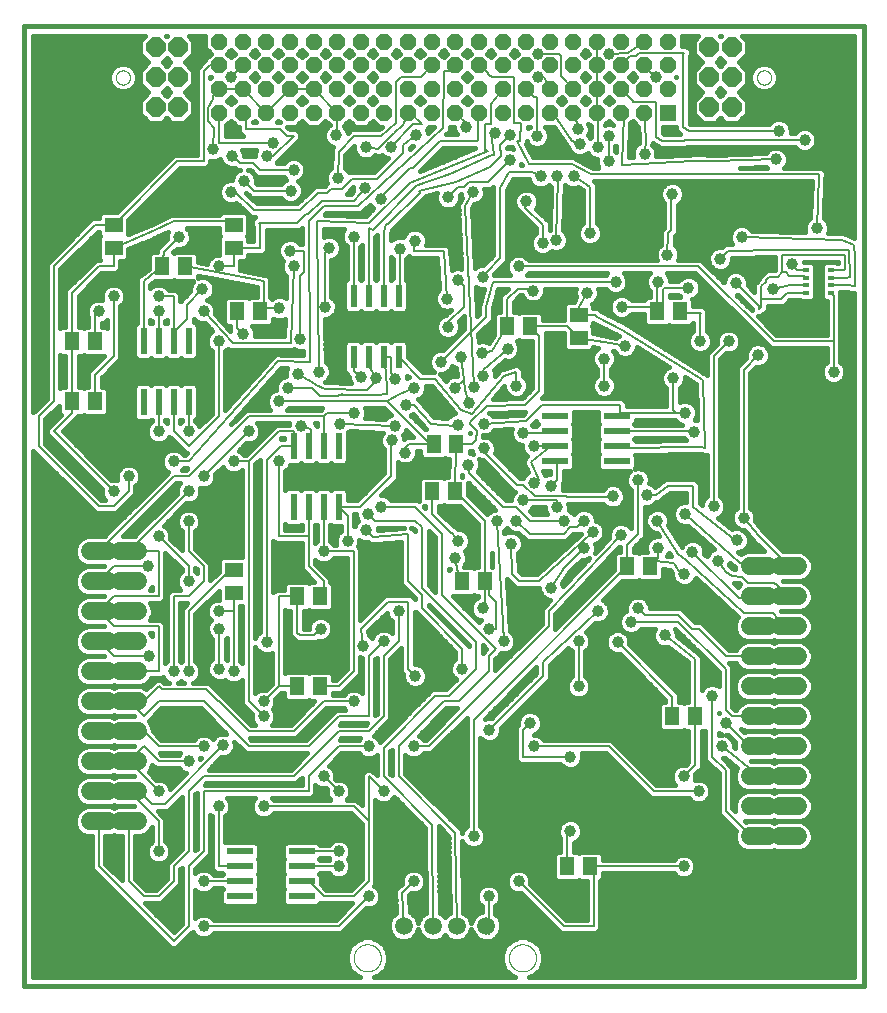
<source format=gtl>
G75*
%MOIN*%
%OFA0B0*%
%FSLAX25Y25*%
%IPPOS*%
%LPD*%
%AMOC8*
5,1,8,0,0,1.08239X$1,22.5*
%
%ADD10C,0.01600*%
%ADD11R,0.02400X0.07500*%
%ADD12C,0.06000*%
%ADD13C,0.00000*%
%ADD14OC8,0.06496*%
%ADD15R,0.05386X0.05386*%
%ADD16OC8,0.05386*%
%ADD17R,0.05118X0.05906*%
%ADD18R,0.05906X0.05118*%
%ADD19R,0.02362X0.08661*%
%ADD20R,0.08661X0.02362*%
%ADD21R,0.01969X0.01378*%
%ADD22C,0.05937*%
%ADD23C,0.00600*%
%ADD24C,0.03962*%
D10*
X0020000Y0035950D02*
X0300000Y0035950D01*
X0300000Y0355950D01*
X0020000Y0355950D01*
X0020000Y0035950D01*
X0023100Y0039050D02*
X0023100Y0214597D01*
X0042700Y0194997D01*
X0044047Y0193650D01*
X0050953Y0193650D01*
X0052300Y0194997D01*
X0052300Y0194997D01*
X0055953Y0198650D01*
X0057300Y0199997D01*
X0057300Y0202620D01*
X0058375Y0203695D01*
X0058981Y0205158D01*
X0058981Y0206742D01*
X0058375Y0208205D01*
X0057255Y0209325D01*
X0055792Y0209931D01*
X0054208Y0209931D01*
X0052745Y0209325D01*
X0051625Y0208205D01*
X0051019Y0206742D01*
X0051019Y0205158D01*
X0051179Y0204771D01*
X0050792Y0204931D01*
X0049272Y0204931D01*
X0033253Y0220950D01*
X0038300Y0225997D01*
X0039647Y0225997D01*
X0040000Y0226350D01*
X0040353Y0225997D01*
X0047128Y0225997D01*
X0048299Y0227169D01*
X0048299Y0234731D01*
X0047128Y0235903D01*
X0046040Y0235903D01*
X0046040Y0238737D01*
X0050953Y0243650D01*
X0052300Y0244997D01*
X0052300Y0262620D01*
X0053375Y0263695D01*
X0053981Y0265158D01*
X0053981Y0266742D01*
X0053375Y0268205D01*
X0052255Y0269325D01*
X0050792Y0269931D01*
X0049208Y0269931D01*
X0047745Y0269325D01*
X0046625Y0268205D01*
X0046019Y0266742D01*
X0046019Y0265158D01*
X0046179Y0264771D01*
X0045792Y0264931D01*
X0044208Y0264931D01*
X0042745Y0264325D01*
X0041625Y0263205D01*
X0041019Y0261742D01*
X0041019Y0260158D01*
X0041440Y0259141D01*
X0041440Y0255903D01*
X0040353Y0255903D01*
X0040000Y0255550D01*
X0039647Y0255903D01*
X0038560Y0255903D01*
X0038560Y0266257D01*
X0045953Y0273650D01*
X0050953Y0273650D01*
X0052300Y0274997D01*
X0052300Y0277651D01*
X0053781Y0277651D01*
X0054953Y0278822D01*
X0054953Y0281792D01*
X0064031Y0285596D01*
X0064093Y0285574D01*
X0064901Y0285961D01*
X0065727Y0286307D01*
X0065752Y0286368D01*
X0068203Y0287541D01*
X0067769Y0286492D01*
X0067769Y0284972D01*
X0065161Y0282364D01*
X0064511Y0281827D01*
X0064499Y0281702D01*
X0064410Y0281613D01*
X0064410Y0280903D01*
X0062872Y0280903D01*
X0061701Y0279731D01*
X0061701Y0275252D01*
X0059194Y0273250D01*
X0059047Y0273250D01*
X0058464Y0272667D01*
X0057820Y0272153D01*
X0057804Y0272007D01*
X0057700Y0271903D01*
X0057700Y0271078D01*
X0057608Y0270259D01*
X0057700Y0270144D01*
X0057700Y0257226D01*
X0056819Y0256345D01*
X0056819Y0246027D01*
X0057990Y0244856D01*
X0062010Y0244856D01*
X0062500Y0245346D01*
X0062990Y0244856D01*
X0067010Y0244856D01*
X0067500Y0245346D01*
X0067990Y0244856D01*
X0072010Y0244856D01*
X0072500Y0245346D01*
X0072990Y0244856D01*
X0077010Y0244856D01*
X0078181Y0246027D01*
X0078181Y0256345D01*
X0077010Y0257517D01*
X0076745Y0257517D01*
X0076750Y0257522D01*
X0076750Y0258570D01*
X0077745Y0257575D01*
X0079208Y0256969D01*
X0080527Y0256969D01*
X0082892Y0254386D01*
X0082745Y0254325D01*
X0081625Y0253205D01*
X0081019Y0251742D01*
X0081019Y0250158D01*
X0081625Y0248695D01*
X0082700Y0247620D01*
X0082700Y0226903D01*
X0078559Y0222761D01*
X0078375Y0223205D01*
X0077300Y0224280D01*
X0077300Y0224674D01*
X0078181Y0225555D01*
X0078181Y0235873D01*
X0077010Y0237044D01*
X0072990Y0237044D01*
X0072500Y0236554D01*
X0072010Y0237044D01*
X0067990Y0237044D01*
X0067500Y0236554D01*
X0067010Y0237044D01*
X0062990Y0237044D01*
X0062500Y0236554D01*
X0062010Y0237044D01*
X0057990Y0237044D01*
X0056819Y0235873D01*
X0056819Y0225555D01*
X0057990Y0224383D01*
X0062010Y0224383D01*
X0062500Y0224874D01*
X0062700Y0224674D01*
X0062700Y0224280D01*
X0061625Y0223205D01*
X0061019Y0221742D01*
X0061019Y0220158D01*
X0061625Y0218695D01*
X0062745Y0217575D01*
X0064208Y0216969D01*
X0065792Y0216969D01*
X0067255Y0217575D01*
X0068375Y0218695D01*
X0068559Y0219139D01*
X0069047Y0218650D01*
X0069047Y0218650D01*
X0072700Y0214997D01*
X0074047Y0213650D01*
X0074327Y0213650D01*
X0073970Y0213250D01*
X0073330Y0213250D01*
X0072255Y0214325D01*
X0070792Y0214931D01*
X0069208Y0214931D01*
X0067745Y0214325D01*
X0066625Y0213205D01*
X0066019Y0211742D01*
X0066019Y0210158D01*
X0066625Y0208695D01*
X0067745Y0207575D01*
X0068189Y0207391D01*
X0067700Y0206903D01*
X0046747Y0185950D01*
X0041005Y0185950D01*
X0039168Y0185189D01*
X0037761Y0183782D01*
X0037000Y0181945D01*
X0037000Y0179955D01*
X0037761Y0178118D01*
X0039168Y0176711D01*
X0041005Y0175950D01*
X0039168Y0175189D01*
X0037761Y0173782D01*
X0037000Y0171945D01*
X0037000Y0169955D01*
X0037761Y0168118D01*
X0039168Y0166711D01*
X0041005Y0165950D01*
X0039168Y0165189D01*
X0037761Y0163782D01*
X0037000Y0161945D01*
X0037000Y0159955D01*
X0037761Y0158118D01*
X0039168Y0156711D01*
X0041005Y0155950D01*
X0039168Y0155189D01*
X0037761Y0153782D01*
X0037000Y0151945D01*
X0037000Y0149955D01*
X0037761Y0148118D01*
X0039168Y0146711D01*
X0041005Y0145950D01*
X0039168Y0145189D01*
X0037761Y0143782D01*
X0037000Y0141945D01*
X0037000Y0139955D01*
X0037761Y0138118D01*
X0039168Y0136711D01*
X0041005Y0135950D01*
X0039168Y0135189D01*
X0037761Y0133782D01*
X0037000Y0131945D01*
X0037000Y0129955D01*
X0037761Y0128118D01*
X0039168Y0126711D01*
X0041005Y0125950D01*
X0039168Y0125189D01*
X0037761Y0123782D01*
X0037000Y0121945D01*
X0037000Y0119955D01*
X0037761Y0118118D01*
X0039168Y0116711D01*
X0041005Y0115950D01*
X0039168Y0115189D01*
X0037761Y0113782D01*
X0037000Y0111945D01*
X0037000Y0109955D01*
X0037761Y0108118D01*
X0039168Y0106711D01*
X0041005Y0105950D01*
X0039168Y0105189D01*
X0037761Y0103782D01*
X0037000Y0101945D01*
X0037000Y0099955D01*
X0037761Y0098118D01*
X0039168Y0096711D01*
X0041005Y0095950D01*
X0039168Y0095189D01*
X0037761Y0093782D01*
X0037000Y0091945D01*
X0037000Y0089955D01*
X0037761Y0088118D01*
X0039168Y0086711D01*
X0041005Y0085950D01*
X0042700Y0085950D01*
X0042700Y0074997D01*
X0067700Y0049997D01*
X0069047Y0048650D01*
X0070953Y0048650D01*
X0075953Y0053650D01*
X0076441Y0054139D01*
X0076625Y0053695D01*
X0077745Y0052575D01*
X0079208Y0051969D01*
X0080792Y0051969D01*
X0082255Y0052575D01*
X0083330Y0053650D01*
X0125953Y0053650D01*
X0134272Y0061969D01*
X0135792Y0061969D01*
X0137255Y0062575D01*
X0138375Y0063695D01*
X0138981Y0065158D01*
X0138981Y0066742D01*
X0138375Y0068205D01*
X0137255Y0069325D01*
X0136811Y0069509D01*
X0137300Y0069997D01*
X0137300Y0098020D01*
X0137745Y0097575D01*
X0139208Y0096969D01*
X0140792Y0096969D01*
X0142255Y0097575D01*
X0143375Y0098695D01*
X0143559Y0099139D01*
X0153776Y0088922D01*
X0154154Y0060543D01*
X0153699Y0060354D01*
X0152301Y0058957D01*
X0151592Y0057244D01*
X0150882Y0058957D01*
X0149484Y0060354D01*
X0148788Y0060643D01*
X0148559Y0066257D01*
X0149272Y0066969D01*
X0150792Y0066969D01*
X0152255Y0067575D01*
X0153375Y0068695D01*
X0153981Y0070158D01*
X0153981Y0071742D01*
X0153375Y0073205D01*
X0152255Y0074325D01*
X0150792Y0074931D01*
X0149208Y0074931D01*
X0147745Y0074325D01*
X0146625Y0073205D01*
X0146019Y0071742D01*
X0146019Y0070222D01*
X0145229Y0069432D01*
X0145174Y0069429D01*
X0144561Y0068763D01*
X0143920Y0068123D01*
X0143920Y0068068D01*
X0143883Y0068028D01*
X0143920Y0067123D01*
X0143920Y0066217D01*
X0143959Y0066179D01*
X0144191Y0060493D01*
X0143856Y0060354D01*
X0142458Y0058957D01*
X0141702Y0057130D01*
X0141702Y0055154D01*
X0142458Y0053328D01*
X0143856Y0051930D01*
X0145682Y0051174D01*
X0147658Y0051174D01*
X0149484Y0051930D01*
X0150882Y0053328D01*
X0151592Y0055040D01*
X0152301Y0053328D01*
X0153699Y0051930D01*
X0155525Y0051174D01*
X0157501Y0051174D01*
X0159327Y0051930D01*
X0160450Y0053053D01*
X0161573Y0051930D01*
X0163399Y0051174D01*
X0165375Y0051174D01*
X0167201Y0051930D01*
X0168599Y0053328D01*
X0169308Y0055040D01*
X0170018Y0053328D01*
X0171415Y0051930D01*
X0173242Y0051174D01*
X0173886Y0051174D01*
X0174047Y0051012D01*
X0174388Y0051012D01*
X0174685Y0050843D01*
X0175307Y0051012D01*
X0175953Y0051012D01*
X0176194Y0051253D01*
X0176523Y0051343D01*
X0176801Y0051829D01*
X0177044Y0051930D01*
X0178442Y0053328D01*
X0179198Y0055154D01*
X0179198Y0057130D01*
X0178442Y0058957D01*
X0177300Y0060099D01*
X0177300Y0062620D01*
X0178375Y0063695D01*
X0178981Y0065158D01*
X0178981Y0066742D01*
X0178375Y0068205D01*
X0177255Y0069325D01*
X0175792Y0069931D01*
X0174208Y0069931D01*
X0172745Y0069325D01*
X0171625Y0068205D01*
X0171019Y0066742D01*
X0171019Y0065158D01*
X0171625Y0063695D01*
X0172700Y0062620D01*
X0172700Y0060886D01*
X0171415Y0060354D01*
X0170018Y0058957D01*
X0169308Y0057244D01*
X0168599Y0058957D01*
X0167201Y0060354D01*
X0166622Y0060594D01*
X0166273Y0084544D01*
X0166625Y0083695D01*
X0167745Y0082575D01*
X0169208Y0081969D01*
X0170792Y0081969D01*
X0172255Y0082575D01*
X0173375Y0083695D01*
X0173981Y0085158D01*
X0173981Y0086742D01*
X0173375Y0088205D01*
X0172300Y0089280D01*
X0172300Y0118770D01*
X0172995Y0118075D01*
X0174458Y0117469D01*
X0176042Y0117469D01*
X0177505Y0118075D01*
X0178625Y0119195D01*
X0179231Y0120658D01*
X0179231Y0122178D01*
X0194203Y0137150D01*
X0195550Y0138497D01*
X0195550Y0142954D01*
X0201646Y0148674D01*
X0202700Y0147620D01*
X0202700Y0139280D01*
X0201625Y0138205D01*
X0201019Y0136742D01*
X0201019Y0135158D01*
X0201625Y0133695D01*
X0202745Y0132575D01*
X0204208Y0131969D01*
X0205792Y0131969D01*
X0207255Y0132575D01*
X0208375Y0133695D01*
X0208981Y0135158D01*
X0208981Y0136742D01*
X0208375Y0138205D01*
X0207300Y0139280D01*
X0207300Y0147620D01*
X0208375Y0148695D01*
X0208981Y0150158D01*
X0208981Y0151742D01*
X0208375Y0153205D01*
X0207455Y0154125D01*
X0210621Y0157095D01*
X0210683Y0157069D01*
X0212267Y0157069D01*
X0213730Y0157675D01*
X0214850Y0158795D01*
X0215456Y0160258D01*
X0215456Y0161842D01*
X0214850Y0163305D01*
X0213730Y0164425D01*
X0213205Y0164642D01*
X0219560Y0170997D01*
X0224647Y0170997D01*
X0225000Y0171350D01*
X0225353Y0170997D01*
X0232128Y0170997D01*
X0233299Y0172169D01*
X0233299Y0175091D01*
X0235518Y0174858D01*
X0236073Y0173933D01*
X0236181Y0173390D01*
X0236294Y0173315D01*
X0236294Y0172633D01*
X0236900Y0171170D01*
X0238020Y0170050D01*
X0239483Y0169444D01*
X0241067Y0169444D01*
X0242530Y0170050D01*
X0243650Y0171170D01*
X0244016Y0172054D01*
X0258176Y0159197D01*
X0257761Y0158782D01*
X0257000Y0156945D01*
X0257000Y0154955D01*
X0257761Y0153118D01*
X0259168Y0151711D01*
X0261005Y0150950D01*
X0259168Y0150189D01*
X0257761Y0148782D01*
X0257541Y0148250D01*
X0255203Y0148250D01*
X0247300Y0156153D01*
X0245953Y0157500D01*
X0243703Y0157500D01*
X0240550Y0160653D01*
X0239203Y0162000D01*
X0228731Y0162000D01*
X0228731Y0162742D01*
X0228125Y0164205D01*
X0227005Y0165325D01*
X0225542Y0165931D01*
X0223958Y0165931D01*
X0222495Y0165325D01*
X0221375Y0164205D01*
X0220769Y0162742D01*
X0220769Y0161158D01*
X0220810Y0161059D01*
X0220245Y0160825D01*
X0219125Y0159705D01*
X0218519Y0158242D01*
X0218519Y0156658D01*
X0219125Y0155195D01*
X0220238Y0154082D01*
X0218792Y0154681D01*
X0217208Y0154681D01*
X0215745Y0154075D01*
X0214625Y0152955D01*
X0214019Y0151492D01*
X0214019Y0149908D01*
X0214625Y0148445D01*
X0215745Y0147325D01*
X0217208Y0146719D01*
X0218728Y0146719D01*
X0233960Y0131487D01*
X0233960Y0130903D01*
X0232872Y0130903D01*
X0231701Y0129731D01*
X0231701Y0122169D01*
X0232872Y0120997D01*
X0239647Y0120997D01*
X0240000Y0121350D01*
X0240353Y0120997D01*
X0241440Y0120997D01*
X0241440Y0110643D01*
X0240728Y0109931D01*
X0239208Y0109931D01*
X0237745Y0109325D01*
X0236625Y0108205D01*
X0236019Y0106742D01*
X0236019Y0105158D01*
X0236625Y0103695D01*
X0237070Y0103250D01*
X0230953Y0103250D01*
X0215953Y0118250D01*
X0193330Y0118250D01*
X0192255Y0119325D01*
X0190792Y0119931D01*
X0190054Y0119931D01*
X0191005Y0120325D01*
X0192125Y0121445D01*
X0192731Y0122908D01*
X0192731Y0124492D01*
X0192125Y0125955D01*
X0191005Y0127075D01*
X0189542Y0127681D01*
X0187958Y0127681D01*
X0186495Y0127075D01*
X0185375Y0125955D01*
X0184769Y0124492D01*
X0184769Y0122972D01*
X0184200Y0122403D01*
X0184200Y0111497D01*
X0185547Y0110150D01*
X0198920Y0110150D01*
X0199995Y0109075D01*
X0201458Y0108469D01*
X0203042Y0108469D01*
X0204505Y0109075D01*
X0205625Y0110195D01*
X0206231Y0111658D01*
X0206231Y0113242D01*
X0206062Y0113650D01*
X0214047Y0113650D01*
X0227700Y0099997D01*
X0229047Y0098650D01*
X0241670Y0098650D01*
X0242745Y0097575D01*
X0244208Y0096969D01*
X0245792Y0096969D01*
X0247255Y0097575D01*
X0248375Y0098695D01*
X0248981Y0100158D01*
X0248981Y0101742D01*
X0248375Y0103205D01*
X0247255Y0104325D01*
X0245792Y0104931D01*
X0244208Y0104931D01*
X0243821Y0104771D01*
X0243981Y0105158D01*
X0243981Y0106678D01*
X0246040Y0108737D01*
X0246040Y0120997D01*
X0247128Y0120997D01*
X0247200Y0121070D01*
X0247200Y0111497D01*
X0248547Y0110150D01*
X0251700Y0106997D01*
X0251700Y0093497D01*
X0253047Y0092150D01*
X0257367Y0087830D01*
X0257000Y0086945D01*
X0257000Y0084955D01*
X0257761Y0083118D01*
X0259168Y0081711D01*
X0261005Y0080950D01*
X0268995Y0080950D01*
X0270000Y0081366D01*
X0271005Y0080950D01*
X0278995Y0080950D01*
X0280832Y0081711D01*
X0282239Y0083118D01*
X0283000Y0084955D01*
X0283000Y0086945D01*
X0282239Y0088782D01*
X0280832Y0090189D01*
X0278995Y0090950D01*
X0280832Y0091711D01*
X0282239Y0093118D01*
X0283000Y0094955D01*
X0283000Y0096945D01*
X0282239Y0098782D01*
X0280832Y0100189D01*
X0278995Y0100950D01*
X0280832Y0101711D01*
X0282239Y0103118D01*
X0283000Y0104955D01*
X0283000Y0106945D01*
X0282239Y0108782D01*
X0280832Y0110189D01*
X0278995Y0110950D01*
X0271005Y0110950D01*
X0270000Y0110534D01*
X0268995Y0110950D01*
X0270000Y0111366D01*
X0271005Y0110950D01*
X0278995Y0110950D01*
X0280832Y0111711D01*
X0282239Y0113118D01*
X0283000Y0114955D01*
X0283000Y0116945D01*
X0282239Y0118782D01*
X0280832Y0120189D01*
X0278995Y0120950D01*
X0280832Y0121711D01*
X0282239Y0123118D01*
X0283000Y0124955D01*
X0283000Y0126945D01*
X0282239Y0128782D01*
X0280832Y0130189D01*
X0278995Y0130950D01*
X0280832Y0131711D01*
X0282239Y0133118D01*
X0283000Y0134955D01*
X0283000Y0136945D01*
X0282239Y0138782D01*
X0280832Y0140189D01*
X0278995Y0140950D01*
X0271005Y0140950D01*
X0270000Y0140534D01*
X0268995Y0140950D01*
X0261005Y0140950D01*
X0259168Y0140189D01*
X0257761Y0138782D01*
X0257000Y0136945D01*
X0257000Y0134955D01*
X0257761Y0133118D01*
X0259168Y0131711D01*
X0261005Y0130950D01*
X0268995Y0130950D01*
X0270000Y0131366D01*
X0271005Y0130950D01*
X0278995Y0130950D01*
X0271005Y0130950D01*
X0270000Y0130534D01*
X0268995Y0130950D01*
X0261005Y0130950D01*
X0259168Y0130189D01*
X0257761Y0128782D01*
X0257541Y0128250D01*
X0257203Y0128250D01*
X0256300Y0129153D01*
X0256300Y0142653D01*
X0255303Y0143650D01*
X0257541Y0143650D01*
X0257761Y0143118D01*
X0259168Y0141711D01*
X0261005Y0140950D01*
X0268995Y0140950D01*
X0270000Y0141366D01*
X0271005Y0140950D01*
X0278995Y0140950D01*
X0280832Y0141711D01*
X0282239Y0143118D01*
X0283000Y0144955D01*
X0283000Y0146945D01*
X0282239Y0148782D01*
X0280832Y0150189D01*
X0278995Y0150950D01*
X0271005Y0150950D01*
X0270000Y0150534D01*
X0268995Y0150950D01*
X0261005Y0150950D01*
X0268995Y0150950D01*
X0270000Y0151366D01*
X0271005Y0150950D01*
X0278995Y0150950D01*
X0280832Y0151711D01*
X0282239Y0153118D01*
X0283000Y0154955D01*
X0283000Y0156945D01*
X0282239Y0158782D01*
X0280832Y0160189D01*
X0278995Y0160950D01*
X0280832Y0161711D01*
X0282239Y0163118D01*
X0283000Y0164955D01*
X0283000Y0166945D01*
X0282239Y0168782D01*
X0280832Y0170189D01*
X0278995Y0170950D01*
X0280832Y0171711D01*
X0282239Y0173118D01*
X0283000Y0174955D01*
X0283000Y0176945D01*
X0282239Y0178782D01*
X0280832Y0180189D01*
X0278995Y0180950D01*
X0273253Y0180950D01*
X0266720Y0187483D01*
X0263838Y0191113D01*
X0263981Y0191458D01*
X0263981Y0193042D01*
X0263375Y0194505D01*
X0262300Y0195580D01*
X0262300Y0240572D01*
X0264072Y0242344D01*
X0265592Y0242344D01*
X0267055Y0242950D01*
X0268175Y0244070D01*
X0268781Y0245533D01*
X0268781Y0247117D01*
X0268175Y0248580D01*
X0267055Y0249700D01*
X0265592Y0250306D01*
X0264008Y0250306D01*
X0262545Y0249700D01*
X0261425Y0248580D01*
X0260819Y0247117D01*
X0260819Y0245597D01*
X0257700Y0242478D01*
X0257700Y0195580D01*
X0256625Y0194505D01*
X0256019Y0193042D01*
X0256019Y0191458D01*
X0256625Y0189995D01*
X0257745Y0188875D01*
X0258273Y0188656D01*
X0257033Y0188656D01*
X0256270Y0188340D01*
X0251438Y0192236D01*
X0252255Y0192575D01*
X0253375Y0193695D01*
X0253981Y0195158D01*
X0253981Y0196742D01*
X0253375Y0198205D01*
X0252300Y0199280D01*
X0252300Y0244997D01*
X0254272Y0246969D01*
X0255792Y0246969D01*
X0257255Y0247575D01*
X0258375Y0248695D01*
X0258981Y0250158D01*
X0258981Y0251742D01*
X0258375Y0253205D01*
X0257255Y0254325D01*
X0255792Y0254931D01*
X0254208Y0254931D01*
X0252745Y0254325D01*
X0251625Y0253205D01*
X0251019Y0251742D01*
X0251019Y0250222D01*
X0247700Y0246903D01*
X0247700Y0239884D01*
X0247210Y0240336D01*
X0246972Y0240327D01*
X0221497Y0256382D01*
X0221456Y0256506D01*
X0220705Y0256881D01*
X0219995Y0257329D01*
X0219868Y0257300D01*
X0212387Y0261040D01*
X0211438Y0261990D01*
X0209953Y0261990D01*
X0209953Y0263078D01*
X0209441Y0263589D01*
X0210130Y0263875D01*
X0211250Y0264995D01*
X0211856Y0266458D01*
X0211856Y0268042D01*
X0211646Y0268550D01*
X0213995Y0268550D01*
X0215070Y0267475D01*
X0216533Y0266869D01*
X0218117Y0266869D01*
X0219580Y0267475D01*
X0220700Y0268595D01*
X0221306Y0270058D01*
X0221306Y0271642D01*
X0220700Y0273105D01*
X0220155Y0273650D01*
X0228670Y0273650D01*
X0228125Y0273105D01*
X0227519Y0271642D01*
X0227519Y0270058D01*
X0228125Y0268595D01*
X0228960Y0267760D01*
X0228960Y0265903D01*
X0227872Y0265903D01*
X0226795Y0264825D01*
X0222680Y0264825D01*
X0221605Y0265900D01*
X0220142Y0266506D01*
X0218558Y0266506D01*
X0217095Y0265900D01*
X0215975Y0264780D01*
X0215369Y0263317D01*
X0215369Y0261733D01*
X0215975Y0260270D01*
X0217095Y0259150D01*
X0218558Y0258544D01*
X0220142Y0258544D01*
X0221605Y0259150D01*
X0222680Y0260225D01*
X0226701Y0260225D01*
X0226701Y0257169D01*
X0227872Y0255997D01*
X0234647Y0255997D01*
X0235000Y0256350D01*
X0235353Y0255997D01*
X0242128Y0255997D01*
X0243150Y0257020D01*
X0243150Y0254380D01*
X0242075Y0253305D01*
X0241469Y0251842D01*
X0241469Y0250258D01*
X0242075Y0248795D01*
X0243195Y0247675D01*
X0244658Y0247069D01*
X0246242Y0247069D01*
X0247705Y0247675D01*
X0248825Y0248795D01*
X0249431Y0250258D01*
X0249431Y0251842D01*
X0248825Y0253305D01*
X0247750Y0254380D01*
X0247750Y0259322D01*
X0247975Y0259547D01*
X0247975Y0261453D01*
X0246628Y0262800D01*
X0243299Y0262800D01*
X0243299Y0264731D01*
X0242961Y0265069D01*
X0243880Y0265450D01*
X0245000Y0266570D01*
X0245606Y0268033D01*
X0245606Y0269617D01*
X0245000Y0271080D01*
X0243880Y0272200D01*
X0242417Y0272806D01*
X0240833Y0272806D01*
X0239370Y0272200D01*
X0238295Y0271125D01*
X0235481Y0271125D01*
X0235481Y0271642D01*
X0234875Y0273105D01*
X0234330Y0273650D01*
X0243828Y0273650D01*
X0268378Y0249320D01*
X0269047Y0248650D01*
X0269053Y0248650D01*
X0269058Y0248646D01*
X0270005Y0248650D01*
X0287700Y0248650D01*
X0287700Y0244030D01*
X0286625Y0242955D01*
X0286019Y0241492D01*
X0286019Y0239908D01*
X0286625Y0238445D01*
X0287745Y0237325D01*
X0289208Y0236719D01*
X0290792Y0236719D01*
X0292255Y0237325D01*
X0293375Y0238445D01*
X0293981Y0239908D01*
X0293981Y0241492D01*
X0293375Y0242955D01*
X0292300Y0244030D01*
X0292300Y0267100D01*
X0292029Y0267370D01*
X0294374Y0267370D01*
X0296189Y0267258D01*
X0296247Y0267200D01*
X0296900Y0267200D01*
X0296900Y0039050D01*
X0188653Y0039050D01*
X0190184Y0039684D01*
X0192104Y0041605D01*
X0193144Y0044114D01*
X0193144Y0046830D01*
X0192104Y0049340D01*
X0190184Y0051260D01*
X0187674Y0052300D01*
X0184958Y0052300D01*
X0182449Y0051260D01*
X0180528Y0049340D01*
X0179489Y0046830D01*
X0179489Y0044114D01*
X0180528Y0041605D01*
X0182449Y0039684D01*
X0183979Y0039050D01*
X0136921Y0039050D01*
X0138451Y0039684D01*
X0140372Y0041605D01*
X0141411Y0044114D01*
X0141411Y0046830D01*
X0140372Y0049340D01*
X0138451Y0051260D01*
X0135942Y0052300D01*
X0133226Y0052300D01*
X0130716Y0051260D01*
X0128796Y0049340D01*
X0127756Y0046830D01*
X0127756Y0044114D01*
X0128796Y0041605D01*
X0130716Y0039684D01*
X0132247Y0039050D01*
X0023100Y0039050D01*
X0023100Y0039147D02*
X0132013Y0039147D01*
X0129655Y0040746D02*
X0023100Y0040746D01*
X0023100Y0042344D02*
X0128489Y0042344D01*
X0127827Y0043943D02*
X0023100Y0043943D01*
X0023100Y0045541D02*
X0127756Y0045541D01*
X0127884Y0047140D02*
X0023100Y0047140D01*
X0023100Y0048738D02*
X0068959Y0048738D01*
X0071041Y0048738D02*
X0128547Y0048738D01*
X0129793Y0050337D02*
X0072639Y0050337D01*
X0074238Y0051935D02*
X0132346Y0051935D01*
X0136822Y0051935D02*
X0143851Y0051935D01*
X0142373Y0053534D02*
X0083214Y0053534D01*
X0083330Y0058250D02*
X0082255Y0059325D01*
X0080792Y0059931D01*
X0079208Y0059931D01*
X0077745Y0059325D01*
X0077300Y0058880D01*
X0077300Y0068020D01*
X0077745Y0067575D01*
X0079208Y0066969D01*
X0080792Y0066969D01*
X0082255Y0067575D01*
X0083330Y0068650D01*
X0086224Y0068650D01*
X0086424Y0068450D01*
X0085933Y0067960D01*
X0085933Y0063940D01*
X0087105Y0062769D01*
X0097423Y0062769D01*
X0098594Y0063940D01*
X0098594Y0067960D01*
X0098104Y0068450D01*
X0098594Y0068940D01*
X0098594Y0072960D01*
X0098104Y0073450D01*
X0098594Y0073940D01*
X0098594Y0077960D01*
X0098104Y0078450D01*
X0098594Y0078940D01*
X0098594Y0082960D01*
X0097423Y0084131D01*
X0087300Y0084131D01*
X0087300Y0092620D01*
X0088375Y0093695D01*
X0088981Y0095158D01*
X0088981Y0096742D01*
X0088375Y0098205D01*
X0087930Y0098650D01*
X0097070Y0098650D01*
X0096625Y0098205D01*
X0096019Y0096742D01*
X0096019Y0095158D01*
X0096625Y0093695D01*
X0097745Y0092575D01*
X0099208Y0091969D01*
X0100792Y0091969D01*
X0102255Y0092575D01*
X0103330Y0093650D01*
X0129047Y0093650D01*
X0132700Y0089997D01*
X0132700Y0071903D01*
X0129047Y0068250D01*
X0120953Y0068250D01*
X0119067Y0070136D01*
X0119067Y0072960D01*
X0118576Y0073450D01*
X0118776Y0073650D01*
X0121670Y0073650D01*
X0122745Y0072575D01*
X0124208Y0071969D01*
X0125792Y0071969D01*
X0127255Y0072575D01*
X0128375Y0073695D01*
X0128981Y0075158D01*
X0128981Y0076742D01*
X0128375Y0078205D01*
X0128130Y0078450D01*
X0128375Y0078695D01*
X0128981Y0080158D01*
X0128981Y0081742D01*
X0128375Y0083205D01*
X0127255Y0084325D01*
X0125792Y0084931D01*
X0124208Y0084931D01*
X0122745Y0084325D01*
X0121670Y0083250D01*
X0118776Y0083250D01*
X0117895Y0084131D01*
X0107577Y0084131D01*
X0106406Y0082960D01*
X0106406Y0078940D01*
X0106896Y0078450D01*
X0106406Y0077960D01*
X0106406Y0073940D01*
X0106896Y0073450D01*
X0106406Y0072960D01*
X0106406Y0068940D01*
X0106896Y0068450D01*
X0106406Y0067960D01*
X0106406Y0063940D01*
X0107577Y0062769D01*
X0117895Y0062769D01*
X0118912Y0063785D01*
X0119047Y0063650D01*
X0129447Y0063650D01*
X0124047Y0058250D01*
X0083330Y0058250D01*
X0083251Y0058329D02*
X0124126Y0058329D01*
X0125725Y0059928D02*
X0080800Y0059928D01*
X0079200Y0059928D02*
X0077300Y0059928D01*
X0077300Y0061526D02*
X0127324Y0061526D01*
X0128922Y0063125D02*
X0118251Y0063125D01*
X0119684Y0069519D02*
X0130316Y0069519D01*
X0131915Y0071117D02*
X0119067Y0071117D01*
X0119067Y0072716D02*
X0122604Y0072716D01*
X0127396Y0072716D02*
X0132700Y0072716D01*
X0132700Y0074314D02*
X0128632Y0074314D01*
X0128981Y0075913D02*
X0132700Y0075913D01*
X0132700Y0077511D02*
X0128662Y0077511D01*
X0128547Y0079110D02*
X0132700Y0079110D01*
X0132700Y0080708D02*
X0128981Y0080708D01*
X0128747Y0082307D02*
X0132700Y0082307D01*
X0132700Y0083905D02*
X0127675Y0083905D01*
X0122325Y0083905D02*
X0118121Y0083905D01*
X0118776Y0078650D02*
X0121670Y0078650D01*
X0121870Y0078450D01*
X0121670Y0078250D01*
X0118776Y0078250D01*
X0118576Y0078450D01*
X0118776Y0078650D01*
X0130799Y0091898D02*
X0087300Y0091898D01*
X0087300Y0090299D02*
X0132398Y0090299D01*
X0132700Y0088701D02*
X0087300Y0088701D01*
X0087300Y0087102D02*
X0132700Y0087102D01*
X0132700Y0085504D02*
X0087300Y0085504D01*
X0082700Y0085504D02*
X0082300Y0085504D01*
X0082300Y0087102D02*
X0082700Y0087102D01*
X0082700Y0088701D02*
X0082300Y0088701D01*
X0082300Y0090299D02*
X0082700Y0090299D01*
X0082700Y0091898D02*
X0082300Y0091898D01*
X0082700Y0092620D02*
X0082700Y0074997D01*
X0084047Y0073650D01*
X0086224Y0073650D01*
X0086424Y0073450D01*
X0086224Y0073250D01*
X0083330Y0073250D01*
X0082255Y0074325D01*
X0080792Y0074931D01*
X0079208Y0074931D01*
X0077745Y0074325D01*
X0077300Y0073880D01*
X0077300Y0074997D01*
X0080953Y0078650D01*
X0082300Y0079997D01*
X0082300Y0093020D01*
X0082700Y0092620D01*
X0077700Y0091898D02*
X0077300Y0091898D01*
X0077300Y0093496D02*
X0077700Y0093496D01*
X0077700Y0095095D02*
X0077300Y0095095D01*
X0077300Y0096693D02*
X0077700Y0096693D01*
X0077700Y0098292D02*
X0077300Y0098292D01*
X0077300Y0099890D02*
X0077700Y0099890D01*
X0077700Y0099997D02*
X0077700Y0100397D01*
X0077300Y0099997D01*
X0077300Y0081503D01*
X0077700Y0081903D01*
X0077700Y0099997D01*
X0080553Y0103250D02*
X0080953Y0103650D01*
X0110953Y0103650D01*
X0112300Y0104997D01*
X0112300Y0104997D01*
X0112700Y0105397D01*
X0112700Y0104997D01*
X0112700Y0103250D01*
X0080553Y0103250D01*
X0081750Y0108250D02*
X0085701Y0112294D01*
X0087167Y0112294D01*
X0088630Y0112900D01*
X0089750Y0114020D01*
X0090356Y0115483D01*
X0090356Y0117067D01*
X0090162Y0117535D01*
X0092700Y0114997D01*
X0094047Y0113650D01*
X0114447Y0113650D01*
X0109047Y0108250D01*
X0081750Y0108250D01*
X0082953Y0109482D02*
X0110279Y0109482D01*
X0111877Y0111080D02*
X0084515Y0111080D01*
X0088095Y0112679D02*
X0113476Y0112679D01*
X0114047Y0118250D02*
X0095953Y0118250D01*
X0095553Y0118650D01*
X0109047Y0118650D01*
X0110953Y0118650D01*
X0120953Y0128650D01*
X0126670Y0128650D01*
X0127070Y0128250D01*
X0124047Y0128250D01*
X0122700Y0126903D01*
X0114047Y0118250D01*
X0114870Y0119073D02*
X0111375Y0119073D01*
X0112974Y0120671D02*
X0116468Y0120671D01*
X0118067Y0122270D02*
X0114572Y0122270D01*
X0116171Y0123868D02*
X0119665Y0123868D01*
X0121264Y0125467D02*
X0117769Y0125467D01*
X0119368Y0127065D02*
X0122862Y0127065D01*
X0125953Y0123650D02*
X0134447Y0123650D01*
X0134047Y0123250D01*
X0125553Y0123250D01*
X0125953Y0123650D01*
X0125953Y0118650D02*
X0132070Y0118650D01*
X0131670Y0118250D01*
X0125553Y0118250D01*
X0125953Y0118650D01*
X0125953Y0113650D02*
X0131670Y0113650D01*
X0132745Y0112575D01*
X0134208Y0111969D01*
X0135792Y0111969D01*
X0137255Y0112575D01*
X0137700Y0113020D01*
X0137700Y0106503D01*
X0135953Y0108250D01*
X0134047Y0108250D01*
X0132700Y0106903D01*
X0132700Y0104997D01*
X0132700Y0096503D01*
X0130953Y0098250D01*
X0127930Y0098250D01*
X0128375Y0098695D01*
X0128981Y0100158D01*
X0128981Y0101742D01*
X0128375Y0103205D01*
X0127255Y0104325D01*
X0125792Y0104931D01*
X0124272Y0104931D01*
X0123981Y0105222D01*
X0123981Y0106742D01*
X0123375Y0108205D01*
X0122255Y0109325D01*
X0121811Y0109509D01*
X0125953Y0113650D01*
X0124981Y0112679D02*
X0132641Y0112679D01*
X0137359Y0112679D02*
X0137700Y0112679D01*
X0137700Y0111080D02*
X0123383Y0111080D01*
X0121877Y0109482D02*
X0137700Y0109482D01*
X0137700Y0107883D02*
X0136320Y0107883D01*
X0133680Y0107883D02*
X0123508Y0107883D01*
X0123981Y0106284D02*
X0132700Y0106284D01*
X0132700Y0104686D02*
X0126384Y0104686D01*
X0128424Y0103087D02*
X0132700Y0103087D01*
X0132700Y0101489D02*
X0128981Y0101489D01*
X0128870Y0099890D02*
X0132700Y0099890D01*
X0132700Y0098292D02*
X0127972Y0098292D01*
X0129201Y0093496D02*
X0103177Y0093496D01*
X0103330Y0098250D02*
X0102930Y0098650D01*
X0115953Y0098650D01*
X0117300Y0099997D01*
X0117300Y0103020D01*
X0117745Y0102575D01*
X0119208Y0101969D01*
X0120728Y0101969D01*
X0121019Y0101678D01*
X0121019Y0100158D01*
X0121625Y0098695D01*
X0122070Y0098250D01*
X0103330Y0098250D01*
X0103288Y0098292D02*
X0122028Y0098292D01*
X0121130Y0099890D02*
X0117193Y0099890D01*
X0117300Y0101489D02*
X0121019Y0101489D01*
X0112700Y0104686D02*
X0111989Y0104686D01*
X0096712Y0098292D02*
X0088288Y0098292D01*
X0088981Y0096693D02*
X0096019Y0096693D01*
X0096045Y0095095D02*
X0088955Y0095095D01*
X0088177Y0093496D02*
X0096823Y0093496D01*
X0097649Y0083905D02*
X0107351Y0083905D01*
X0106406Y0082307D02*
X0098594Y0082307D01*
X0098594Y0080708D02*
X0106406Y0080708D01*
X0106406Y0079110D02*
X0098594Y0079110D01*
X0098594Y0077511D02*
X0106406Y0077511D01*
X0106406Y0075913D02*
X0098594Y0075913D01*
X0098594Y0074314D02*
X0106406Y0074314D01*
X0106406Y0072716D02*
X0098594Y0072716D01*
X0098594Y0071117D02*
X0106406Y0071117D01*
X0106406Y0069519D02*
X0098594Y0069519D01*
X0098594Y0067920D02*
X0106406Y0067920D01*
X0106406Y0066322D02*
X0098594Y0066322D01*
X0098594Y0064723D02*
X0106406Y0064723D01*
X0107221Y0063125D02*
X0097779Y0063125D01*
X0086749Y0063125D02*
X0077300Y0063125D01*
X0077300Y0064723D02*
X0085933Y0064723D01*
X0085933Y0066322D02*
X0077300Y0066322D01*
X0077300Y0067920D02*
X0077400Y0067920D01*
X0082600Y0067920D02*
X0085933Y0067920D01*
X0083383Y0074314D02*
X0082266Y0074314D01*
X0082700Y0075913D02*
X0078215Y0075913D01*
X0077734Y0074314D02*
X0077300Y0074314D01*
X0079814Y0077511D02*
X0082700Y0077511D01*
X0082700Y0079110D02*
X0081412Y0079110D01*
X0082300Y0080708D02*
X0082700Y0080708D01*
X0082700Y0082307D02*
X0082300Y0082307D01*
X0082300Y0083905D02*
X0082700Y0083905D01*
X0077700Y0083905D02*
X0077300Y0083905D01*
X0077300Y0082307D02*
X0077700Y0082307D01*
X0077700Y0085504D02*
X0077300Y0085504D01*
X0077300Y0087102D02*
X0077700Y0087102D01*
X0077700Y0088701D02*
X0077300Y0088701D01*
X0077300Y0090299D02*
X0077700Y0090299D01*
X0072700Y0090299D02*
X0067300Y0090299D01*
X0067300Y0088701D02*
X0072700Y0088701D01*
X0072700Y0087102D02*
X0067300Y0087102D01*
X0067300Y0085504D02*
X0072700Y0085504D01*
X0072700Y0083905D02*
X0067675Y0083905D01*
X0067300Y0084280D02*
X0067300Y0091903D01*
X0065953Y0093250D01*
X0064803Y0094400D01*
X0066313Y0094400D01*
X0066324Y0094389D01*
X0067264Y0094400D01*
X0068203Y0094400D01*
X0068214Y0094411D01*
X0068229Y0094411D01*
X0068886Y0095083D01*
X0069550Y0095747D01*
X0069550Y0095763D01*
X0072700Y0098987D01*
X0072700Y0081903D01*
X0067700Y0076903D01*
X0067700Y0071903D01*
X0064047Y0068250D01*
X0060953Y0068250D01*
X0057300Y0071903D01*
X0057300Y0085950D01*
X0058995Y0085950D01*
X0060832Y0086711D01*
X0062239Y0088118D01*
X0062700Y0089231D01*
X0062700Y0084280D01*
X0061625Y0083205D01*
X0061019Y0081742D01*
X0061019Y0080158D01*
X0061625Y0078695D01*
X0062745Y0077575D01*
X0064208Y0076969D01*
X0065792Y0076969D01*
X0067255Y0077575D01*
X0068375Y0078695D01*
X0068981Y0080158D01*
X0068981Y0081742D01*
X0068375Y0083205D01*
X0067300Y0084280D01*
X0068747Y0082307D02*
X0072700Y0082307D01*
X0071506Y0080708D02*
X0068981Y0080708D01*
X0068547Y0079110D02*
X0069907Y0079110D01*
X0068309Y0077511D02*
X0067101Y0077511D01*
X0067700Y0075913D02*
X0057300Y0075913D01*
X0057300Y0077511D02*
X0062899Y0077511D01*
X0061453Y0079110D02*
X0057300Y0079110D01*
X0057300Y0080708D02*
X0061019Y0080708D01*
X0061253Y0082307D02*
X0057300Y0082307D01*
X0057300Y0083905D02*
X0062325Y0083905D01*
X0062700Y0085504D02*
X0057300Y0085504D01*
X0052700Y0085504D02*
X0047300Y0085504D01*
X0047300Y0085950D02*
X0048995Y0085950D01*
X0050000Y0086366D01*
X0051005Y0085950D01*
X0052700Y0085950D01*
X0052700Y0071503D01*
X0047300Y0076903D01*
X0047300Y0085950D01*
X0047300Y0083905D02*
X0052700Y0083905D01*
X0052700Y0082307D02*
X0047300Y0082307D01*
X0047300Y0080708D02*
X0052700Y0080708D01*
X0052700Y0079110D02*
X0047300Y0079110D01*
X0047300Y0077511D02*
X0052700Y0077511D01*
X0052700Y0075913D02*
X0048290Y0075913D01*
X0049888Y0074314D02*
X0052700Y0074314D01*
X0052700Y0072716D02*
X0051487Y0072716D01*
X0048179Y0069519D02*
X0023100Y0069519D01*
X0023100Y0071117D02*
X0046580Y0071117D01*
X0044982Y0072716D02*
X0023100Y0072716D01*
X0023100Y0074314D02*
X0043383Y0074314D01*
X0042700Y0075913D02*
X0023100Y0075913D01*
X0023100Y0077511D02*
X0042700Y0077511D01*
X0042700Y0079110D02*
X0023100Y0079110D01*
X0023100Y0080708D02*
X0042700Y0080708D01*
X0042700Y0082307D02*
X0023100Y0082307D01*
X0023100Y0083905D02*
X0042700Y0083905D01*
X0042700Y0085504D02*
X0023100Y0085504D01*
X0023100Y0087102D02*
X0038777Y0087102D01*
X0037520Y0088701D02*
X0023100Y0088701D01*
X0023100Y0090299D02*
X0037000Y0090299D01*
X0037000Y0091898D02*
X0023100Y0091898D01*
X0023100Y0093496D02*
X0037643Y0093496D01*
X0039074Y0095095D02*
X0023100Y0095095D01*
X0023100Y0096693D02*
X0039211Y0096693D01*
X0041005Y0095950D02*
X0048995Y0095950D01*
X0050000Y0095534D01*
X0051005Y0095950D01*
X0056747Y0095950D01*
X0056747Y0095950D01*
X0051005Y0095950D01*
X0050000Y0096366D01*
X0048995Y0095950D01*
X0041005Y0095950D01*
X0037689Y0098292D02*
X0023100Y0098292D01*
X0023100Y0099890D02*
X0037027Y0099890D01*
X0037000Y0101489D02*
X0023100Y0101489D01*
X0023100Y0103087D02*
X0037473Y0103087D01*
X0038665Y0104686D02*
X0023100Y0104686D01*
X0023100Y0106284D02*
X0040198Y0106284D01*
X0041005Y0105950D02*
X0048995Y0105950D01*
X0050000Y0105534D01*
X0051005Y0105950D01*
X0056747Y0105950D01*
X0056747Y0105950D01*
X0051005Y0105950D01*
X0050000Y0106366D01*
X0048995Y0105950D01*
X0041005Y0105950D01*
X0037996Y0107883D02*
X0023100Y0107883D01*
X0023100Y0109482D02*
X0037196Y0109482D01*
X0037000Y0111080D02*
X0023100Y0111080D01*
X0023100Y0112679D02*
X0037304Y0112679D01*
X0038256Y0114277D02*
X0023100Y0114277D01*
X0023100Y0115876D02*
X0040826Y0115876D01*
X0041005Y0115950D02*
X0048995Y0115950D01*
X0050000Y0115534D01*
X0051005Y0115950D01*
X0056747Y0115950D01*
X0056747Y0115950D01*
X0051005Y0115950D01*
X0050000Y0116366D01*
X0048995Y0115950D01*
X0041005Y0115950D01*
X0038405Y0117474D02*
X0023100Y0117474D01*
X0023100Y0119073D02*
X0037366Y0119073D01*
X0037000Y0120671D02*
X0023100Y0120671D01*
X0023100Y0122270D02*
X0037135Y0122270D01*
X0037847Y0123868D02*
X0023100Y0123868D01*
X0023100Y0125467D02*
X0039839Y0125467D01*
X0041005Y0125950D02*
X0048995Y0125950D01*
X0050000Y0125534D01*
X0051005Y0125950D01*
X0056747Y0125950D01*
X0056747Y0125950D01*
X0051005Y0125950D01*
X0050000Y0126366D01*
X0048995Y0125950D01*
X0041005Y0125950D01*
X0038814Y0127065D02*
X0023100Y0127065D01*
X0023100Y0128664D02*
X0037535Y0128664D01*
X0037000Y0130262D02*
X0023100Y0130262D01*
X0023100Y0131861D02*
X0037000Y0131861D01*
X0037627Y0133459D02*
X0023100Y0133459D01*
X0023100Y0135058D02*
X0039037Y0135058D01*
X0039300Y0136656D02*
X0023100Y0136656D01*
X0023100Y0138255D02*
X0037704Y0138255D01*
X0037042Y0139853D02*
X0023100Y0139853D01*
X0023100Y0141452D02*
X0037000Y0141452D01*
X0037458Y0143050D02*
X0023100Y0143050D01*
X0023100Y0144649D02*
X0038628Y0144649D01*
X0040288Y0146247D02*
X0023100Y0146247D01*
X0023100Y0147846D02*
X0038033Y0147846D01*
X0037212Y0149444D02*
X0023100Y0149444D01*
X0023100Y0151043D02*
X0037000Y0151043D01*
X0037289Y0152641D02*
X0023100Y0152641D01*
X0023100Y0154240D02*
X0038219Y0154240D01*
X0040736Y0155838D02*
X0023100Y0155838D01*
X0023100Y0157437D02*
X0038442Y0157437D01*
X0037381Y0159035D02*
X0023100Y0159035D01*
X0023100Y0160634D02*
X0037000Y0160634D01*
X0037119Y0162232D02*
X0023100Y0162232D01*
X0023100Y0163831D02*
X0037810Y0163831D01*
X0039749Y0165429D02*
X0023100Y0165429D01*
X0023100Y0167028D02*
X0038851Y0167028D01*
X0037550Y0168626D02*
X0023100Y0168626D01*
X0023100Y0170225D02*
X0037000Y0170225D01*
X0037000Y0171823D02*
X0023100Y0171823D01*
X0023100Y0173422D02*
X0037612Y0173422D01*
X0038999Y0175020D02*
X0023100Y0175020D01*
X0023100Y0176619D02*
X0039390Y0176619D01*
X0041005Y0175950D02*
X0046747Y0175950D01*
X0046747Y0175950D01*
X0041005Y0175950D01*
X0037720Y0178218D02*
X0023100Y0178218D01*
X0023100Y0179816D02*
X0037058Y0179816D01*
X0037000Y0181415D02*
X0023100Y0181415D01*
X0023100Y0183013D02*
X0037443Y0183013D01*
X0038590Y0184612D02*
X0023100Y0184612D01*
X0023100Y0186210D02*
X0047007Y0186210D01*
X0048606Y0187809D02*
X0023100Y0187809D01*
X0023100Y0189407D02*
X0050204Y0189407D01*
X0051803Y0191006D02*
X0023100Y0191006D01*
X0023100Y0192604D02*
X0053401Y0192604D01*
X0055000Y0194203D02*
X0051505Y0194203D01*
X0053104Y0195801D02*
X0056598Y0195801D01*
X0058197Y0197400D02*
X0054702Y0197400D01*
X0055953Y0198650D02*
X0055953Y0198650D01*
X0056301Y0198998D02*
X0059795Y0198998D01*
X0061394Y0200597D02*
X0057300Y0200597D01*
X0057300Y0202195D02*
X0062993Y0202195D01*
X0064591Y0203794D02*
X0058416Y0203794D01*
X0058981Y0205392D02*
X0066190Y0205392D01*
X0067788Y0206991D02*
X0058878Y0206991D01*
X0057991Y0208589D02*
X0066731Y0208589D01*
X0066019Y0210188D02*
X0044015Y0210188D01*
X0042416Y0211786D02*
X0066037Y0211786D01*
X0066805Y0213385D02*
X0040818Y0213385D01*
X0039219Y0214983D02*
X0072714Y0214983D01*
X0072700Y0214997D02*
X0072700Y0214997D01*
X0073195Y0213385D02*
X0074090Y0213385D01*
X0071116Y0216582D02*
X0037621Y0216582D01*
X0036022Y0218180D02*
X0062140Y0218180D01*
X0061176Y0219779D02*
X0034424Y0219779D01*
X0033680Y0221377D02*
X0061019Y0221377D01*
X0061530Y0222976D02*
X0035278Y0222976D01*
X0036877Y0224574D02*
X0057799Y0224574D01*
X0056819Y0226173D02*
X0047303Y0226173D01*
X0048299Y0227771D02*
X0056819Y0227771D01*
X0056819Y0229370D02*
X0048299Y0229370D01*
X0048299Y0230968D02*
X0056819Y0230968D01*
X0056819Y0232567D02*
X0048299Y0232567D01*
X0048299Y0234165D02*
X0056819Y0234165D01*
X0056819Y0235764D02*
X0047266Y0235764D01*
X0046040Y0237362D02*
X0082700Y0237362D01*
X0082700Y0235764D02*
X0078181Y0235764D01*
X0078181Y0234165D02*
X0082700Y0234165D01*
X0082700Y0232567D02*
X0078181Y0232567D01*
X0078181Y0230968D02*
X0082700Y0230968D01*
X0082700Y0229370D02*
X0078181Y0229370D01*
X0078181Y0227771D02*
X0082700Y0227771D01*
X0081970Y0226173D02*
X0078181Y0226173D01*
X0077300Y0224574D02*
X0080372Y0224574D01*
X0078773Y0222976D02*
X0078470Y0222976D01*
X0072700Y0224280D02*
X0072300Y0223880D01*
X0072300Y0224674D01*
X0072500Y0224874D01*
X0072700Y0224674D01*
X0072700Y0224280D01*
X0072700Y0224574D02*
X0072300Y0224574D01*
X0067700Y0224574D02*
X0067300Y0224574D01*
X0067300Y0224674D02*
X0067300Y0224280D01*
X0067700Y0223880D01*
X0067700Y0224674D01*
X0067500Y0224874D01*
X0067300Y0224674D01*
X0067860Y0218180D02*
X0069517Y0218180D01*
X0062700Y0224574D02*
X0062201Y0224574D01*
X0052009Y0208589D02*
X0045613Y0208589D01*
X0047212Y0206991D02*
X0051122Y0206991D01*
X0051019Y0205392D02*
X0048810Y0205392D01*
X0045502Y0202195D02*
X0042007Y0202195D01*
X0040409Y0203794D02*
X0043904Y0203794D01*
X0042305Y0205392D02*
X0038810Y0205392D01*
X0037212Y0206991D02*
X0040707Y0206991D01*
X0039108Y0208589D02*
X0035613Y0208589D01*
X0034015Y0210188D02*
X0037510Y0210188D01*
X0035911Y0211786D02*
X0032416Y0211786D01*
X0030818Y0213385D02*
X0034313Y0213385D01*
X0032714Y0214983D02*
X0029219Y0214983D01*
X0027621Y0216582D02*
X0031116Y0216582D01*
X0029517Y0218180D02*
X0027300Y0218180D01*
X0027300Y0216903D02*
X0045953Y0198250D01*
X0047070Y0198250D01*
X0046625Y0198695D01*
X0046019Y0200158D01*
X0046019Y0201678D01*
X0027700Y0219997D01*
X0027700Y0221903D01*
X0029047Y0223250D01*
X0032333Y0226536D01*
X0031701Y0227169D01*
X0031701Y0229398D01*
X0027300Y0224997D01*
X0027300Y0216903D01*
X0027300Y0219779D02*
X0027919Y0219779D01*
X0027700Y0221377D02*
X0027300Y0221377D01*
X0027300Y0222976D02*
X0028773Y0222976D01*
X0027300Y0224574D02*
X0030372Y0224574D01*
X0031970Y0226173D02*
X0028476Y0226173D01*
X0030074Y0227771D02*
X0031701Y0227771D01*
X0031673Y0229370D02*
X0031701Y0229370D01*
X0027700Y0231903D02*
X0024047Y0228250D01*
X0023100Y0227303D01*
X0023100Y0352850D01*
X0060364Y0352850D01*
X0058748Y0351234D01*
X0058748Y0346886D01*
X0061574Y0344060D01*
X0058748Y0341234D01*
X0058748Y0336886D01*
X0061574Y0334060D01*
X0058748Y0331234D01*
X0058748Y0326886D01*
X0061822Y0323812D01*
X0066170Y0323812D01*
X0067697Y0325339D01*
X0069224Y0323812D01*
X0073571Y0323812D01*
X0076646Y0326886D01*
X0076646Y0331234D01*
X0073819Y0334060D01*
X0076646Y0336886D01*
X0076646Y0341234D01*
X0073819Y0344060D01*
X0076646Y0346886D01*
X0076646Y0351234D01*
X0075030Y0352850D01*
X0080539Y0352850D01*
X0080504Y0352815D01*
X0080504Y0348927D01*
X0082497Y0346934D01*
X0080504Y0344941D01*
X0080504Y0344707D01*
X0079747Y0343950D01*
X0077700Y0341903D01*
X0077700Y0313250D01*
X0070307Y0313250D01*
X0068960Y0311903D01*
X0051306Y0294249D01*
X0046219Y0294249D01*
X0045047Y0293078D01*
X0045047Y0291990D01*
X0042787Y0291990D01*
X0029047Y0278250D01*
X0027700Y0276903D01*
X0027700Y0231903D01*
X0027700Y0232567D02*
X0023100Y0232567D01*
X0023100Y0234165D02*
X0027700Y0234165D01*
X0027700Y0235764D02*
X0023100Y0235764D01*
X0023100Y0237362D02*
X0027700Y0237362D01*
X0027700Y0238961D02*
X0023100Y0238961D01*
X0023100Y0240559D02*
X0027700Y0240559D01*
X0027700Y0242158D02*
X0023100Y0242158D01*
X0023100Y0243756D02*
X0027700Y0243756D01*
X0027700Y0245355D02*
X0023100Y0245355D01*
X0023100Y0246953D02*
X0027700Y0246953D01*
X0027700Y0248552D02*
X0023100Y0248552D01*
X0023100Y0250151D02*
X0027700Y0250151D01*
X0027700Y0251749D02*
X0023100Y0251749D01*
X0023100Y0253348D02*
X0027700Y0253348D01*
X0027700Y0254946D02*
X0023100Y0254946D01*
X0023100Y0256545D02*
X0027700Y0256545D01*
X0027700Y0258143D02*
X0023100Y0258143D01*
X0023100Y0259742D02*
X0027700Y0259742D01*
X0027700Y0261340D02*
X0023100Y0261340D01*
X0023100Y0262939D02*
X0027700Y0262939D01*
X0027700Y0264537D02*
X0023100Y0264537D01*
X0023100Y0266136D02*
X0027700Y0266136D01*
X0027700Y0267734D02*
X0023100Y0267734D01*
X0023100Y0269333D02*
X0027700Y0269333D01*
X0027700Y0270931D02*
X0023100Y0270931D01*
X0023100Y0272530D02*
X0027700Y0272530D01*
X0027700Y0274128D02*
X0023100Y0274128D01*
X0023100Y0275727D02*
X0027700Y0275727D01*
X0028123Y0277325D02*
X0023100Y0277325D01*
X0023100Y0278924D02*
X0029721Y0278924D01*
X0031320Y0280522D02*
X0023100Y0280522D01*
X0023100Y0282121D02*
X0032918Y0282121D01*
X0034517Y0283719D02*
X0023100Y0283719D01*
X0023100Y0285318D02*
X0036115Y0285318D01*
X0037714Y0286916D02*
X0023100Y0286916D01*
X0023100Y0288515D02*
X0039312Y0288515D01*
X0040911Y0290113D02*
X0023100Y0290113D01*
X0023100Y0291712D02*
X0042509Y0291712D01*
X0045280Y0293310D02*
X0023100Y0293310D01*
X0023100Y0294909D02*
X0051966Y0294909D01*
X0053565Y0296507D02*
X0023100Y0296507D01*
X0023100Y0298106D02*
X0055163Y0298106D01*
X0056762Y0299704D02*
X0023100Y0299704D01*
X0023100Y0301303D02*
X0058360Y0301303D01*
X0059959Y0302901D02*
X0023100Y0302901D01*
X0023100Y0304500D02*
X0061557Y0304500D01*
X0063156Y0306098D02*
X0023100Y0306098D01*
X0023100Y0307697D02*
X0064754Y0307697D01*
X0066353Y0309295D02*
X0023100Y0309295D01*
X0023100Y0310894D02*
X0067951Y0310894D01*
X0069550Y0312492D02*
X0023100Y0312492D01*
X0023100Y0314091D02*
X0077700Y0314091D01*
X0077700Y0315689D02*
X0023100Y0315689D01*
X0023100Y0317288D02*
X0077700Y0317288D01*
X0077700Y0318887D02*
X0023100Y0318887D01*
X0023100Y0320485D02*
X0077700Y0320485D01*
X0077700Y0322084D02*
X0023100Y0322084D01*
X0023100Y0323682D02*
X0077700Y0323682D01*
X0077700Y0325281D02*
X0075040Y0325281D01*
X0076638Y0326879D02*
X0077700Y0326879D01*
X0077700Y0328478D02*
X0076646Y0328478D01*
X0076646Y0330076D02*
X0077700Y0330076D01*
X0077700Y0331675D02*
X0076205Y0331675D01*
X0077700Y0333273D02*
X0074607Y0333273D01*
X0074631Y0334872D02*
X0077700Y0334872D01*
X0077700Y0336470D02*
X0076229Y0336470D01*
X0076646Y0338069D02*
X0077700Y0338069D01*
X0077700Y0339667D02*
X0076646Y0339667D01*
X0076614Y0341266D02*
X0077700Y0341266D01*
X0078661Y0342864D02*
X0075016Y0342864D01*
X0074222Y0344463D02*
X0080260Y0344463D01*
X0081624Y0346061D02*
X0075820Y0346061D01*
X0076646Y0347660D02*
X0081772Y0347660D01*
X0080504Y0349258D02*
X0076646Y0349258D01*
X0076646Y0350857D02*
X0080504Y0350857D01*
X0080504Y0352455D02*
X0075424Y0352455D01*
X0067766Y0352850D02*
X0067697Y0352781D01*
X0067628Y0352850D01*
X0067766Y0352850D01*
X0067697Y0345339D02*
X0066418Y0344060D01*
X0067697Y0342781D01*
X0068976Y0344060D01*
X0067697Y0345339D01*
X0068573Y0344463D02*
X0066820Y0344463D01*
X0067614Y0342864D02*
X0067780Y0342864D01*
X0061172Y0344463D02*
X0023100Y0344463D01*
X0023100Y0346061D02*
X0059573Y0346061D01*
X0058748Y0347660D02*
X0023100Y0347660D01*
X0023100Y0349258D02*
X0058748Y0349258D01*
X0058748Y0350857D02*
X0023100Y0350857D01*
X0023100Y0352455D02*
X0059969Y0352455D01*
X0060378Y0342864D02*
X0055801Y0342864D01*
X0055771Y0342895D02*
X0054057Y0343604D01*
X0052203Y0343604D01*
X0050489Y0342895D01*
X0049177Y0341583D01*
X0048468Y0339869D01*
X0048468Y0338015D01*
X0049177Y0336301D01*
X0050489Y0334990D01*
X0052203Y0334280D01*
X0054057Y0334280D01*
X0055771Y0334990D01*
X0057082Y0336301D01*
X0057792Y0338015D01*
X0057792Y0339869D01*
X0057082Y0341583D01*
X0055771Y0342895D01*
X0057214Y0341266D02*
X0058780Y0341266D01*
X0058748Y0339667D02*
X0057792Y0339667D01*
X0057792Y0338069D02*
X0058748Y0338069D01*
X0059164Y0336470D02*
X0057152Y0336470D01*
X0055486Y0334872D02*
X0060763Y0334872D01*
X0060787Y0333273D02*
X0023100Y0333273D01*
X0023100Y0331675D02*
X0059189Y0331675D01*
X0058748Y0330076D02*
X0023100Y0330076D01*
X0023100Y0328478D02*
X0058748Y0328478D01*
X0058755Y0326879D02*
X0023100Y0326879D01*
X0023100Y0325281D02*
X0060354Y0325281D01*
X0067697Y0332781D02*
X0066418Y0334060D01*
X0067697Y0335339D01*
X0068976Y0334060D01*
X0067697Y0332781D01*
X0067205Y0333273D02*
X0068189Y0333273D01*
X0068164Y0334872D02*
X0067229Y0334872D01*
X0067638Y0325281D02*
X0067755Y0325281D01*
X0082300Y0338863D02*
X0082300Y0339257D01*
X0082497Y0339060D01*
X0082300Y0338863D01*
X0089134Y0332423D02*
X0087897Y0331186D01*
X0089134Y0329949D01*
X0090371Y0331186D01*
X0089134Y0332423D01*
X0088385Y0331675D02*
X0089883Y0331675D01*
X0089261Y0330076D02*
X0089007Y0330076D01*
X0089134Y0324549D02*
X0091127Y0322556D01*
X0091950Y0322556D01*
X0091950Y0320747D01*
X0093197Y0319500D01*
X0087550Y0319500D01*
X0087550Y0322966D01*
X0089134Y0324549D01*
X0088266Y0323682D02*
X0090001Y0323682D01*
X0091950Y0322084D02*
X0087550Y0322084D01*
X0087550Y0320485D02*
X0092212Y0320485D01*
X0092923Y0314900D02*
X0097602Y0314900D01*
X0097019Y0313492D01*
X0097019Y0312750D01*
X0093506Y0312750D01*
X0093506Y0313492D01*
X0092923Y0314900D01*
X0093258Y0314091D02*
X0097267Y0314091D01*
X0095547Y0308150D02*
X0097797Y0305900D01*
X0106670Y0305900D01*
X0107640Y0304930D01*
X0106845Y0304600D01*
X0105770Y0303525D01*
X0097678Y0303525D01*
X0097556Y0303647D01*
X0097556Y0305167D01*
X0096950Y0306630D01*
X0095830Y0307750D01*
X0094864Y0308150D01*
X0095547Y0308150D01*
X0095883Y0307697D02*
X0096000Y0307697D01*
X0097170Y0306098D02*
X0097599Y0306098D01*
X0097556Y0304500D02*
X0106745Y0304500D01*
X0111460Y0304495D02*
X0112255Y0304825D01*
X0113375Y0305945D01*
X0113981Y0307408D01*
X0113981Y0308992D01*
X0113375Y0310455D01*
X0112255Y0311575D01*
X0110792Y0312181D01*
X0109208Y0312181D01*
X0107745Y0311575D01*
X0106670Y0310500D01*
X0104398Y0310500D01*
X0104465Y0310662D01*
X0110953Y0317150D01*
X0112300Y0318497D01*
X0112300Y0320403D01*
X0110953Y0321750D01*
X0108703Y0321750D01*
X0107896Y0322556D01*
X0110763Y0322556D01*
X0112756Y0324549D01*
X0114749Y0322556D01*
X0118637Y0322556D01*
X0120630Y0324549D01*
X0122068Y0323111D01*
X0121920Y0323050D01*
X0120800Y0321930D01*
X0120194Y0320467D01*
X0120194Y0318883D01*
X0120800Y0317420D01*
X0121920Y0316300D01*
X0123279Y0315737D01*
X0122725Y0315212D01*
X0122725Y0315177D01*
X0122700Y0315153D01*
X0122700Y0314230D01*
X0122562Y0308892D01*
X0122520Y0308875D01*
X0121400Y0307755D01*
X0120794Y0306292D01*
X0120794Y0304708D01*
X0121193Y0303745D01*
X0120300Y0302853D01*
X0120297Y0302850D01*
X0117147Y0302850D01*
X0115800Y0301503D01*
X0111297Y0297000D01*
X0097678Y0297000D01*
X0094284Y0300394D01*
X0094303Y0300394D01*
X0095772Y0298925D01*
X0105770Y0298925D01*
X0106845Y0297850D01*
X0108308Y0297244D01*
X0109892Y0297244D01*
X0111355Y0297850D01*
X0112475Y0298970D01*
X0113081Y0300433D01*
X0113081Y0302017D01*
X0112475Y0303480D01*
X0111460Y0304495D01*
X0111470Y0304500D02*
X0120880Y0304500D01*
X0120794Y0306098D02*
X0113439Y0306098D01*
X0113981Y0307697D02*
X0121376Y0307697D01*
X0122572Y0309295D02*
X0113855Y0309295D01*
X0112936Y0310894D02*
X0122614Y0310894D01*
X0122655Y0312492D02*
X0106295Y0312492D01*
X0107064Y0310894D02*
X0104697Y0310894D01*
X0107894Y0314091D02*
X0122696Y0314091D01*
X0123228Y0315689D02*
X0109492Y0315689D01*
X0111091Y0317288D02*
X0120932Y0317288D01*
X0120194Y0318887D02*
X0112300Y0318887D01*
X0112218Y0320485D02*
X0120201Y0320485D01*
X0120953Y0322084D02*
X0108369Y0322084D01*
X0105431Y0324000D02*
X0104882Y0324549D01*
X0104332Y0324000D01*
X0105431Y0324000D01*
X0111888Y0323682D02*
X0113623Y0323682D01*
X0119763Y0323682D02*
X0121497Y0323682D01*
X0126867Y0322912D02*
X0128504Y0324549D01*
X0130497Y0322556D01*
X0134385Y0322556D01*
X0136378Y0324549D01*
X0138371Y0322556D01*
X0139328Y0322556D01*
X0138394Y0321750D01*
X0129297Y0321750D01*
X0128115Y0320567D01*
X0127550Y0321930D01*
X0126867Y0322613D01*
X0126867Y0322912D01*
X0127397Y0322084D02*
X0138780Y0322084D01*
X0137245Y0323682D02*
X0135511Y0323682D01*
X0129371Y0323682D02*
X0127637Y0323682D01*
X0128504Y0329949D02*
X0127267Y0331186D01*
X0128504Y0332423D01*
X0129741Y0331186D01*
X0128504Y0329949D01*
X0128377Y0330076D02*
X0128631Y0330076D01*
X0129253Y0331675D02*
X0127755Y0331675D01*
X0128504Y0337823D02*
X0127267Y0339060D01*
X0128504Y0340297D01*
X0129741Y0339060D01*
X0128504Y0337823D01*
X0128258Y0338069D02*
X0128750Y0338069D01*
X0129134Y0339667D02*
X0127874Y0339667D01*
X0121867Y0339060D02*
X0120630Y0340297D01*
X0119393Y0339060D01*
X0120630Y0337823D01*
X0121867Y0339060D01*
X0121260Y0339667D02*
X0120000Y0339667D01*
X0120384Y0338069D02*
X0120876Y0338069D01*
X0113993Y0339060D02*
X0112756Y0340297D01*
X0111519Y0339060D01*
X0112756Y0337823D01*
X0113993Y0339060D01*
X0113386Y0339667D02*
X0112126Y0339667D01*
X0112510Y0338069D02*
X0113002Y0338069D01*
X0112756Y0332423D02*
X0113993Y0331186D01*
X0112756Y0329949D01*
X0111519Y0331186D01*
X0112756Y0332423D01*
X0112007Y0331675D02*
X0113505Y0331675D01*
X0112883Y0330076D02*
X0112629Y0330076D01*
X0104882Y0337823D02*
X0106119Y0339060D01*
X0104882Y0340297D01*
X0103645Y0339060D01*
X0104882Y0337823D01*
X0104636Y0338069D02*
X0105128Y0338069D01*
X0105512Y0339667D02*
X0104252Y0339667D01*
X0104882Y0345697D02*
X0103645Y0346934D01*
X0104882Y0348171D01*
X0106119Y0346934D01*
X0104882Y0345697D01*
X0104518Y0346061D02*
X0105246Y0346061D01*
X0105394Y0347660D02*
X0104370Y0347660D01*
X0098245Y0346934D02*
X0097008Y0345697D01*
X0095771Y0346934D01*
X0097008Y0348171D01*
X0098245Y0346934D01*
X0097520Y0347660D02*
X0096496Y0347660D01*
X0096644Y0346061D02*
X0097372Y0346061D01*
X0097008Y0340297D02*
X0098245Y0339060D01*
X0097008Y0337823D01*
X0095771Y0339060D01*
X0097008Y0340297D01*
X0096378Y0339667D02*
X0097638Y0339667D01*
X0097254Y0338069D02*
X0096762Y0338069D01*
X0089134Y0345697D02*
X0087897Y0346934D01*
X0089134Y0348171D01*
X0090371Y0346934D01*
X0089134Y0345697D01*
X0088770Y0346061D02*
X0089498Y0346061D01*
X0089646Y0347660D02*
X0088622Y0347660D01*
X0097008Y0324549D02*
X0096550Y0324092D01*
X0096550Y0324000D01*
X0097557Y0324000D01*
X0097008Y0324549D01*
X0085557Y0311877D02*
X0086150Y0310445D01*
X0087270Y0309325D01*
X0088733Y0308719D01*
X0090317Y0308719D01*
X0090431Y0308766D01*
X0091047Y0308150D01*
X0091111Y0308150D01*
X0091158Y0308107D01*
X0092055Y0308150D01*
X0092286Y0308150D01*
X0091320Y0307750D01*
X0090200Y0306630D01*
X0089594Y0305167D01*
X0089594Y0304756D01*
X0088283Y0304756D01*
X0086820Y0304150D01*
X0085700Y0303030D01*
X0085094Y0301567D01*
X0085094Y0299983D01*
X0085700Y0298520D01*
X0086820Y0297400D01*
X0088283Y0296794D01*
X0089867Y0296794D01*
X0090936Y0297237D01*
X0094425Y0293747D01*
X0095772Y0292400D01*
X0097247Y0292400D01*
X0096225Y0291378D01*
X0096225Y0289472D01*
X0096450Y0289247D01*
X0096450Y0284510D01*
X0094953Y0284510D01*
X0094953Y0285597D01*
X0094600Y0285950D01*
X0094953Y0286303D01*
X0094953Y0293078D01*
X0093781Y0294249D01*
X0086219Y0294249D01*
X0085220Y0293250D01*
X0070394Y0293250D01*
X0069867Y0293436D01*
X0069478Y0293250D01*
X0069047Y0293250D01*
X0068652Y0292855D01*
X0063018Y0290159D01*
X0054953Y0286779D01*
X0054953Y0291390D01*
X0072213Y0308650D01*
X0080953Y0308650D01*
X0082300Y0309997D01*
X0082300Y0310969D01*
X0083792Y0310969D01*
X0085255Y0311575D01*
X0085557Y0311877D01*
X0085964Y0310894D02*
X0082300Y0310894D01*
X0081598Y0309295D02*
X0087341Y0309295D01*
X0089980Y0306098D02*
X0069661Y0306098D01*
X0068062Y0304500D02*
X0087665Y0304500D01*
X0085647Y0302901D02*
X0066464Y0302901D01*
X0064865Y0301303D02*
X0085094Y0301303D01*
X0085209Y0299704D02*
X0063267Y0299704D01*
X0061668Y0298106D02*
X0086114Y0298106D01*
X0085280Y0293310D02*
X0070223Y0293310D01*
X0069604Y0293310D02*
X0056873Y0293310D01*
X0055274Y0291712D02*
X0066263Y0291712D01*
X0062909Y0290113D02*
X0054953Y0290113D01*
X0054953Y0288515D02*
X0059095Y0288515D01*
X0055280Y0286916D02*
X0054953Y0286916D01*
X0055738Y0282121D02*
X0064867Y0282121D01*
X0066517Y0283719D02*
X0059553Y0283719D01*
X0063367Y0285318D02*
X0067769Y0285318D01*
X0067945Y0286916D02*
X0066899Y0286916D01*
X0071022Y0281719D02*
X0069926Y0280624D01*
X0070000Y0280550D01*
X0070353Y0280903D01*
X0077128Y0280903D01*
X0078299Y0279731D01*
X0078299Y0277423D01*
X0081082Y0276893D01*
X0081625Y0278205D01*
X0082745Y0279325D01*
X0084208Y0279931D01*
X0085047Y0279931D01*
X0085047Y0285597D01*
X0085400Y0285950D01*
X0085047Y0286303D01*
X0085047Y0288650D01*
X0074430Y0288650D01*
X0075125Y0287955D01*
X0075731Y0286492D01*
X0075731Y0284908D01*
X0075125Y0283445D01*
X0074005Y0282325D01*
X0072542Y0281719D01*
X0071022Y0281719D01*
X0073512Y0282121D02*
X0085047Y0282121D01*
X0085047Y0283719D02*
X0075239Y0283719D01*
X0075731Y0285318D02*
X0085047Y0285318D01*
X0085047Y0286916D02*
X0075555Y0286916D01*
X0074565Y0288515D02*
X0085047Y0288515D01*
X0088346Y0290950D02*
X0090000Y0289690D01*
X0090000Y0290950D01*
X0094953Y0291712D02*
X0096559Y0291712D01*
X0096225Y0290113D02*
X0094953Y0290113D01*
X0094953Y0288515D02*
X0096450Y0288515D01*
X0096450Y0286916D02*
X0094953Y0286916D01*
X0094953Y0285318D02*
X0096450Y0285318D01*
X0101050Y0285318D02*
X0112754Y0285318D01*
X0112739Y0286916D02*
X0101050Y0286916D01*
X0101050Y0288125D02*
X0101050Y0281147D01*
X0099703Y0279800D01*
X0097797Y0279800D01*
X0097687Y0279910D01*
X0094953Y0279910D01*
X0094953Y0278822D01*
X0093781Y0277651D01*
X0092300Y0277651D01*
X0092300Y0274997D01*
X0092098Y0274796D01*
X0100217Y0273250D01*
X0100953Y0273250D01*
X0101126Y0273077D01*
X0101366Y0273031D01*
X0101780Y0272423D01*
X0102300Y0271903D01*
X0102300Y0271658D01*
X0102438Y0271456D01*
X0102300Y0270733D01*
X0102300Y0265730D01*
X0102800Y0265230D01*
X0103020Y0265450D01*
X0104483Y0266056D01*
X0106067Y0266056D01*
X0107330Y0265533D01*
X0107585Y0272735D01*
X0106625Y0273695D01*
X0106019Y0275158D01*
X0106019Y0276742D01*
X0106512Y0277933D01*
X0105500Y0278945D01*
X0104894Y0280408D01*
X0104894Y0281992D01*
X0105500Y0283455D01*
X0106620Y0284575D01*
X0108083Y0285181D01*
X0109667Y0285181D01*
X0111130Y0284575D01*
X0112250Y0283455D01*
X0112325Y0283275D01*
X0112774Y0283275D01*
X0112721Y0288768D01*
X0112078Y0288125D01*
X0101050Y0288125D01*
X0101050Y0283719D02*
X0105764Y0283719D01*
X0104947Y0282121D02*
X0101050Y0282121D01*
X0100425Y0280522D02*
X0104894Y0280522D01*
X0105521Y0278924D02*
X0094953Y0278924D01*
X0092300Y0277325D02*
X0106261Y0277325D01*
X0106019Y0275727D02*
X0092300Y0275727D01*
X0095605Y0274128D02*
X0106445Y0274128D01*
X0107578Y0272530D02*
X0101707Y0272530D01*
X0102338Y0270931D02*
X0107521Y0270931D01*
X0107465Y0269333D02*
X0102300Y0269333D01*
X0102300Y0267734D02*
X0107408Y0267734D01*
X0107351Y0266136D02*
X0102300Y0266136D01*
X0097700Y0266136D02*
X0083007Y0266136D01*
X0083000Y0266120D02*
X0083606Y0267583D01*
X0083606Y0269167D01*
X0083000Y0270630D01*
X0081880Y0271750D01*
X0080500Y0272322D01*
X0097700Y0269047D01*
X0097700Y0265903D01*
X0095353Y0265903D01*
X0095000Y0265550D01*
X0094647Y0265903D01*
X0087872Y0265903D01*
X0086701Y0264731D01*
X0086701Y0257169D01*
X0087872Y0255997D01*
X0088960Y0255997D01*
X0088960Y0254571D01*
X0083938Y0260055D01*
X0083981Y0260158D01*
X0083981Y0261742D01*
X0083375Y0263205D01*
X0082255Y0264325D01*
X0081253Y0264740D01*
X0081880Y0265000D01*
X0083000Y0266120D01*
X0083606Y0267734D02*
X0097700Y0267734D01*
X0096198Y0269333D02*
X0083537Y0269333D01*
X0082699Y0270931D02*
X0087802Y0270931D01*
X0086701Y0264537D02*
X0081743Y0264537D01*
X0083485Y0262939D02*
X0086701Y0262939D01*
X0086701Y0261340D02*
X0083981Y0261340D01*
X0084225Y0259742D02*
X0086701Y0259742D01*
X0086701Y0258143D02*
X0085689Y0258143D01*
X0087153Y0256545D02*
X0087325Y0256545D01*
X0088616Y0254946D02*
X0088960Y0254946D01*
X0088233Y0248553D02*
X0088722Y0248019D01*
X0088796Y0248016D01*
X0088849Y0247964D01*
X0089738Y0247974D01*
X0090626Y0247935D01*
X0090680Y0247985D01*
X0109073Y0248200D01*
X0109971Y0248168D01*
X0110017Y0248211D01*
X0110079Y0248211D01*
X0110152Y0248285D01*
X0111458Y0247744D01*
X0113042Y0247744D01*
X0113115Y0247774D01*
X0113127Y0246449D01*
X0105672Y0246607D01*
X0105595Y0246675D01*
X0104734Y0246626D01*
X0103871Y0246645D01*
X0103796Y0246573D01*
X0103693Y0246567D01*
X0103118Y0245923D01*
X0102496Y0245326D01*
X0102493Y0245222D01*
X0087300Y0228192D01*
X0087300Y0247620D01*
X0088233Y0248553D01*
X0088232Y0248552D02*
X0088234Y0248552D01*
X0087300Y0246953D02*
X0113122Y0246953D01*
X0107842Y0241960D02*
X0107369Y0240817D01*
X0107369Y0239490D01*
X0105945Y0238900D01*
X0104825Y0237780D01*
X0104219Y0236317D01*
X0104219Y0234931D01*
X0104208Y0234931D01*
X0102745Y0234325D01*
X0101625Y0233205D01*
X0101019Y0231742D01*
X0101019Y0230158D01*
X0101625Y0228695D01*
X0102070Y0228250D01*
X0094047Y0228250D01*
X0092700Y0226903D01*
X0089123Y0223326D01*
X0105786Y0242003D01*
X0107842Y0241960D01*
X0107369Y0240559D02*
X0104498Y0240559D01*
X0103072Y0238961D02*
X0106092Y0238961D01*
X0104652Y0237362D02*
X0101646Y0237362D01*
X0100220Y0235764D02*
X0104219Y0235764D01*
X0102585Y0234165D02*
X0098794Y0234165D01*
X0097367Y0232567D02*
X0101361Y0232567D01*
X0101019Y0230968D02*
X0095941Y0230968D01*
X0094515Y0229370D02*
X0101345Y0229370D01*
X0097930Y0223650D02*
X0108494Y0223650D01*
X0108494Y0223250D01*
X0104047Y0223250D01*
X0094047Y0213250D01*
X0093330Y0213250D01*
X0092255Y0214325D01*
X0091811Y0214509D01*
X0094272Y0216969D01*
X0095792Y0216969D01*
X0097255Y0217575D01*
X0098375Y0218695D01*
X0098981Y0220158D01*
X0098981Y0221742D01*
X0098375Y0223205D01*
X0097930Y0223650D01*
X0098470Y0222976D02*
X0103773Y0222976D01*
X0102175Y0221377D02*
X0098981Y0221377D01*
X0098824Y0219779D02*
X0100576Y0219779D01*
X0098978Y0218180D02*
X0097860Y0218180D01*
X0097379Y0216582D02*
X0093884Y0216582D01*
X0092286Y0214983D02*
X0095781Y0214983D01*
X0094182Y0213385D02*
X0093195Y0213385D01*
X0097300Y0209997D02*
X0097300Y0152170D01*
X0097625Y0152955D01*
X0098700Y0154030D01*
X0098700Y0211397D01*
X0097300Y0209997D01*
X0097490Y0210188D02*
X0098700Y0210188D01*
X0098700Y0208589D02*
X0097300Y0208589D01*
X0097300Y0206991D02*
X0098700Y0206991D01*
X0098700Y0205392D02*
X0097300Y0205392D01*
X0097300Y0203794D02*
X0098700Y0203794D01*
X0098700Y0202195D02*
X0097300Y0202195D01*
X0097300Y0200597D02*
X0098700Y0200597D01*
X0098700Y0198998D02*
X0097300Y0198998D01*
X0097300Y0197400D02*
X0098700Y0197400D01*
X0098700Y0195801D02*
X0097300Y0195801D01*
X0097300Y0194203D02*
X0098700Y0194203D01*
X0098700Y0192604D02*
X0097300Y0192604D01*
X0097300Y0191006D02*
X0098700Y0191006D01*
X0098700Y0189407D02*
X0097300Y0189407D01*
X0097300Y0187809D02*
X0098700Y0187809D01*
X0098700Y0186210D02*
X0097300Y0186210D01*
X0097300Y0184612D02*
X0098700Y0184612D01*
X0098700Y0183013D02*
X0097300Y0183013D01*
X0097300Y0181415D02*
X0098700Y0181415D01*
X0098700Y0179816D02*
X0097300Y0179816D01*
X0097300Y0178218D02*
X0098700Y0178218D01*
X0098700Y0176619D02*
X0097300Y0176619D01*
X0097300Y0175020D02*
X0098700Y0175020D01*
X0098700Y0173422D02*
X0097300Y0173422D01*
X0097300Y0171823D02*
X0098700Y0171823D01*
X0098700Y0170225D02*
X0097300Y0170225D01*
X0097300Y0168626D02*
X0098700Y0168626D01*
X0098700Y0167028D02*
X0097300Y0167028D01*
X0097300Y0165429D02*
X0098700Y0165429D01*
X0098700Y0163831D02*
X0097300Y0163831D01*
X0097300Y0162232D02*
X0098700Y0162232D01*
X0098700Y0160634D02*
X0097300Y0160634D01*
X0097300Y0159035D02*
X0098700Y0159035D01*
X0098700Y0157437D02*
X0097300Y0157437D01*
X0097300Y0155838D02*
X0098700Y0155838D01*
X0098700Y0154240D02*
X0097300Y0154240D01*
X0097300Y0152641D02*
X0097495Y0152641D01*
X0097300Y0149230D02*
X0097625Y0148445D01*
X0098745Y0147325D01*
X0100208Y0146719D01*
X0101792Y0146719D01*
X0102700Y0147095D01*
X0102700Y0136903D01*
X0100728Y0134931D01*
X0099208Y0134931D01*
X0097745Y0134325D01*
X0097300Y0133880D01*
X0097300Y0149230D01*
X0097300Y0147846D02*
X0098224Y0147846D01*
X0097300Y0146247D02*
X0102700Y0146247D01*
X0102700Y0144649D02*
X0097300Y0144649D01*
X0097300Y0143050D02*
X0102700Y0143050D01*
X0102700Y0141452D02*
X0097300Y0141452D01*
X0097300Y0139853D02*
X0102700Y0139853D01*
X0102700Y0138255D02*
X0097300Y0138255D01*
X0097300Y0136656D02*
X0102454Y0136656D01*
X0100855Y0135058D02*
X0097300Y0135058D01*
X0092700Y0135058D02*
X0083895Y0135058D01*
X0083050Y0135903D02*
X0085703Y0133250D01*
X0085953Y0133250D01*
X0087300Y0131903D01*
X0095953Y0123250D01*
X0097070Y0123250D01*
X0096625Y0123695D01*
X0096019Y0125158D01*
X0096019Y0126678D01*
X0094047Y0128650D01*
X0094047Y0128650D01*
X0092700Y0129997D01*
X0092700Y0138020D01*
X0092255Y0137575D01*
X0090792Y0136969D01*
X0089208Y0136969D01*
X0087745Y0137575D01*
X0087144Y0138176D01*
X0086042Y0137719D01*
X0084458Y0137719D01*
X0082995Y0138325D01*
X0081875Y0139445D01*
X0081269Y0140908D01*
X0081269Y0142492D01*
X0081875Y0143955D01*
X0082950Y0145030D01*
X0082950Y0151870D01*
X0081875Y0152945D01*
X0081269Y0154408D01*
X0081269Y0155992D01*
X0081875Y0157455D01*
X0082370Y0157950D01*
X0081625Y0158695D01*
X0081019Y0160158D01*
X0081019Y0161742D01*
X0081625Y0163205D01*
X0082745Y0164325D01*
X0084208Y0164931D01*
X0085047Y0164931D01*
X0085047Y0167745D01*
X0077300Y0159997D01*
X0077300Y0144280D01*
X0078375Y0143205D01*
X0078981Y0141742D01*
X0078981Y0140158D01*
X0078375Y0138695D01*
X0077255Y0137575D01*
X0076470Y0137250D01*
X0081703Y0137250D01*
X0083050Y0135903D01*
X0082296Y0136656D02*
X0092700Y0136656D01*
X0092700Y0133459D02*
X0085493Y0133459D01*
X0087342Y0131861D02*
X0092700Y0131861D01*
X0092700Y0130262D02*
X0088941Y0130262D01*
X0090539Y0128664D02*
X0094034Y0128664D01*
X0095632Y0127065D02*
X0092138Y0127065D01*
X0093736Y0125467D02*
X0096019Y0125467D01*
X0096553Y0123868D02*
X0095335Y0123868D01*
X0090223Y0117474D02*
X0090187Y0117474D01*
X0090356Y0115876D02*
X0091822Y0115876D01*
X0093420Y0114277D02*
X0089857Y0114277D01*
X0087635Y0120062D02*
X0087167Y0120256D01*
X0085583Y0120256D01*
X0084120Y0119650D01*
X0083025Y0118555D01*
X0082255Y0119325D01*
X0080792Y0119931D01*
X0079208Y0119931D01*
X0077745Y0119325D01*
X0076670Y0118250D01*
X0065953Y0118250D01*
X0063000Y0121203D01*
X0063000Y0121945D01*
X0062239Y0123782D01*
X0061662Y0124359D01*
X0065953Y0128650D01*
X0079047Y0128650D01*
X0087635Y0120062D01*
X0087026Y0120671D02*
X0063532Y0120671D01*
X0062865Y0122270D02*
X0085428Y0122270D01*
X0083829Y0123868D02*
X0062153Y0123868D01*
X0062769Y0125467D02*
X0082231Y0125467D01*
X0080632Y0127065D02*
X0064368Y0127065D01*
X0065130Y0119073D02*
X0077492Y0119073D01*
X0082508Y0119073D02*
X0083542Y0119073D01*
X0079026Y0112044D02*
X0078907Y0111922D01*
X0078821Y0112129D01*
X0079026Y0112044D01*
X0074108Y0107010D02*
X0068975Y0101757D01*
X0068375Y0103205D01*
X0067255Y0104325D01*
X0065792Y0104931D01*
X0064272Y0104931D01*
X0061662Y0107541D01*
X0062239Y0108118D01*
X0062924Y0109773D01*
X0064047Y0108650D01*
X0071670Y0108650D01*
X0072745Y0107575D01*
X0074108Y0107010D01*
X0073399Y0106284D02*
X0062918Y0106284D01*
X0062004Y0107883D02*
X0072437Y0107883D01*
X0071837Y0104686D02*
X0066384Y0104686D01*
X0068424Y0103087D02*
X0070275Y0103087D01*
X0072021Y0098292D02*
X0072700Y0098292D01*
X0072700Y0096693D02*
X0070459Y0096693D01*
X0068898Y0095095D02*
X0072700Y0095095D01*
X0072700Y0093496D02*
X0065706Y0093496D01*
X0067300Y0091898D02*
X0072700Y0091898D01*
X0062700Y0088701D02*
X0062480Y0088701D01*
X0062700Y0087102D02*
X0061223Y0087102D01*
X0057300Y0074314D02*
X0067700Y0074314D01*
X0067700Y0072716D02*
X0057300Y0072716D01*
X0058085Y0071117D02*
X0066915Y0071117D01*
X0065316Y0069519D02*
X0059684Y0069519D01*
X0060553Y0063650D02*
X0065953Y0063650D01*
X0070953Y0068650D01*
X0072300Y0069997D01*
X0072300Y0074997D01*
X0072700Y0075397D01*
X0072700Y0074997D01*
X0072700Y0056903D01*
X0070000Y0054203D01*
X0060553Y0063650D01*
X0061078Y0063125D02*
X0072700Y0063125D01*
X0072700Y0064723D02*
X0067026Y0064723D01*
X0068624Y0066322D02*
X0072700Y0066322D01*
X0072700Y0067920D02*
X0070223Y0067920D01*
X0071821Y0069519D02*
X0072700Y0069519D01*
X0072700Y0071117D02*
X0072300Y0071117D01*
X0072300Y0072716D02*
X0072700Y0072716D01*
X0072700Y0074314D02*
X0072300Y0074314D01*
X0072700Y0061526D02*
X0062676Y0061526D01*
X0064275Y0059928D02*
X0072700Y0059928D01*
X0072700Y0058329D02*
X0065873Y0058329D01*
X0067472Y0056731D02*
X0072528Y0056731D01*
X0070929Y0055132D02*
X0069071Y0055132D01*
X0065762Y0051935D02*
X0023100Y0051935D01*
X0023100Y0050337D02*
X0067361Y0050337D01*
X0064164Y0053534D02*
X0023100Y0053534D01*
X0023100Y0055132D02*
X0062565Y0055132D01*
X0060967Y0056731D02*
X0023100Y0056731D01*
X0023100Y0058329D02*
X0059368Y0058329D01*
X0057770Y0059928D02*
X0023100Y0059928D01*
X0023100Y0061526D02*
X0056171Y0061526D01*
X0054573Y0063125D02*
X0023100Y0063125D01*
X0023100Y0064723D02*
X0052974Y0064723D01*
X0051376Y0066322D02*
X0023100Y0066322D01*
X0023100Y0067920D02*
X0049777Y0067920D01*
X0075836Y0053534D02*
X0076786Y0053534D01*
X0050198Y0106284D02*
X0049802Y0106284D01*
X0049174Y0115876D02*
X0050826Y0115876D01*
X0062804Y0109482D02*
X0063216Y0109482D01*
X0065953Y0113250D02*
X0065553Y0113650D01*
X0072070Y0113650D01*
X0071670Y0113250D01*
X0065953Y0113250D01*
X0060909Y0135112D02*
X0060832Y0135189D01*
X0058995Y0135950D01*
X0051005Y0135950D01*
X0050000Y0135534D01*
X0048995Y0135950D01*
X0041005Y0135950D01*
X0048995Y0135950D01*
X0050000Y0136366D01*
X0051005Y0135950D01*
X0058995Y0135950D01*
X0060832Y0136711D01*
X0062239Y0138118D01*
X0062459Y0138650D01*
X0065953Y0138650D01*
X0066441Y0139139D01*
X0066625Y0138695D01*
X0067745Y0137575D01*
X0068530Y0137250D01*
X0066953Y0137250D01*
X0065953Y0138250D01*
X0064047Y0138250D01*
X0062700Y0136903D01*
X0062700Y0136903D01*
X0060909Y0135112D01*
X0060699Y0136656D02*
X0062454Y0136656D01*
X0062296Y0138255D02*
X0067065Y0138255D01*
X0071470Y0137250D02*
X0072255Y0137575D01*
X0072500Y0137820D01*
X0072745Y0137575D01*
X0073530Y0137250D01*
X0071470Y0137250D01*
X0077935Y0138255D02*
X0083165Y0138255D01*
X0081706Y0139853D02*
X0078855Y0139853D01*
X0078981Y0141452D02*
X0081269Y0141452D01*
X0081500Y0143050D02*
X0078439Y0143050D01*
X0077300Y0144649D02*
X0082569Y0144649D01*
X0082950Y0146247D02*
X0077300Y0146247D01*
X0077300Y0147846D02*
X0082950Y0147846D01*
X0082950Y0149444D02*
X0077300Y0149444D01*
X0077300Y0151043D02*
X0082950Y0151043D01*
X0082179Y0152641D02*
X0077300Y0152641D01*
X0077300Y0154240D02*
X0081339Y0154240D01*
X0081269Y0155838D02*
X0077300Y0155838D01*
X0077300Y0157437D02*
X0081867Y0157437D01*
X0081484Y0159035D02*
X0077300Y0159035D01*
X0077937Y0160634D02*
X0081019Y0160634D01*
X0081222Y0162232D02*
X0079535Y0162232D01*
X0081134Y0163831D02*
X0082251Y0163831D01*
X0082732Y0165429D02*
X0085047Y0165429D01*
X0085047Y0167028D02*
X0084331Y0167028D01*
X0082300Y0171503D02*
X0082300Y0176903D01*
X0080953Y0178250D01*
X0077300Y0181903D01*
X0077300Y0187620D01*
X0078375Y0188695D01*
X0078981Y0190158D01*
X0078981Y0191742D01*
X0078375Y0193205D01*
X0077255Y0194325D01*
X0075792Y0194931D01*
X0074208Y0194931D01*
X0072745Y0194325D01*
X0071625Y0193205D01*
X0071019Y0191742D01*
X0071019Y0190158D01*
X0071625Y0188695D01*
X0072700Y0187620D01*
X0072700Y0181503D01*
X0068981Y0185222D01*
X0068981Y0186742D01*
X0068375Y0188205D01*
X0067255Y0189325D01*
X0066811Y0189509D01*
X0074272Y0196969D01*
X0075792Y0196969D01*
X0077255Y0197575D01*
X0078375Y0198695D01*
X0078981Y0200158D01*
X0078981Y0201742D01*
X0078821Y0202129D01*
X0079208Y0201969D01*
X0080792Y0201969D01*
X0082255Y0202575D01*
X0083375Y0203695D01*
X0083981Y0205158D01*
X0083981Y0206678D01*
X0086441Y0209139D01*
X0086625Y0208695D01*
X0087745Y0207575D01*
X0089208Y0206969D01*
X0090792Y0206969D01*
X0092255Y0207575D01*
X0092700Y0208020D01*
X0092700Y0179249D01*
X0086219Y0179249D01*
X0085047Y0178078D01*
X0085047Y0174250D01*
X0082300Y0171503D01*
X0082300Y0171823D02*
X0082621Y0171823D01*
X0082300Y0173422D02*
X0084219Y0173422D01*
X0085047Y0175020D02*
X0082300Y0175020D01*
X0082300Y0176619D02*
X0085047Y0176619D01*
X0085187Y0178218D02*
X0080985Y0178218D01*
X0079387Y0179816D02*
X0092700Y0179816D01*
X0092700Y0181415D02*
X0077788Y0181415D01*
X0077300Y0183013D02*
X0092700Y0183013D01*
X0092700Y0184612D02*
X0077300Y0184612D01*
X0077300Y0186210D02*
X0092700Y0186210D01*
X0092700Y0187809D02*
X0077489Y0187809D01*
X0078670Y0189407D02*
X0092700Y0189407D01*
X0092700Y0191006D02*
X0078981Y0191006D01*
X0078624Y0192604D02*
X0092700Y0192604D01*
X0092700Y0194203D02*
X0077377Y0194203D01*
X0076832Y0197400D02*
X0092700Y0197400D01*
X0092700Y0198998D02*
X0078501Y0198998D01*
X0078981Y0200597D02*
X0092700Y0200597D01*
X0092700Y0202195D02*
X0081338Y0202195D01*
X0083416Y0203794D02*
X0092700Y0203794D01*
X0092700Y0205392D02*
X0083981Y0205392D01*
X0084293Y0206991D02*
X0089155Y0206991D01*
X0090845Y0206991D02*
X0092700Y0206991D01*
X0086731Y0208589D02*
X0085892Y0208589D01*
X0074410Y0208613D02*
X0074047Y0208250D01*
X0072930Y0208250D01*
X0073330Y0208650D01*
X0074123Y0208650D01*
X0074180Y0208600D01*
X0074410Y0208613D01*
X0074387Y0208589D02*
X0073269Y0208589D01*
X0072070Y0203650D02*
X0071625Y0203205D01*
X0071019Y0201742D01*
X0071019Y0200222D01*
X0056747Y0185950D01*
X0053253Y0185950D01*
X0070953Y0203650D01*
X0072070Y0203650D01*
X0071207Y0202195D02*
X0069498Y0202195D01*
X0071019Y0200597D02*
X0067899Y0200597D01*
X0066301Y0198998D02*
X0069795Y0198998D01*
X0068197Y0197400D02*
X0064702Y0197400D01*
X0063104Y0195801D02*
X0066598Y0195801D01*
X0065000Y0194203D02*
X0061505Y0194203D01*
X0059907Y0192604D02*
X0063401Y0192604D01*
X0061803Y0191006D02*
X0058308Y0191006D01*
X0056710Y0189407D02*
X0060204Y0189407D01*
X0058606Y0187809D02*
X0055111Y0187809D01*
X0053513Y0186210D02*
X0057007Y0186210D01*
X0067057Y0189407D02*
X0071330Y0189407D01*
X0071019Y0191006D02*
X0068308Y0191006D01*
X0069907Y0192604D02*
X0071376Y0192604D01*
X0071505Y0194203D02*
X0072623Y0194203D01*
X0073104Y0195801D02*
X0092700Y0195801D01*
X0103300Y0184397D02*
X0104047Y0183650D01*
X0112700Y0183650D01*
X0112700Y0176903D01*
X0112700Y0174997D01*
X0116795Y0170903D01*
X0115353Y0170903D01*
X0115000Y0170550D01*
X0114647Y0170903D01*
X0107872Y0170903D01*
X0106701Y0169731D01*
X0106701Y0168250D01*
X0104047Y0168250D01*
X0103300Y0167503D01*
X0103300Y0184397D01*
X0103300Y0183013D02*
X0112700Y0183013D01*
X0112700Y0181415D02*
X0103300Y0181415D01*
X0103300Y0179816D02*
X0112700Y0179816D01*
X0112700Y0178218D02*
X0103300Y0178218D01*
X0103300Y0176619D02*
X0112700Y0176619D01*
X0112700Y0175020D02*
X0103300Y0175020D01*
X0103300Y0173422D02*
X0114275Y0173422D01*
X0115874Y0171823D02*
X0103300Y0171823D01*
X0103300Y0170225D02*
X0107195Y0170225D01*
X0106701Y0168626D02*
X0103300Y0168626D01*
X0107300Y0161570D02*
X0107872Y0160997D01*
X0108960Y0160997D01*
X0108960Y0152987D01*
X0109950Y0151997D01*
X0111297Y0150650D01*
X0117703Y0150650D01*
X0118272Y0151219D01*
X0119792Y0151219D01*
X0121255Y0151825D01*
X0122375Y0152945D01*
X0122981Y0154408D01*
X0122981Y0155992D01*
X0122375Y0157455D01*
X0121255Y0158575D01*
X0119792Y0159181D01*
X0118208Y0159181D01*
X0116745Y0158575D01*
X0115625Y0157455D01*
X0115019Y0155992D01*
X0115019Y0155250D01*
X0113560Y0155250D01*
X0113560Y0160997D01*
X0114647Y0160997D01*
X0115000Y0161350D01*
X0115353Y0160997D01*
X0122128Y0160997D01*
X0123299Y0162169D01*
X0123299Y0169731D01*
X0122300Y0170730D01*
X0122300Y0171903D01*
X0120953Y0173250D01*
X0117300Y0176903D01*
X0117300Y0178020D01*
X0117745Y0177575D01*
X0119208Y0176969D01*
X0120792Y0176969D01*
X0122255Y0177575D01*
X0123330Y0178650D01*
X0127700Y0178650D01*
X0127700Y0141903D01*
X0124047Y0138250D01*
X0123299Y0138250D01*
X0123299Y0139731D01*
X0122128Y0140903D01*
X0115353Y0140903D01*
X0115000Y0140550D01*
X0114647Y0140903D01*
X0107872Y0140903D01*
X0107300Y0140330D01*
X0107300Y0161570D01*
X0107300Y0160634D02*
X0108960Y0160634D01*
X0108960Y0159035D02*
X0107300Y0159035D01*
X0107300Y0157437D02*
X0108960Y0157437D01*
X0108960Y0155838D02*
X0107300Y0155838D01*
X0107300Y0154240D02*
X0108960Y0154240D01*
X0109306Y0152641D02*
X0107300Y0152641D01*
X0107300Y0151043D02*
X0110904Y0151043D01*
X0107300Y0149444D02*
X0127700Y0149444D01*
X0127700Y0147846D02*
X0107300Y0147846D01*
X0107300Y0146247D02*
X0127700Y0146247D01*
X0127700Y0144649D02*
X0107300Y0144649D01*
X0107300Y0143050D02*
X0127700Y0143050D01*
X0127249Y0141452D02*
X0107300Y0141452D01*
X0106701Y0133650D02*
X0106701Y0132169D01*
X0107872Y0130997D01*
X0114647Y0130997D01*
X0115000Y0131350D01*
X0115353Y0130997D01*
X0116795Y0130997D01*
X0109047Y0123250D01*
X0102930Y0123250D01*
X0103375Y0123695D01*
X0103981Y0125158D01*
X0103981Y0126742D01*
X0103375Y0128205D01*
X0103130Y0128450D01*
X0103375Y0128695D01*
X0103981Y0130158D01*
X0103981Y0131678D01*
X0105953Y0133650D01*
X0106701Y0133650D01*
X0106701Y0133459D02*
X0105762Y0133459D01*
X0107009Y0131861D02*
X0104163Y0131861D01*
X0103981Y0130262D02*
X0116059Y0130262D01*
X0114461Y0128664D02*
X0103344Y0128664D01*
X0103847Y0127065D02*
X0112862Y0127065D01*
X0111264Y0125467D02*
X0103981Y0125467D01*
X0103447Y0123868D02*
X0109665Y0123868D01*
X0123299Y0133250D02*
X0123299Y0133650D01*
X0125953Y0133650D01*
X0127300Y0134997D01*
X0127300Y0134997D01*
X0130953Y0138650D01*
X0132300Y0139997D01*
X0132300Y0145628D01*
X0132383Y0145594D01*
X0132700Y0145594D01*
X0132700Y0133880D01*
X0132255Y0134325D01*
X0130792Y0134931D01*
X0129208Y0134931D01*
X0127745Y0134325D01*
X0126670Y0133250D01*
X0123299Y0133250D01*
X0123299Y0133459D02*
X0126879Y0133459D01*
X0127360Y0135058D02*
X0132700Y0135058D01*
X0132700Y0136656D02*
X0128959Y0136656D01*
X0130557Y0138255D02*
X0132700Y0138255D01*
X0132700Y0139853D02*
X0132156Y0139853D01*
X0132300Y0141452D02*
X0132700Y0141452D01*
X0132700Y0143050D02*
X0132300Y0143050D01*
X0132300Y0144649D02*
X0132700Y0144649D01*
X0137300Y0144649D02*
X0137700Y0144649D01*
X0137700Y0144997D02*
X0137700Y0145397D01*
X0137300Y0144997D01*
X0137300Y0126503D01*
X0137700Y0126903D01*
X0137700Y0144997D01*
X0137700Y0143050D02*
X0137300Y0143050D01*
X0137300Y0141452D02*
X0137700Y0141452D01*
X0137700Y0139853D02*
X0137300Y0139853D01*
X0137300Y0138255D02*
X0137700Y0138255D01*
X0137700Y0136656D02*
X0137300Y0136656D01*
X0137300Y0135058D02*
X0137700Y0135058D01*
X0137700Y0133459D02*
X0137300Y0133459D01*
X0137300Y0131861D02*
X0137700Y0131861D01*
X0137700Y0130262D02*
X0137300Y0130262D01*
X0137300Y0128664D02*
X0137700Y0128664D01*
X0137700Y0127065D02*
X0137300Y0127065D01*
X0139572Y0122270D02*
X0143567Y0122270D01*
X0145165Y0123868D02*
X0141171Y0123868D01*
X0140953Y0123650D02*
X0142300Y0124997D01*
X0142300Y0144997D01*
X0145950Y0148647D01*
X0145950Y0140747D01*
X0146519Y0140178D01*
X0146519Y0138658D01*
X0147125Y0137195D01*
X0148245Y0136075D01*
X0149708Y0135469D01*
X0151292Y0135469D01*
X0152755Y0136075D01*
X0153875Y0137195D01*
X0154481Y0138658D01*
X0154481Y0140242D01*
X0153875Y0141705D01*
X0152755Y0142825D01*
X0151292Y0143431D01*
X0150550Y0143431D01*
X0150550Y0160897D01*
X0151797Y0159650D01*
X0163950Y0147497D01*
X0163950Y0145030D01*
X0162875Y0143955D01*
X0162269Y0142492D01*
X0162269Y0140908D01*
X0162875Y0139445D01*
X0163995Y0138325D01*
X0164085Y0138288D01*
X0160797Y0135000D01*
X0156297Y0135000D01*
X0154950Y0133653D01*
X0138705Y0117408D01*
X0138375Y0118205D01*
X0137255Y0119325D01*
X0136811Y0119509D01*
X0140953Y0123650D01*
X0142300Y0125467D02*
X0146764Y0125467D01*
X0148362Y0127065D02*
X0142300Y0127065D01*
X0142300Y0128664D02*
X0149961Y0128664D01*
X0151559Y0130262D02*
X0142300Y0130262D01*
X0142300Y0131861D02*
X0153158Y0131861D01*
X0154757Y0133459D02*
X0142300Y0133459D01*
X0142300Y0135058D02*
X0160855Y0135058D01*
X0162454Y0136656D02*
X0153336Y0136656D01*
X0154314Y0138255D02*
X0164052Y0138255D01*
X0162706Y0139853D02*
X0154481Y0139853D01*
X0153980Y0141452D02*
X0162269Y0141452D01*
X0162500Y0143050D02*
X0152211Y0143050D01*
X0150550Y0144649D02*
X0163569Y0144649D01*
X0163950Y0146247D02*
X0150550Y0146247D01*
X0150550Y0147846D02*
X0163602Y0147846D01*
X0162003Y0149444D02*
X0150550Y0149444D01*
X0150550Y0151043D02*
X0160404Y0151043D01*
X0158806Y0152641D02*
X0150550Y0152641D01*
X0150550Y0154240D02*
X0157207Y0154240D01*
X0155609Y0155838D02*
X0150550Y0155838D01*
X0150550Y0157437D02*
X0154010Y0157437D01*
X0152412Y0159035D02*
X0150550Y0159035D01*
X0150550Y0160634D02*
X0150813Y0160634D01*
X0150450Y0165253D02*
X0149203Y0166500D01*
X0140547Y0166500D01*
X0139200Y0165153D01*
X0132300Y0158253D01*
X0132300Y0181903D01*
X0131560Y0182642D01*
X0131981Y0183658D01*
X0131981Y0184608D01*
X0133283Y0184069D01*
X0134803Y0184069D01*
X0135372Y0183500D01*
X0135472Y0183500D01*
X0135548Y0183435D01*
X0136412Y0183500D01*
X0137278Y0183500D01*
X0137348Y0183571D01*
X0145950Y0184220D01*
X0145950Y0169997D01*
X0147297Y0168650D01*
X0150450Y0165497D01*
X0150450Y0165253D01*
X0150450Y0165429D02*
X0150273Y0165429D01*
X0148919Y0167028D02*
X0132300Y0167028D01*
X0132300Y0168626D02*
X0147321Y0168626D01*
X0145950Y0170225D02*
X0132300Y0170225D01*
X0132300Y0171823D02*
X0145950Y0171823D01*
X0145950Y0173422D02*
X0132300Y0173422D01*
X0132300Y0175020D02*
X0145950Y0175020D01*
X0145950Y0176619D02*
X0132300Y0176619D01*
X0132300Y0178218D02*
X0145950Y0178218D01*
X0145950Y0179816D02*
X0132300Y0179816D01*
X0132300Y0181415D02*
X0145950Y0181415D01*
X0145950Y0183013D02*
X0131714Y0183013D01*
X0127700Y0178218D02*
X0122898Y0178218D01*
X0119182Y0175020D02*
X0127700Y0175020D01*
X0127700Y0173422D02*
X0120781Y0173422D01*
X0122300Y0171823D02*
X0127700Y0171823D01*
X0127700Y0170225D02*
X0122805Y0170225D01*
X0123299Y0168626D02*
X0127700Y0168626D01*
X0127700Y0167028D02*
X0123299Y0167028D01*
X0123299Y0165429D02*
X0127700Y0165429D01*
X0127700Y0163831D02*
X0123299Y0163831D01*
X0123299Y0162232D02*
X0127700Y0162232D01*
X0127700Y0160634D02*
X0113560Y0160634D01*
X0113560Y0159035D02*
X0117856Y0159035D01*
X0120144Y0159035D02*
X0127700Y0159035D01*
X0127700Y0157437D02*
X0122383Y0157437D01*
X0122981Y0155838D02*
X0127700Y0155838D01*
X0127700Y0154240D02*
X0122911Y0154240D01*
X0122071Y0152641D02*
X0127700Y0152641D01*
X0127700Y0151043D02*
X0118095Y0151043D01*
X0115019Y0155838D02*
X0113560Y0155838D01*
X0113560Y0157437D02*
X0115617Y0157437D01*
X0132300Y0159035D02*
X0133083Y0159035D01*
X0132300Y0160634D02*
X0134681Y0160634D01*
X0136280Y0162232D02*
X0132300Y0162232D01*
X0132300Y0163831D02*
X0137878Y0163831D01*
X0139477Y0165429D02*
X0132300Y0165429D01*
X0139588Y0159035D02*
X0141484Y0159035D01*
X0141625Y0158695D02*
X0142700Y0157620D01*
X0142700Y0153880D01*
X0142255Y0154325D01*
X0140792Y0154931D01*
X0139208Y0154931D01*
X0137745Y0154325D01*
X0136625Y0153205D01*
X0136200Y0152180D01*
X0135430Y0152950D01*
X0135069Y0153100D01*
X0134917Y0154364D01*
X0141019Y0160466D01*
X0141019Y0160158D01*
X0141625Y0158695D01*
X0142700Y0157437D02*
X0137990Y0157437D01*
X0136391Y0155838D02*
X0142700Y0155838D01*
X0142700Y0154240D02*
X0142340Y0154240D01*
X0137660Y0154240D02*
X0134932Y0154240D01*
X0135739Y0152641D02*
X0136391Y0152641D01*
X0143550Y0146247D02*
X0145950Y0146247D01*
X0145950Y0144649D02*
X0142300Y0144649D01*
X0142300Y0143050D02*
X0145950Y0143050D01*
X0145950Y0141452D02*
X0142300Y0141452D01*
X0142300Y0139853D02*
X0146519Y0139853D01*
X0146686Y0138255D02*
X0142300Y0138255D01*
X0142300Y0136656D02*
X0147664Y0136656D01*
X0145950Y0147846D02*
X0145148Y0147846D01*
X0157319Y0160634D02*
X0157563Y0160634D01*
X0158917Y0159035D02*
X0159162Y0159035D01*
X0160516Y0157437D02*
X0160760Y0157437D01*
X0162114Y0155838D02*
X0162359Y0155838D01*
X0163713Y0154240D02*
X0163957Y0154240D01*
X0165311Y0152641D02*
X0165556Y0152641D01*
X0166910Y0151043D02*
X0167154Y0151043D01*
X0168450Y0149747D02*
X0155050Y0163147D01*
X0155050Y0162903D01*
X0168450Y0149503D01*
X0168450Y0149747D01*
X0173050Y0149647D02*
X0173050Y0147253D01*
X0174247Y0148450D01*
X0173050Y0149647D01*
X0173050Y0149444D02*
X0173253Y0149444D01*
X0173050Y0147846D02*
X0173643Y0147846D01*
X0177300Y0144997D02*
X0178453Y0146150D01*
X0179272Y0146969D01*
X0180792Y0146969D01*
X0182255Y0147575D01*
X0183375Y0148695D01*
X0183981Y0150158D01*
X0183981Y0151742D01*
X0183375Y0153205D01*
X0182255Y0154325D01*
X0182110Y0154385D01*
X0181123Y0171933D01*
X0181310Y0171762D01*
X0182850Y0170222D01*
X0184197Y0168875D01*
X0191847Y0168875D01*
X0191969Y0168869D01*
X0191969Y0167908D01*
X0192575Y0166445D01*
X0193695Y0165325D01*
X0195158Y0164719D01*
X0195401Y0164719D01*
X0193351Y0162554D01*
X0192700Y0161903D01*
X0192700Y0161866D01*
X0192675Y0161840D01*
X0192700Y0160919D01*
X0192700Y0156903D01*
X0177300Y0141503D01*
X0177300Y0144997D01*
X0177300Y0144649D02*
X0180446Y0144649D01*
X0182045Y0146247D02*
X0178550Y0146247D01*
X0178848Y0143050D02*
X0177300Y0143050D01*
X0182526Y0147846D02*
X0183643Y0147846D01*
X0183685Y0149444D02*
X0185242Y0149444D01*
X0183981Y0151043D02*
X0186840Y0151043D01*
X0188439Y0152641D02*
X0183609Y0152641D01*
X0182340Y0154240D02*
X0190037Y0154240D01*
X0191636Y0155838D02*
X0182029Y0155838D01*
X0181939Y0157437D02*
X0192700Y0157437D01*
X0192700Y0159035D02*
X0181849Y0159035D01*
X0181759Y0160634D02*
X0192700Y0160634D01*
X0193030Y0162232D02*
X0181669Y0162232D01*
X0181579Y0163831D02*
X0194561Y0163831D01*
X0193590Y0165429D02*
X0181489Y0165429D01*
X0181399Y0167028D02*
X0192333Y0167028D01*
X0191969Y0168626D02*
X0181309Y0168626D01*
X0181219Y0170225D02*
X0182847Y0170225D01*
X0181243Y0171823D02*
X0181130Y0171823D01*
X0185158Y0174420D02*
X0184894Y0180364D01*
X0185825Y0181295D01*
X0186431Y0182758D01*
X0186431Y0184342D01*
X0185825Y0185805D01*
X0184705Y0186925D01*
X0183996Y0187219D01*
X0184978Y0187219D01*
X0187797Y0184400D01*
X0200953Y0184400D01*
X0202300Y0185747D01*
X0203203Y0186650D01*
X0205453Y0186650D01*
X0205694Y0186891D01*
X0205694Y0186859D01*
X0191009Y0173475D01*
X0186103Y0173475D01*
X0185158Y0174420D01*
X0185131Y0175020D02*
X0192705Y0175020D01*
X0194459Y0176619D02*
X0185060Y0176619D01*
X0184989Y0178218D02*
X0196213Y0178218D01*
X0197967Y0179816D02*
X0184918Y0179816D01*
X0185875Y0181415D02*
X0199721Y0181415D01*
X0201475Y0183013D02*
X0186431Y0183013D01*
X0186319Y0184612D02*
X0187586Y0184612D01*
X0185987Y0186210D02*
X0185420Y0186210D01*
X0182704Y0187531D02*
X0181658Y0187531D01*
X0180278Y0186959D01*
X0180231Y0187801D01*
X0181125Y0188695D01*
X0181995Y0187825D01*
X0182704Y0187531D01*
X0182034Y0187809D02*
X0180239Y0187809D01*
X0177266Y0194931D02*
X0176958Y0194931D01*
X0175495Y0194325D01*
X0174556Y0193386D01*
X0168299Y0199644D01*
X0168299Y0203898D01*
X0177266Y0194931D01*
X0176396Y0195801D02*
X0172142Y0195801D01*
X0173740Y0194203D02*
X0175373Y0194203D01*
X0174798Y0197400D02*
X0170543Y0197400D01*
X0168945Y0198998D02*
X0173199Y0198998D01*
X0171601Y0200597D02*
X0168299Y0200597D01*
X0168299Y0202195D02*
X0170002Y0202195D01*
X0168404Y0203794D02*
X0168299Y0203794D01*
X0166274Y0205903D02*
X0166181Y0205903D01*
X0166196Y0206427D01*
X0166200Y0206425D01*
X0166200Y0205997D01*
X0166272Y0205925D01*
X0166274Y0205903D01*
X0161579Y0205903D02*
X0160353Y0205903D01*
X0160000Y0205550D01*
X0159647Y0205903D01*
X0152872Y0205903D01*
X0151701Y0204731D01*
X0151701Y0197752D01*
X0151453Y0198000D01*
X0142580Y0198000D01*
X0141505Y0199075D01*
X0140042Y0199681D01*
X0139284Y0199681D01*
X0143353Y0203750D01*
X0144700Y0205097D01*
X0144700Y0210720D01*
X0144870Y0210550D01*
X0146333Y0209944D01*
X0147917Y0209944D01*
X0149380Y0210550D01*
X0150500Y0211670D01*
X0151106Y0213133D01*
X0151106Y0214550D01*
X0152151Y0214550D01*
X0152151Y0213069D01*
X0153322Y0211897D01*
X0160097Y0211897D01*
X0160450Y0212250D01*
X0160803Y0211897D01*
X0161749Y0211897D01*
X0161579Y0205903D01*
X0161610Y0206991D02*
X0144700Y0206991D01*
X0144700Y0208589D02*
X0161655Y0208589D01*
X0161701Y0210188D02*
X0148506Y0210188D01*
X0150548Y0211786D02*
X0161746Y0211786D01*
X0168749Y0213856D02*
X0168749Y0214550D01*
X0169469Y0214550D01*
X0169469Y0214483D01*
X0169866Y0213525D01*
X0169067Y0213856D01*
X0168749Y0213856D01*
X0171859Y0211625D02*
X0172658Y0211294D01*
X0173053Y0211294D01*
X0182175Y0202172D01*
X0183522Y0200825D01*
X0183745Y0200825D01*
X0183125Y0200205D01*
X0182519Y0198742D01*
X0182519Y0198000D01*
X0180703Y0198000D01*
X0171366Y0207336D01*
X0171650Y0207620D01*
X0172256Y0209083D01*
X0172256Y0210667D01*
X0171859Y0211625D01*
X0172256Y0210188D02*
X0174160Y0210188D01*
X0175758Y0208589D02*
X0172052Y0208589D01*
X0171712Y0206991D02*
X0177357Y0206991D01*
X0178955Y0205392D02*
X0173310Y0205392D01*
X0174909Y0203794D02*
X0180554Y0203794D01*
X0182152Y0202195D02*
X0176507Y0202195D01*
X0178106Y0200597D02*
X0183517Y0200597D01*
X0182625Y0198998D02*
X0179705Y0198998D01*
X0185428Y0205425D02*
X0177120Y0213732D01*
X0177431Y0214483D01*
X0177431Y0216067D01*
X0176825Y0217530D01*
X0175705Y0218650D01*
X0174242Y0219256D01*
X0173240Y0219256D01*
X0173295Y0219619D01*
X0174242Y0219619D01*
X0175705Y0220225D01*
X0176825Y0221345D01*
X0176874Y0221463D01*
X0182728Y0221746D01*
X0182519Y0221242D01*
X0182519Y0219658D01*
X0183125Y0218195D01*
X0184245Y0217075D01*
X0185708Y0216469D01*
X0186119Y0216469D01*
X0186119Y0215158D01*
X0186725Y0213695D01*
X0187771Y0212649D01*
X0187371Y0212464D01*
X0187265Y0212176D01*
X0187024Y0211985D01*
X0186947Y0211312D01*
X0186712Y0210676D01*
X0186841Y0210397D01*
X0186806Y0210092D01*
X0187227Y0209561D01*
X0188251Y0207343D01*
X0187845Y0207175D01*
X0186725Y0206055D01*
X0186464Y0205425D01*
X0185428Y0205425D01*
X0183862Y0206991D02*
X0187661Y0206991D01*
X0187676Y0208589D02*
X0182263Y0208589D01*
X0180665Y0210188D02*
X0186817Y0210188D01*
X0187001Y0211786D02*
X0179066Y0211786D01*
X0177468Y0213385D02*
X0187035Y0213385D01*
X0186191Y0214983D02*
X0177431Y0214983D01*
X0177218Y0216582D02*
X0185436Y0216582D01*
X0183140Y0218180D02*
X0176175Y0218180D01*
X0174628Y0219779D02*
X0182519Y0219779D01*
X0182575Y0221377D02*
X0176838Y0221377D01*
X0176624Y0226056D02*
X0175705Y0226975D01*
X0175297Y0227144D01*
X0175319Y0227167D01*
X0187195Y0227375D01*
X0187247Y0227375D01*
X0186402Y0226529D01*
X0176624Y0226056D01*
X0176507Y0226173D02*
X0179034Y0226173D01*
X0176652Y0231791D02*
X0180269Y0236086D01*
X0180269Y0235408D01*
X0180875Y0233945D01*
X0181995Y0232825D01*
X0183458Y0232219D01*
X0185042Y0232219D01*
X0186505Y0232825D01*
X0187625Y0233945D01*
X0188231Y0235408D01*
X0188231Y0236992D01*
X0187625Y0238455D01*
X0186550Y0239530D01*
X0186550Y0240095D01*
X0186721Y0240398D01*
X0186550Y0241014D01*
X0186550Y0241653D01*
X0186304Y0241899D01*
X0186211Y0242234D01*
X0185655Y0242548D01*
X0185203Y0243000D01*
X0184855Y0243000D01*
X0184552Y0243171D01*
X0183936Y0243000D01*
X0183297Y0243000D01*
X0183051Y0242754D01*
X0179790Y0241848D01*
X0179054Y0241785D01*
X0178899Y0241601D01*
X0178666Y0241536D01*
X0178303Y0240893D01*
X0177206Y0239590D01*
X0177206Y0240367D01*
X0176761Y0241441D01*
X0180380Y0244657D01*
X0180533Y0244594D01*
X0182117Y0244594D01*
X0183580Y0245200D01*
X0184700Y0246320D01*
X0185306Y0247783D01*
X0185306Y0249367D01*
X0184700Y0250830D01*
X0184533Y0250997D01*
X0184647Y0250997D01*
X0185000Y0251350D01*
X0185353Y0250997D01*
X0189600Y0250997D01*
X0189600Y0235353D01*
X0186206Y0231958D01*
X0176652Y0231791D01*
X0177305Y0232567D02*
X0182618Y0232567D01*
X0180784Y0234165D02*
X0178651Y0234165D01*
X0179998Y0235764D02*
X0180269Y0235764D01*
X0178022Y0240559D02*
X0177126Y0240559D01*
X0177568Y0242158D02*
X0180905Y0242158D01*
X0179366Y0243756D02*
X0189600Y0243756D01*
X0189600Y0242158D02*
X0186232Y0242158D01*
X0186676Y0240559D02*
X0189600Y0240559D01*
X0189600Y0238961D02*
X0187119Y0238961D01*
X0188078Y0237362D02*
X0189600Y0237362D01*
X0189600Y0235764D02*
X0188231Y0235764D01*
X0188413Y0234165D02*
X0187716Y0234165D01*
X0186814Y0232567D02*
X0185882Y0232567D01*
X0192728Y0231975D02*
X0192853Y0232100D01*
X0194200Y0233447D01*
X0194200Y0253650D01*
X0200047Y0253650D01*
X0200047Y0248822D01*
X0201219Y0247651D01*
X0208781Y0247651D01*
X0209953Y0248822D01*
X0209953Y0248983D01*
X0211540Y0248697D01*
X0211245Y0248575D01*
X0210125Y0247455D01*
X0209519Y0245992D01*
X0209519Y0244408D01*
X0210125Y0242945D01*
X0211200Y0241870D01*
X0211200Y0239530D01*
X0210125Y0238455D01*
X0209519Y0236992D01*
X0209519Y0235408D01*
X0210125Y0233945D01*
X0211245Y0232825D01*
X0212708Y0232219D01*
X0214292Y0232219D01*
X0215755Y0232825D01*
X0216875Y0233945D01*
X0217481Y0235408D01*
X0217481Y0236992D01*
X0216875Y0238455D01*
X0215800Y0239530D01*
X0215800Y0241870D01*
X0216875Y0242945D01*
X0217481Y0244408D01*
X0217481Y0245992D01*
X0216875Y0247455D01*
X0216541Y0247789D01*
X0216888Y0247732D01*
X0217100Y0247220D01*
X0218220Y0246100D01*
X0219683Y0245494D01*
X0221267Y0245494D01*
X0222730Y0246100D01*
X0223850Y0247220D01*
X0224456Y0248683D01*
X0224456Y0249080D01*
X0235049Y0242404D01*
X0234195Y0242050D01*
X0233075Y0240930D01*
X0232469Y0239467D01*
X0232469Y0237883D01*
X0233075Y0236420D01*
X0234150Y0235345D01*
X0234150Y0229500D01*
X0221200Y0229500D01*
X0221200Y0230403D01*
X0219853Y0231750D01*
X0219628Y0231975D01*
X0192728Y0231975D01*
X0193320Y0232567D02*
X0211868Y0232567D01*
X0210034Y0234165D02*
X0194200Y0234165D01*
X0194200Y0235764D02*
X0209519Y0235764D01*
X0209672Y0237362D02*
X0194200Y0237362D01*
X0194200Y0238961D02*
X0210631Y0238961D01*
X0211200Y0240559D02*
X0194200Y0240559D01*
X0194200Y0242158D02*
X0210912Y0242158D01*
X0209789Y0243756D02*
X0194200Y0243756D01*
X0194200Y0245355D02*
X0209519Y0245355D01*
X0209917Y0246953D02*
X0194200Y0246953D01*
X0194200Y0248552D02*
X0200318Y0248552D01*
X0200047Y0250151D02*
X0194200Y0250151D01*
X0194200Y0251749D02*
X0200047Y0251749D01*
X0200047Y0253348D02*
X0194200Y0253348D01*
X0189600Y0250151D02*
X0184982Y0250151D01*
X0185306Y0248552D02*
X0189600Y0248552D01*
X0189600Y0246953D02*
X0184962Y0246953D01*
X0183735Y0245355D02*
X0189600Y0245355D01*
X0193299Y0258250D02*
X0193299Y0259731D01*
X0192128Y0260903D01*
X0185353Y0260903D01*
X0185000Y0260550D01*
X0184647Y0260903D01*
X0183560Y0260903D01*
X0183560Y0264207D01*
X0185653Y0266300D01*
X0186239Y0266300D01*
X0186500Y0265670D01*
X0187620Y0264550D01*
X0189083Y0263944D01*
X0190667Y0263944D01*
X0192130Y0264550D01*
X0193250Y0265670D01*
X0193856Y0267133D01*
X0193856Y0268550D01*
X0204104Y0268550D01*
X0203894Y0268042D01*
X0203894Y0266458D01*
X0204213Y0265687D01*
X0203329Y0264249D01*
X0201219Y0264249D01*
X0200047Y0263078D01*
X0200047Y0258250D01*
X0193299Y0258250D01*
X0193289Y0259742D02*
X0200047Y0259742D01*
X0200047Y0261340D02*
X0183560Y0261340D01*
X0183560Y0262939D02*
X0200047Y0262939D01*
X0203507Y0264537D02*
X0192099Y0264537D01*
X0193443Y0266136D02*
X0204027Y0266136D01*
X0203894Y0267734D02*
X0193856Y0267734D01*
X0187651Y0264537D02*
X0183890Y0264537D01*
X0185488Y0266136D02*
X0186307Y0266136D01*
X0181397Y0268550D02*
X0178960Y0266113D01*
X0178960Y0260903D01*
X0177872Y0260903D01*
X0176701Y0259731D01*
X0176701Y0252957D01*
X0175074Y0250331D01*
X0175030Y0250375D01*
X0173567Y0250981D01*
X0171983Y0250981D01*
X0171742Y0250881D01*
X0171620Y0253392D01*
X0176425Y0258197D01*
X0176425Y0260103D01*
X0176425Y0262002D01*
X0178148Y0268550D01*
X0181397Y0268550D01*
X0180581Y0267734D02*
X0177933Y0267734D01*
X0177513Y0266136D02*
X0178983Y0266136D01*
X0178960Y0264537D02*
X0177092Y0264537D01*
X0176671Y0262939D02*
X0178960Y0262939D01*
X0178960Y0261340D02*
X0176425Y0261340D01*
X0176425Y0259742D02*
X0176711Y0259742D01*
X0176701Y0258143D02*
X0176371Y0258143D01*
X0176701Y0256545D02*
X0174772Y0256545D01*
X0173174Y0254946D02*
X0176701Y0254946D01*
X0176701Y0253348D02*
X0171622Y0253348D01*
X0171699Y0251749D02*
X0175953Y0251749D01*
X0171318Y0259596D02*
X0170862Y0269002D01*
X0172208Y0268444D01*
X0173364Y0268444D01*
X0172059Y0263487D01*
X0171825Y0263253D01*
X0171825Y0262598D01*
X0171658Y0261964D01*
X0171825Y0261678D01*
X0171825Y0260103D01*
X0171318Y0259596D01*
X0171311Y0259742D02*
X0171464Y0259742D01*
X0171234Y0261340D02*
X0171825Y0261340D01*
X0171825Y0262939D02*
X0171156Y0262939D01*
X0171078Y0264537D02*
X0172335Y0264537D01*
X0172756Y0266136D02*
X0171001Y0266136D01*
X0170923Y0267734D02*
X0173177Y0267734D01*
X0176981Y0273150D02*
X0176981Y0273217D01*
X0176868Y0273490D01*
X0179803Y0276425D01*
X0181150Y0277772D01*
X0181150Y0301542D01*
X0183145Y0305225D01*
X0188369Y0305225D01*
X0188369Y0305158D01*
X0188975Y0303695D01*
X0190095Y0302575D01*
X0191558Y0301969D01*
X0193142Y0301969D01*
X0194605Y0302575D01*
X0195050Y0303020D01*
X0195495Y0302575D01*
X0195793Y0302451D01*
X0195334Y0288201D01*
X0195325Y0288198D01*
X0195325Y0290703D01*
X0190829Y0295199D01*
X0191000Y0295370D01*
X0191606Y0296833D01*
X0191606Y0298417D01*
X0191000Y0299880D01*
X0189880Y0301000D01*
X0188417Y0301606D01*
X0186833Y0301606D01*
X0185370Y0301000D01*
X0184250Y0299880D01*
X0183644Y0298417D01*
X0183644Y0296833D01*
X0184250Y0295370D01*
X0184875Y0294745D01*
X0184875Y0294647D01*
X0186222Y0293300D01*
X0190725Y0288797D01*
X0190725Y0287005D01*
X0189650Y0285930D01*
X0189044Y0284467D01*
X0189044Y0282883D01*
X0189650Y0281420D01*
X0190770Y0280300D01*
X0192233Y0279694D01*
X0193817Y0279694D01*
X0195280Y0280300D01*
X0196073Y0281092D01*
X0196733Y0280819D01*
X0198317Y0280819D01*
X0199780Y0281425D01*
X0200900Y0282545D01*
X0201506Y0284008D01*
X0201506Y0285592D01*
X0200900Y0287055D01*
X0199930Y0288025D01*
X0200413Y0302983D01*
X0200562Y0303132D01*
X0201120Y0302575D01*
X0202583Y0301969D01*
X0204167Y0301969D01*
X0204912Y0302277D01*
X0206475Y0301300D01*
X0206475Y0290380D01*
X0205400Y0289305D01*
X0204794Y0287842D01*
X0204794Y0286258D01*
X0205400Y0284795D01*
X0206520Y0283675D01*
X0207983Y0283069D01*
X0209567Y0283069D01*
X0211030Y0283675D01*
X0212150Y0284795D01*
X0212756Y0286258D01*
X0212756Y0287842D01*
X0212150Y0289305D01*
X0211075Y0290380D01*
X0211075Y0301915D01*
X0211230Y0302164D01*
X0211075Y0302837D01*
X0211075Y0303528D01*
X0210868Y0303735D01*
X0210802Y0304020D01*
X0210315Y0304325D01*
X0282668Y0304325D01*
X0282204Y0292260D01*
X0282120Y0292225D01*
X0281000Y0291105D01*
X0280394Y0289642D01*
X0280394Y0288058D01*
X0280656Y0287426D01*
X0262794Y0287909D01*
X0262775Y0287955D01*
X0261655Y0289075D01*
X0260192Y0289681D01*
X0258608Y0289681D01*
X0257145Y0289075D01*
X0256025Y0287955D01*
X0255419Y0286492D01*
X0255419Y0284908D01*
X0256025Y0283445D01*
X0256195Y0283275D01*
X0253722Y0283275D01*
X0252928Y0282481D01*
X0251408Y0282481D01*
X0249945Y0281875D01*
X0248825Y0280755D01*
X0248219Y0279292D01*
X0248219Y0277708D01*
X0248825Y0276245D01*
X0249945Y0275125D01*
X0251408Y0274519D01*
X0252992Y0274519D01*
X0254455Y0275125D01*
X0255575Y0276245D01*
X0256181Y0277708D01*
X0256181Y0278675D01*
X0263728Y0278675D01*
X0264178Y0279125D01*
X0270375Y0279125D01*
X0270375Y0274728D01*
X0270372Y0274725D01*
X0267672Y0274725D01*
X0266325Y0273378D01*
X0265200Y0272253D01*
X0265200Y0271803D01*
X0263625Y0270228D01*
X0263625Y0267403D01*
X0261356Y0269672D01*
X0261356Y0271192D01*
X0260750Y0272655D01*
X0259630Y0273775D01*
X0258167Y0274381D01*
X0256583Y0274381D01*
X0255120Y0273775D01*
X0254000Y0272655D01*
X0253394Y0271192D01*
X0253394Y0270646D01*
X0246397Y0277580D01*
X0245728Y0278250D01*
X0245722Y0278250D01*
X0245717Y0278254D01*
X0244770Y0278250D01*
X0238296Y0278250D01*
X0238631Y0279058D01*
X0238631Y0280642D01*
X0238025Y0282105D01*
X0237052Y0283078D01*
X0237145Y0286068D01*
X0238075Y0286997D01*
X0238075Y0296557D01*
X0238480Y0296725D01*
X0239600Y0297845D01*
X0240206Y0299308D01*
X0240206Y0300892D01*
X0239600Y0302355D01*
X0238480Y0303475D01*
X0237017Y0304081D01*
X0235433Y0304081D01*
X0233970Y0303475D01*
X0232850Y0302355D01*
X0232244Y0300892D01*
X0232244Y0299308D01*
X0232850Y0297845D01*
X0233475Y0297220D01*
X0233475Y0288903D01*
X0233274Y0288702D01*
X0232606Y0288074D01*
X0232605Y0288032D01*
X0232575Y0288003D01*
X0232575Y0287086D01*
X0232455Y0283250D01*
X0232395Y0283225D01*
X0231275Y0282105D01*
X0230669Y0280642D01*
X0230669Y0279058D01*
X0231004Y0278250D01*
X0188330Y0278250D01*
X0187255Y0279325D01*
X0185792Y0279931D01*
X0184208Y0279931D01*
X0182745Y0279325D01*
X0181625Y0278205D01*
X0181019Y0276742D01*
X0181019Y0275158D01*
X0181625Y0273695D01*
X0182170Y0273150D01*
X0176981Y0273150D01*
X0177506Y0274128D02*
X0181445Y0274128D01*
X0181019Y0275727D02*
X0179104Y0275727D01*
X0179803Y0276425D02*
X0179803Y0276425D01*
X0180703Y0277325D02*
X0181261Y0277325D01*
X0181150Y0278924D02*
X0182344Y0278924D01*
X0181150Y0280522D02*
X0190548Y0280522D01*
X0189360Y0282121D02*
X0181150Y0282121D01*
X0181150Y0283719D02*
X0189044Y0283719D01*
X0189396Y0285318D02*
X0181150Y0285318D01*
X0181150Y0286916D02*
X0190636Y0286916D01*
X0190725Y0288515D02*
X0181150Y0288515D01*
X0181150Y0290113D02*
X0189409Y0290113D01*
X0187810Y0291712D02*
X0181150Y0291712D01*
X0181150Y0293310D02*
X0186212Y0293310D01*
X0184711Y0294909D02*
X0181150Y0294909D01*
X0181150Y0296507D02*
X0183779Y0296507D01*
X0183644Y0298106D02*
X0181150Y0298106D01*
X0181150Y0299704D02*
X0184177Y0299704D01*
X0186101Y0301303D02*
X0181150Y0301303D01*
X0181886Y0302901D02*
X0189768Y0302901D01*
X0189149Y0301303D02*
X0195756Y0301303D01*
X0195705Y0299704D02*
X0191073Y0299704D01*
X0191606Y0298106D02*
X0195653Y0298106D01*
X0195601Y0296507D02*
X0191471Y0296507D01*
X0191119Y0294909D02*
X0195550Y0294909D01*
X0195498Y0293310D02*
X0192717Y0293310D01*
X0194316Y0291712D02*
X0195447Y0291712D01*
X0195395Y0290113D02*
X0195325Y0290113D01*
X0195325Y0288515D02*
X0195344Y0288515D01*
X0199946Y0288515D02*
X0205073Y0288515D01*
X0204794Y0286916D02*
X0200958Y0286916D01*
X0201506Y0285318D02*
X0205183Y0285318D01*
X0206476Y0283719D02*
X0201386Y0283719D01*
X0200476Y0282121D02*
X0231291Y0282121D01*
X0230669Y0280522D02*
X0195502Y0280522D01*
X0199998Y0290113D02*
X0206208Y0290113D01*
X0206475Y0291712D02*
X0200049Y0291712D01*
X0200101Y0293310D02*
X0206475Y0293310D01*
X0206475Y0294909D02*
X0200152Y0294909D01*
X0200204Y0296507D02*
X0206475Y0296507D01*
X0206475Y0298106D02*
X0200255Y0298106D01*
X0200307Y0299704D02*
X0206475Y0299704D01*
X0206471Y0301303D02*
X0200359Y0301303D01*
X0200410Y0302901D02*
X0200793Y0302901D01*
X0195168Y0302901D02*
X0194931Y0302901D01*
X0188642Y0304500D02*
X0182752Y0304500D01*
X0185677Y0309825D02*
X0185826Y0310183D01*
X0186015Y0309825D01*
X0185677Y0309825D01*
X0189910Y0312300D02*
X0187614Y0316636D01*
X0187675Y0316697D01*
X0187675Y0317617D01*
X0187850Y0317195D01*
X0188970Y0316075D01*
X0190433Y0315469D01*
X0192017Y0315469D01*
X0193480Y0316075D01*
X0194600Y0317195D01*
X0195206Y0318658D01*
X0195206Y0320242D01*
X0194600Y0321705D01*
X0193749Y0322556D01*
X0196690Y0322556D01*
X0200666Y0316773D01*
X0200936Y0316118D01*
X0201189Y0316013D01*
X0201344Y0315787D01*
X0201502Y0315758D01*
X0202025Y0314495D01*
X0203145Y0313375D01*
X0204608Y0312769D01*
X0206192Y0312769D01*
X0207655Y0313375D01*
X0208034Y0313754D01*
X0208100Y0313595D01*
X0209220Y0312475D01*
X0210683Y0311869D01*
X0211072Y0311869D01*
X0211019Y0311742D01*
X0211019Y0310158D01*
X0211530Y0308925D01*
X0209802Y0308925D01*
X0204311Y0311867D01*
X0203878Y0312300D01*
X0203502Y0312300D01*
X0203171Y0312477D01*
X0202585Y0312300D01*
X0189910Y0312300D01*
X0189808Y0312492D02*
X0209202Y0312492D01*
X0211019Y0310894D02*
X0206127Y0310894D01*
X0209111Y0309295D02*
X0211376Y0309295D01*
X0211075Y0302901D02*
X0233396Y0302901D01*
X0232414Y0301303D02*
X0211075Y0301303D01*
X0211075Y0299704D02*
X0232244Y0299704D01*
X0232742Y0298106D02*
X0211075Y0298106D01*
X0211075Y0296507D02*
X0233475Y0296507D01*
X0233475Y0294909D02*
X0211075Y0294909D01*
X0211075Y0293310D02*
X0233475Y0293310D01*
X0233475Y0291712D02*
X0211075Y0291712D01*
X0211342Y0290113D02*
X0233475Y0290113D01*
X0233075Y0288515D02*
X0212477Y0288515D01*
X0212756Y0286916D02*
X0232570Y0286916D01*
X0232520Y0285318D02*
X0212367Y0285318D01*
X0211074Y0283719D02*
X0232470Y0283719D01*
X0230725Y0278924D02*
X0187656Y0278924D01*
X0188330Y0273650D02*
X0187830Y0273150D01*
X0213995Y0273150D01*
X0214495Y0273650D01*
X0188330Y0273650D01*
X0176550Y0279678D02*
X0173278Y0276406D01*
X0172208Y0276406D01*
X0170745Y0275800D01*
X0170541Y0275596D01*
X0169578Y0295432D01*
X0170272Y0296744D01*
X0170567Y0296744D01*
X0172030Y0297350D01*
X0173150Y0298470D01*
X0173756Y0299933D01*
X0173756Y0301517D01*
X0173618Y0301850D01*
X0175753Y0301850D01*
X0176478Y0302576D01*
X0176374Y0302383D01*
X0176550Y0301790D01*
X0176550Y0279678D01*
X0176550Y0280522D02*
X0170302Y0280522D01*
X0170380Y0278924D02*
X0175796Y0278924D01*
X0174198Y0277325D02*
X0170457Y0277325D01*
X0170535Y0275727D02*
X0170672Y0275727D01*
X0165929Y0275727D02*
X0162680Y0275727D01*
X0162745Y0274810D02*
X0162300Y0281032D01*
X0162300Y0281903D01*
X0162233Y0281970D01*
X0162226Y0282064D01*
X0161568Y0282634D01*
X0160953Y0283250D01*
X0160858Y0283250D01*
X0160786Y0283312D01*
X0159918Y0283250D01*
X0154150Y0283250D01*
X0154381Y0283808D01*
X0154381Y0285392D01*
X0153775Y0286855D01*
X0152655Y0287975D01*
X0151192Y0288581D01*
X0149608Y0288581D01*
X0148145Y0287975D01*
X0147025Y0286855D01*
X0146539Y0285681D01*
X0146117Y0285856D01*
X0144533Y0285856D01*
X0143070Y0285250D01*
X0142497Y0284677D01*
X0142522Y0287098D01*
X0142695Y0287917D01*
X0142862Y0288085D01*
X0143381Y0288344D01*
X0143510Y0288733D01*
X0153317Y0298540D01*
X0153706Y0298669D01*
X0153965Y0299188D01*
X0154204Y0299426D01*
X0157757Y0300281D01*
X0157544Y0299767D01*
X0157544Y0298183D01*
X0158150Y0296720D01*
X0159270Y0295600D01*
X0160733Y0294994D01*
X0162317Y0294994D01*
X0163780Y0295600D01*
X0164900Y0296720D01*
X0164909Y0296741D01*
X0164922Y0296468D01*
X0164771Y0296183D01*
X0164967Y0295549D01*
X0165961Y0275076D01*
X0165467Y0275281D01*
X0163883Y0275281D01*
X0162745Y0274810D01*
X0162565Y0277325D02*
X0165852Y0277325D01*
X0165774Y0278924D02*
X0162451Y0278924D01*
X0162336Y0280522D02*
X0165697Y0280522D01*
X0165619Y0282121D02*
X0162161Y0282121D01*
X0165541Y0283719D02*
X0154344Y0283719D01*
X0154381Y0285318D02*
X0165464Y0285318D01*
X0165386Y0286916D02*
X0153714Y0286916D01*
X0151352Y0288515D02*
X0165308Y0288515D01*
X0165231Y0290113D02*
X0144891Y0290113D01*
X0143438Y0288515D02*
X0149448Y0288515D01*
X0147086Y0286916D02*
X0142520Y0286916D01*
X0142503Y0285318D02*
X0143233Y0285318D01*
X0137903Y0285318D02*
X0137300Y0285318D01*
X0137300Y0285897D02*
X0137638Y0286235D01*
X0137914Y0286354D01*
X0137759Y0271787D01*
X0137500Y0271528D01*
X0137300Y0271728D01*
X0137300Y0285897D01*
X0137300Y0283719D02*
X0137886Y0283719D01*
X0137869Y0282121D02*
X0137300Y0282121D01*
X0137300Y0280522D02*
X0137852Y0280522D01*
X0137835Y0278924D02*
X0137300Y0278924D01*
X0137300Y0277325D02*
X0137818Y0277325D01*
X0137801Y0275727D02*
X0137300Y0275727D01*
X0137300Y0274128D02*
X0137784Y0274128D01*
X0137767Y0272530D02*
X0137300Y0272530D01*
X0132700Y0272530D02*
X0132300Y0272530D01*
X0132300Y0271728D02*
X0132300Y0282570D01*
X0132700Y0282970D01*
X0132700Y0271728D01*
X0132500Y0271528D01*
X0132300Y0271728D01*
X0132300Y0274128D02*
X0132700Y0274128D01*
X0132700Y0275727D02*
X0132300Y0275727D01*
X0132300Y0277325D02*
X0132700Y0277325D01*
X0132700Y0278924D02*
X0132300Y0278924D01*
X0132300Y0280522D02*
X0132700Y0280522D01*
X0132700Y0282121D02*
X0132300Y0282121D01*
X0127700Y0282121D02*
X0125906Y0282121D01*
X0125906Y0282892D02*
X0125300Y0284355D01*
X0124180Y0285475D01*
X0122717Y0286081D01*
X0121133Y0286081D01*
X0120322Y0285745D01*
X0120296Y0288588D01*
X0126884Y0288414D01*
X0126650Y0288180D01*
X0126044Y0286717D01*
X0126044Y0285133D01*
X0126650Y0283670D01*
X0127700Y0282620D01*
X0127700Y0271728D01*
X0126800Y0270828D01*
X0126800Y0261672D01*
X0127972Y0260500D01*
X0132028Y0260500D01*
X0132500Y0260972D01*
X0132972Y0260500D01*
X0137028Y0260500D01*
X0137500Y0260972D01*
X0137972Y0260500D01*
X0142028Y0260500D01*
X0142500Y0260972D01*
X0142972Y0260500D01*
X0147028Y0260500D01*
X0148200Y0261672D01*
X0148200Y0270828D01*
X0147625Y0271403D01*
X0147625Y0278545D01*
X0148377Y0279297D01*
X0148802Y0278767D01*
X0148946Y0278752D01*
X0149047Y0278650D01*
X0149874Y0278650D01*
X0150696Y0278560D01*
X0150809Y0278650D01*
X0157859Y0278650D01*
X0158597Y0268327D01*
X0157750Y0267480D01*
X0157144Y0266017D01*
X0157144Y0264433D01*
X0157750Y0262970D01*
X0158870Y0261850D01*
X0160333Y0261244D01*
X0161917Y0261244D01*
X0162343Y0261420D01*
X0160640Y0259717D01*
X0159270Y0259150D01*
X0158150Y0258030D01*
X0157544Y0256567D01*
X0157544Y0254983D01*
X0158150Y0253520D01*
X0159270Y0252400D01*
X0160733Y0251794D01*
X0162317Y0251794D01*
X0163780Y0252400D01*
X0164900Y0253520D01*
X0165506Y0254983D01*
X0165506Y0256567D01*
X0165063Y0257636D01*
X0166727Y0259300D01*
X0166926Y0255204D01*
X0159778Y0248056D01*
X0158258Y0248056D01*
X0156795Y0247450D01*
X0155675Y0246330D01*
X0155069Y0244867D01*
X0155069Y0243283D01*
X0155675Y0241820D01*
X0156680Y0240815D01*
X0156520Y0240830D01*
X0156423Y0240750D01*
X0153153Y0240750D01*
X0148200Y0245703D01*
X0148200Y0250228D01*
X0147028Y0251400D01*
X0142972Y0251400D01*
X0142500Y0250928D01*
X0142028Y0251400D01*
X0137972Y0251400D01*
X0137500Y0250928D01*
X0137028Y0251400D01*
X0132972Y0251400D01*
X0132500Y0250928D01*
X0132028Y0251400D01*
X0127972Y0251400D01*
X0126800Y0250228D01*
X0126800Y0241072D01*
X0127700Y0240172D01*
X0127700Y0239997D01*
X0127843Y0239854D01*
X0127874Y0239654D01*
X0128500Y0239198D01*
X0128519Y0239178D01*
X0128519Y0238333D01*
X0129029Y0237101D01*
X0120890Y0237359D01*
X0120601Y0237492D01*
X0120680Y0237525D01*
X0121800Y0238645D01*
X0122406Y0240108D01*
X0122406Y0241692D01*
X0121800Y0243155D01*
X0120695Y0244260D01*
X0120566Y0258544D01*
X0121142Y0258544D01*
X0122605Y0259150D01*
X0123725Y0260270D01*
X0124331Y0261733D01*
X0124331Y0263317D01*
X0123725Y0264780D01*
X0122650Y0265855D01*
X0122650Y0278119D01*
X0122717Y0278119D01*
X0124180Y0278725D01*
X0125300Y0279845D01*
X0125906Y0281308D01*
X0125906Y0282892D01*
X0125563Y0283719D02*
X0126630Y0283719D01*
X0126044Y0285318D02*
X0124337Y0285318D01*
X0126126Y0286916D02*
X0120311Y0286916D01*
X0120297Y0288515D02*
X0123060Y0288515D01*
X0120487Y0293184D02*
X0120953Y0293650D01*
X0131582Y0293650D01*
X0132491Y0293616D01*
X0132528Y0293650D01*
X0132578Y0293650D01*
X0133221Y0294293D01*
X0135567Y0296470D01*
X0135650Y0296270D01*
X0136637Y0295283D01*
X0134095Y0292825D01*
X0120487Y0293184D01*
X0120613Y0293310D02*
X0134597Y0293310D01*
X0133884Y0294909D02*
X0136250Y0294909D01*
X0129180Y0300150D02*
X0127703Y0300150D01*
X0129869Y0302316D01*
X0129869Y0301333D01*
X0129970Y0301088D01*
X0129180Y0300150D01*
X0128856Y0301303D02*
X0129881Y0301303D01*
X0128341Y0307294D02*
X0128150Y0307755D01*
X0127160Y0308745D01*
X0127275Y0313223D01*
X0130094Y0316041D01*
X0130094Y0314833D01*
X0130700Y0313370D01*
X0131820Y0312250D01*
X0133283Y0311644D01*
X0134867Y0311644D01*
X0136330Y0312250D01*
X0137059Y0312979D01*
X0137069Y0312978D01*
X0137172Y0312875D01*
X0137998Y0312875D01*
X0138818Y0312784D01*
X0138932Y0312875D01*
X0139078Y0312875D01*
X0139411Y0313209D01*
X0140145Y0312475D01*
X0141349Y0311976D01*
X0136722Y0307350D01*
X0128397Y0307350D01*
X0128341Y0307294D01*
X0128174Y0307697D02*
X0137069Y0307697D01*
X0138668Y0309295D02*
X0127174Y0309295D01*
X0127215Y0310894D02*
X0140266Y0310894D01*
X0140127Y0312492D02*
X0136573Y0312492D01*
X0131577Y0312492D02*
X0127257Y0312492D01*
X0128144Y0314091D02*
X0130401Y0314091D01*
X0130094Y0315689D02*
X0129742Y0315689D01*
X0120349Y0302901D02*
X0112715Y0302901D01*
X0113081Y0301303D02*
X0115600Y0301303D01*
X0114002Y0299704D02*
X0112779Y0299704D01*
X0112403Y0298106D02*
X0111611Y0298106D01*
X0106589Y0298106D02*
X0096572Y0298106D01*
X0094993Y0299704D02*
X0094973Y0299704D01*
X0091665Y0296507D02*
X0060070Y0296507D01*
X0058471Y0294909D02*
X0093263Y0294909D01*
X0094720Y0293310D02*
X0094862Y0293310D01*
X0085047Y0280522D02*
X0077508Y0280522D01*
X0078299Y0278924D02*
X0082344Y0278924D01*
X0081261Y0277325D02*
X0078814Y0277325D01*
X0078299Y0272741D02*
X0080319Y0272356D01*
X0078833Y0272356D01*
X0078241Y0272111D01*
X0078299Y0272169D01*
X0078299Y0272741D01*
X0078299Y0272530D02*
X0079407Y0272530D01*
X0076617Y0270997D02*
X0076250Y0270630D01*
X0075644Y0269167D01*
X0075644Y0267647D01*
X0072300Y0264303D01*
X0072300Y0266903D01*
X0070953Y0268250D01*
X0068330Y0268250D01*
X0067255Y0269325D01*
X0065792Y0269931D01*
X0064208Y0269931D01*
X0062745Y0269325D01*
X0062300Y0268880D01*
X0062300Y0269843D01*
X0063744Y0270997D01*
X0069647Y0270997D01*
X0070000Y0271350D01*
X0070353Y0270997D01*
X0076617Y0270997D01*
X0076551Y0270931D02*
X0063662Y0270931D01*
X0062763Y0269333D02*
X0062300Y0269333D01*
X0057700Y0269333D02*
X0052237Y0269333D01*
X0053570Y0267734D02*
X0057700Y0267734D01*
X0057700Y0266136D02*
X0053981Y0266136D01*
X0053724Y0264537D02*
X0057700Y0264537D01*
X0057700Y0262939D02*
X0052619Y0262939D01*
X0052300Y0261340D02*
X0057700Y0261340D01*
X0057700Y0259742D02*
X0052300Y0259742D01*
X0052300Y0258143D02*
X0057700Y0258143D01*
X0057018Y0256545D02*
X0052300Y0256545D01*
X0052300Y0254946D02*
X0056819Y0254946D01*
X0056819Y0253348D02*
X0052300Y0253348D01*
X0052300Y0251749D02*
X0056819Y0251749D01*
X0056819Y0250151D02*
X0052300Y0250151D01*
X0052300Y0248552D02*
X0056819Y0248552D01*
X0056819Y0246953D02*
X0052300Y0246953D01*
X0052300Y0245355D02*
X0057491Y0245355D01*
X0051059Y0243756D02*
X0082700Y0243756D01*
X0082700Y0242158D02*
X0049461Y0242158D01*
X0047862Y0240559D02*
X0082700Y0240559D01*
X0082700Y0238961D02*
X0046264Y0238961D01*
X0042955Y0242158D02*
X0038560Y0242158D01*
X0038560Y0243756D02*
X0044554Y0243756D01*
X0046152Y0245355D02*
X0038560Y0245355D01*
X0038560Y0245997D02*
X0039647Y0245997D01*
X0040000Y0246350D01*
X0040353Y0245997D01*
X0046795Y0245997D01*
X0041440Y0240643D01*
X0041440Y0238737D01*
X0041440Y0235903D01*
X0040353Y0235903D01*
X0040000Y0235550D01*
X0039647Y0235903D01*
X0038560Y0235903D01*
X0038560Y0245997D01*
X0038560Y0240559D02*
X0041440Y0240559D01*
X0041440Y0238961D02*
X0038560Y0238961D01*
X0038560Y0237362D02*
X0041440Y0237362D01*
X0040214Y0235764D02*
X0039786Y0235764D01*
X0033960Y0235903D02*
X0032872Y0235903D01*
X0032300Y0235330D01*
X0032300Y0246570D01*
X0032872Y0245997D01*
X0033960Y0245997D01*
X0033960Y0235903D01*
X0032734Y0235764D02*
X0032300Y0235764D01*
X0032300Y0237362D02*
X0033960Y0237362D01*
X0033960Y0238961D02*
X0032300Y0238961D01*
X0032300Y0240559D02*
X0033960Y0240559D01*
X0033960Y0242158D02*
X0032300Y0242158D01*
X0032300Y0243756D02*
X0033960Y0243756D01*
X0033960Y0245355D02*
X0032300Y0245355D01*
X0032300Y0255330D02*
X0032300Y0274997D01*
X0044693Y0287390D01*
X0045047Y0287390D01*
X0045047Y0286303D01*
X0045400Y0285950D01*
X0045047Y0285597D01*
X0045047Y0278822D01*
X0045620Y0278250D01*
X0044047Y0278250D01*
X0042700Y0276903D01*
X0033960Y0268163D01*
X0033960Y0255903D01*
X0032872Y0255903D01*
X0032300Y0255330D01*
X0032300Y0256545D02*
X0033960Y0256545D01*
X0033960Y0258143D02*
X0032300Y0258143D01*
X0032300Y0259742D02*
X0033960Y0259742D01*
X0033960Y0261340D02*
X0032300Y0261340D01*
X0032300Y0262939D02*
X0033960Y0262939D01*
X0033960Y0264537D02*
X0032300Y0264537D01*
X0032300Y0266136D02*
X0033960Y0266136D01*
X0033960Y0267734D02*
X0032300Y0267734D01*
X0032300Y0269333D02*
X0035130Y0269333D01*
X0036728Y0270931D02*
X0032300Y0270931D01*
X0032300Y0272530D02*
X0038327Y0272530D01*
X0039926Y0274128D02*
X0032300Y0274128D01*
X0033029Y0275727D02*
X0041524Y0275727D01*
X0043123Y0277325D02*
X0034628Y0277325D01*
X0036226Y0278924D02*
X0045047Y0278924D01*
X0045047Y0280522D02*
X0037825Y0280522D01*
X0039423Y0282121D02*
X0045047Y0282121D01*
X0045047Y0283719D02*
X0041022Y0283719D01*
X0042620Y0285318D02*
X0045047Y0285318D01*
X0045047Y0286916D02*
X0044219Y0286916D01*
X0052300Y0277325D02*
X0061701Y0277325D01*
X0061701Y0275727D02*
X0052300Y0275727D01*
X0051431Y0274128D02*
X0060294Y0274128D01*
X0058292Y0272530D02*
X0044832Y0272530D01*
X0043234Y0270931D02*
X0057684Y0270931D01*
X0054953Y0278924D02*
X0061701Y0278924D01*
X0062492Y0280522D02*
X0054953Y0280522D01*
X0047763Y0269333D02*
X0041635Y0269333D01*
X0040037Y0267734D02*
X0046430Y0267734D01*
X0046019Y0266136D02*
X0038560Y0266136D01*
X0038560Y0264537D02*
X0043257Y0264537D01*
X0041515Y0262939D02*
X0038560Y0262939D01*
X0038560Y0261340D02*
X0041019Y0261340D01*
X0041191Y0259742D02*
X0038560Y0259742D01*
X0038560Y0258143D02*
X0041440Y0258143D01*
X0041440Y0256545D02*
X0038560Y0256545D01*
X0046040Y0256545D02*
X0047700Y0256545D01*
X0047128Y0255903D02*
X0047700Y0255330D01*
X0047700Y0258020D01*
X0047255Y0257575D01*
X0046040Y0257072D01*
X0046040Y0255903D01*
X0047128Y0255903D01*
X0062300Y0257226D02*
X0062300Y0258020D01*
X0062700Y0257620D01*
X0062700Y0257226D01*
X0062500Y0257026D01*
X0062300Y0257226D01*
X0067300Y0257226D02*
X0067300Y0257620D01*
X0067700Y0258020D01*
X0067700Y0257226D01*
X0067500Y0257026D01*
X0067300Y0257226D01*
X0072300Y0264537D02*
X0072534Y0264537D01*
X0072300Y0266136D02*
X0074133Y0266136D01*
X0075644Y0267734D02*
X0071469Y0267734D01*
X0067237Y0269333D02*
X0075713Y0269333D01*
X0076750Y0258143D02*
X0077177Y0258143D01*
X0077982Y0256545D02*
X0080915Y0256545D01*
X0082379Y0254946D02*
X0078181Y0254946D01*
X0078181Y0253348D02*
X0081767Y0253348D01*
X0081022Y0251749D02*
X0078181Y0251749D01*
X0078181Y0250151D02*
X0081022Y0250151D01*
X0081768Y0248552D02*
X0078181Y0248552D01*
X0078181Y0246953D02*
X0082700Y0246953D01*
X0082700Y0245355D02*
X0077509Y0245355D01*
X0087300Y0245355D02*
X0102526Y0245355D01*
X0101186Y0243756D02*
X0087300Y0243756D01*
X0087300Y0242158D02*
X0099759Y0242158D01*
X0098333Y0240559D02*
X0087300Y0240559D01*
X0087300Y0238961D02*
X0096907Y0238961D01*
X0095481Y0237362D02*
X0087300Y0237362D01*
X0087300Y0235764D02*
X0094055Y0235764D01*
X0092629Y0234165D02*
X0087300Y0234165D01*
X0087300Y0232567D02*
X0091203Y0232567D01*
X0089777Y0230968D02*
X0087300Y0230968D01*
X0087300Y0229370D02*
X0088351Y0229370D01*
X0091663Y0226173D02*
X0091970Y0226173D01*
X0093089Y0227771D02*
X0093569Y0227771D01*
X0090372Y0224574D02*
X0090237Y0224574D01*
X0105789Y0218486D02*
X0105953Y0218650D01*
X0106819Y0218650D01*
X0106819Y0218486D01*
X0105789Y0218486D01*
X0107930Y0228250D02*
X0108330Y0228650D01*
X0119447Y0228650D01*
X0119047Y0228250D01*
X0107930Y0228250D01*
X0117173Y0223650D02*
X0117700Y0223650D01*
X0117700Y0222895D01*
X0117650Y0222958D01*
X0117362Y0223581D01*
X0117173Y0223650D01*
X0117642Y0222976D02*
X0117700Y0222976D01*
X0117500Y0210346D02*
X0117990Y0209856D01*
X0122010Y0209856D01*
X0122500Y0210346D01*
X0122990Y0209856D01*
X0127010Y0209856D01*
X0128181Y0211027D01*
X0128181Y0220626D01*
X0128696Y0221141D01*
X0139835Y0220591D01*
X0139475Y0220230D01*
X0138869Y0218767D01*
X0138869Y0217183D01*
X0139475Y0215720D01*
X0140100Y0215095D01*
X0140100Y0207003D01*
X0131111Y0198014D01*
X0128181Y0198014D01*
X0128181Y0200873D01*
X0127010Y0202044D01*
X0122990Y0202044D01*
X0122500Y0201554D01*
X0122010Y0202044D01*
X0117990Y0202044D01*
X0117500Y0201554D01*
X0117010Y0202044D01*
X0112990Y0202044D01*
X0112500Y0201554D01*
X0112010Y0202044D01*
X0107990Y0202044D01*
X0107300Y0201354D01*
X0107300Y0207620D01*
X0108375Y0208695D01*
X0108856Y0209856D01*
X0112010Y0209856D01*
X0112500Y0210346D01*
X0112990Y0209856D01*
X0117010Y0209856D01*
X0117500Y0210346D01*
X0117342Y0210188D02*
X0117658Y0210188D01*
X0112658Y0210188D02*
X0112342Y0210188D01*
X0108269Y0208589D02*
X0140100Y0208589D01*
X0140088Y0206991D02*
X0107300Y0206991D01*
X0107300Y0205392D02*
X0138490Y0205392D01*
X0136891Y0203794D02*
X0107300Y0203794D01*
X0107300Y0202195D02*
X0135292Y0202195D01*
X0133694Y0200597D02*
X0128181Y0200597D01*
X0128181Y0198998D02*
X0132095Y0198998D01*
X0130769Y0193414D02*
X0130769Y0192658D01*
X0131375Y0191195D01*
X0131482Y0191087D01*
X0130700Y0190305D01*
X0130300Y0189339D01*
X0130300Y0191761D01*
X0130300Y0193414D01*
X0130769Y0193414D01*
X0130791Y0192604D02*
X0130300Y0192604D01*
X0130300Y0191006D02*
X0131400Y0191006D01*
X0130328Y0189407D02*
X0130300Y0189407D01*
X0125700Y0189383D02*
X0125700Y0187780D01*
X0124625Y0186705D01*
X0124019Y0185242D01*
X0124019Y0183658D01*
X0124188Y0183250D01*
X0123330Y0183250D01*
X0122300Y0184280D01*
X0122300Y0189674D01*
X0122500Y0189874D01*
X0122990Y0189383D01*
X0125700Y0189383D01*
X0125700Y0187809D02*
X0122300Y0187809D01*
X0122300Y0189407D02*
X0122966Y0189407D01*
X0122300Y0186210D02*
X0124420Y0186210D01*
X0124019Y0184612D02*
X0122300Y0184612D01*
X0117700Y0184612D02*
X0117300Y0184612D01*
X0117700Y0184280D02*
X0117300Y0183880D01*
X0117300Y0189674D01*
X0117500Y0189874D01*
X0117700Y0189674D01*
X0117700Y0184280D01*
X0117700Y0186210D02*
X0117300Y0186210D01*
X0117300Y0187809D02*
X0117700Y0187809D01*
X0117700Y0189407D02*
X0117300Y0189407D01*
X0112700Y0189407D02*
X0112034Y0189407D01*
X0112010Y0189383D02*
X0112500Y0189874D01*
X0112700Y0189674D01*
X0112700Y0188250D01*
X0107300Y0188250D01*
X0107300Y0190074D01*
X0107990Y0189383D01*
X0112010Y0189383D01*
X0107966Y0189407D02*
X0107300Y0189407D01*
X0117584Y0176619D02*
X0127700Y0176619D01*
X0138056Y0188237D02*
X0138056Y0188842D01*
X0138032Y0188900D01*
X0146839Y0188900D01*
X0138056Y0188237D01*
X0141582Y0198998D02*
X0151701Y0198998D01*
X0151701Y0200597D02*
X0140199Y0200597D01*
X0141798Y0202195D02*
X0151701Y0202195D01*
X0151701Y0203794D02*
X0143396Y0203794D01*
X0144700Y0205392D02*
X0152362Y0205392D01*
X0152151Y0213385D02*
X0151106Y0213385D01*
X0149807Y0219150D02*
X0147531Y0221426D01*
X0147125Y0220445D01*
X0146426Y0219746D01*
X0146831Y0218767D01*
X0146831Y0218459D01*
X0147522Y0219150D01*
X0149807Y0219150D01*
X0149178Y0219779D02*
X0146459Y0219779D01*
X0147511Y0221377D02*
X0147580Y0221377D01*
X0150888Y0224574D02*
X0151736Y0224574D01*
X0152487Y0222976D02*
X0153169Y0222976D01*
X0153660Y0221803D02*
X0149133Y0226329D01*
X0149605Y0226525D01*
X0149806Y0226726D01*
X0154187Y0221840D01*
X0154220Y0221803D01*
X0153660Y0221803D01*
X0156979Y0225617D02*
X0152350Y0230780D01*
X0152350Y0230853D01*
X0151721Y0231482D01*
X0151589Y0231628D01*
X0152305Y0231925D01*
X0153425Y0233045D01*
X0154031Y0234508D01*
X0154031Y0236092D01*
X0154007Y0236150D01*
X0156167Y0236150D01*
X0163685Y0227049D01*
X0162420Y0226525D01*
X0161300Y0225405D01*
X0161286Y0225371D01*
X0156979Y0225617D01*
X0156481Y0226173D02*
X0162068Y0226173D01*
X0163088Y0227771D02*
X0155047Y0227771D01*
X0153614Y0229370D02*
X0161768Y0229370D01*
X0160447Y0230968D02*
X0152234Y0230968D01*
X0152947Y0232567D02*
X0159127Y0232567D01*
X0157806Y0234165D02*
X0153889Y0234165D01*
X0154031Y0235764D02*
X0156486Y0235764D01*
X0159811Y0238961D02*
X0162210Y0238961D01*
X0161520Y0238675D02*
X0160714Y0237869D01*
X0159550Y0239277D01*
X0159550Y0239403D01*
X0158954Y0239999D01*
X0158875Y0240094D01*
X0159842Y0240094D01*
X0161305Y0240700D01*
X0162425Y0241820D01*
X0162886Y0242934D01*
X0163545Y0242275D01*
X0164015Y0242080D01*
X0164439Y0239281D01*
X0162983Y0239281D01*
X0161520Y0238675D01*
X0160966Y0240559D02*
X0164245Y0240559D01*
X0163827Y0242158D02*
X0162565Y0242158D01*
X0160274Y0248552D02*
X0148200Y0248552D01*
X0148200Y0250151D02*
X0161873Y0250151D01*
X0163471Y0251749D02*
X0120628Y0251749D01*
X0120642Y0250151D02*
X0126800Y0250151D01*
X0126800Y0248552D02*
X0120656Y0248552D01*
X0120671Y0246953D02*
X0126800Y0246953D01*
X0126800Y0245355D02*
X0120685Y0245355D01*
X0121199Y0243756D02*
X0126800Y0243756D01*
X0126800Y0242158D02*
X0122213Y0242158D01*
X0122406Y0240559D02*
X0127312Y0240559D01*
X0128519Y0238961D02*
X0121931Y0238961D01*
X0120882Y0237362D02*
X0128921Y0237362D01*
X0133958Y0228650D02*
X0140307Y0228650D01*
X0142476Y0226481D01*
X0141495Y0226075D01*
X0140579Y0225159D01*
X0133851Y0225492D01*
X0134231Y0226408D01*
X0134231Y0227992D01*
X0133958Y0228650D01*
X0134231Y0227771D02*
X0141186Y0227771D01*
X0141731Y0226173D02*
X0134134Y0226173D01*
X0139288Y0219779D02*
X0128181Y0219779D01*
X0128181Y0218180D02*
X0138869Y0218180D01*
X0139118Y0216582D02*
X0128181Y0216582D01*
X0128181Y0214983D02*
X0140100Y0214983D01*
X0140100Y0213385D02*
X0128181Y0213385D01*
X0128181Y0211786D02*
X0140100Y0211786D01*
X0140100Y0210188D02*
X0127342Y0210188D01*
X0122658Y0210188D02*
X0122342Y0210188D01*
X0144700Y0210188D02*
X0145744Y0210188D01*
X0153455Y0195997D02*
X0153960Y0195493D01*
X0153960Y0195997D01*
X0153455Y0195997D01*
X0153652Y0195801D02*
X0153960Y0195801D01*
X0158560Y0195801D02*
X0165636Y0195801D01*
X0165440Y0195997D02*
X0171440Y0189997D01*
X0171440Y0175903D01*
X0170353Y0175903D01*
X0170000Y0175550D01*
X0169647Y0175903D01*
X0166708Y0175903D01*
X0167250Y0176445D01*
X0167856Y0177908D01*
X0167856Y0179492D01*
X0167250Y0180955D01*
X0167137Y0181068D01*
X0167155Y0181075D01*
X0168275Y0182195D01*
X0168881Y0183658D01*
X0168881Y0185242D01*
X0168275Y0186705D01*
X0167155Y0187825D01*
X0165692Y0188431D01*
X0164847Y0188431D01*
X0164617Y0188661D01*
X0164143Y0189292D01*
X0163959Y0189318D01*
X0163828Y0189450D01*
X0163378Y0189450D01*
X0158560Y0194268D01*
X0158560Y0195997D01*
X0159647Y0195997D01*
X0160000Y0196350D01*
X0160353Y0195997D01*
X0165440Y0195997D01*
X0167235Y0194203D02*
X0158625Y0194203D01*
X0160224Y0192604D02*
X0168833Y0192604D01*
X0170432Y0191006D02*
X0161822Y0191006D01*
X0163871Y0189407D02*
X0171440Y0189407D01*
X0171440Y0187809D02*
X0167172Y0187809D01*
X0168480Y0186210D02*
X0171440Y0186210D01*
X0171440Y0184612D02*
X0168881Y0184612D01*
X0168614Y0183013D02*
X0171440Y0183013D01*
X0171440Y0181415D02*
X0167495Y0181415D01*
X0167722Y0179816D02*
X0171440Y0179816D01*
X0171440Y0178218D02*
X0167856Y0178218D01*
X0167322Y0176619D02*
X0171440Y0176619D01*
X0176040Y0176619D02*
X0176252Y0176619D01*
X0176293Y0175903D02*
X0176040Y0175903D01*
X0176040Y0180394D01*
X0176293Y0175903D01*
X0176163Y0178218D02*
X0176040Y0178218D01*
X0176040Y0179816D02*
X0176073Y0179816D01*
X0171440Y0165997D02*
X0171440Y0165613D01*
X0170745Y0165325D01*
X0169625Y0164205D01*
X0169019Y0162742D01*
X0169019Y0161158D01*
X0169625Y0159695D01*
X0170745Y0158575D01*
X0172208Y0157969D01*
X0172389Y0157969D01*
X0171875Y0157455D01*
X0171838Y0157365D01*
X0163205Y0165997D01*
X0169647Y0165997D01*
X0170000Y0166350D01*
X0170353Y0165997D01*
X0171440Y0165997D01*
X0170997Y0165429D02*
X0163773Y0165429D01*
X0165372Y0163831D02*
X0169470Y0163831D01*
X0169019Y0162232D02*
X0166970Y0162232D01*
X0168569Y0160634D02*
X0169236Y0160634D01*
X0170167Y0159035D02*
X0170284Y0159035D01*
X0171766Y0157437D02*
X0171867Y0157437D01*
X0157200Y0167503D02*
X0155050Y0169653D01*
X0155050Y0187897D01*
X0157200Y0185747D01*
X0157200Y0167503D01*
X0157200Y0168626D02*
X0156076Y0168626D01*
X0155050Y0170225D02*
X0157200Y0170225D01*
X0157200Y0171823D02*
X0155050Y0171823D01*
X0155050Y0173422D02*
X0157200Y0173422D01*
X0157200Y0175020D02*
X0155050Y0175020D01*
X0155050Y0176619D02*
X0157200Y0176619D01*
X0157200Y0178218D02*
X0155050Y0178218D01*
X0155050Y0179816D02*
X0157200Y0179816D01*
X0157200Y0181415D02*
X0155050Y0181415D01*
X0155050Y0183013D02*
X0157200Y0183013D01*
X0157200Y0184612D02*
X0155050Y0184612D01*
X0155050Y0186210D02*
X0156737Y0186210D01*
X0155139Y0187809D02*
X0155050Y0187809D01*
X0150450Y0187842D02*
X0150450Y0187997D01*
X0149547Y0188900D01*
X0149303Y0188900D01*
X0149815Y0188388D01*
X0150450Y0187842D01*
X0161800Y0175250D02*
X0162097Y0175127D01*
X0161800Y0174830D01*
X0161800Y0175250D01*
X0161800Y0175020D02*
X0161990Y0175020D01*
X0155965Y0162232D02*
X0155720Y0162232D01*
X0130953Y0138650D02*
X0130953Y0138650D01*
X0125651Y0139853D02*
X0123177Y0139853D01*
X0123299Y0138255D02*
X0124052Y0138255D01*
X0137974Y0120671D02*
X0141968Y0120671D01*
X0140370Y0119073D02*
X0137508Y0119073D01*
X0138678Y0117474D02*
X0138771Y0117474D01*
X0142300Y0114497D02*
X0142700Y0114897D01*
X0142700Y0106503D01*
X0142300Y0106903D01*
X0142300Y0114497D01*
X0142300Y0114277D02*
X0142700Y0114277D01*
X0142700Y0112679D02*
X0142300Y0112679D01*
X0142300Y0111080D02*
X0142700Y0111080D01*
X0142700Y0109482D02*
X0142300Y0109482D01*
X0142300Y0107883D02*
X0142700Y0107883D01*
X0147300Y0107883D02*
X0167700Y0107883D01*
X0167700Y0106284D02*
X0147918Y0106284D01*
X0147300Y0106903D02*
X0147300Y0113020D01*
X0147745Y0112575D01*
X0149208Y0111969D01*
X0150792Y0111969D01*
X0152255Y0112575D01*
X0153330Y0113650D01*
X0155953Y0113650D01*
X0167700Y0125397D01*
X0167700Y0089280D01*
X0166625Y0088205D01*
X0166237Y0087268D01*
X0166237Y0087966D01*
X0166223Y0087980D01*
X0166223Y0087999D01*
X0165551Y0088651D01*
X0147300Y0106903D01*
X0147300Y0109482D02*
X0167700Y0109482D01*
X0167700Y0111080D02*
X0147300Y0111080D01*
X0147300Y0112679D02*
X0147641Y0112679D01*
X0152359Y0112679D02*
X0167700Y0112679D01*
X0167700Y0114277D02*
X0156580Y0114277D01*
X0158178Y0115876D02*
X0167700Y0115876D01*
X0167700Y0117474D02*
X0159777Y0117474D01*
X0161375Y0119073D02*
X0167700Y0119073D01*
X0167700Y0120671D02*
X0162974Y0120671D01*
X0164572Y0122270D02*
X0167700Y0122270D01*
X0167700Y0123868D02*
X0166171Y0123868D01*
X0162862Y0127065D02*
X0159368Y0127065D01*
X0160953Y0128650D02*
X0164447Y0128650D01*
X0154047Y0118250D01*
X0153330Y0118250D01*
X0152255Y0119325D01*
X0151811Y0119509D01*
X0160953Y0128650D01*
X0161264Y0125467D02*
X0157769Y0125467D01*
X0156171Y0123868D02*
X0159665Y0123868D01*
X0158067Y0122270D02*
X0154572Y0122270D01*
X0152974Y0120671D02*
X0156468Y0120671D01*
X0154870Y0119073D02*
X0152508Y0119073D01*
X0149517Y0104686D02*
X0167700Y0104686D01*
X0167700Y0103087D02*
X0151115Y0103087D01*
X0152714Y0101489D02*
X0167700Y0101489D01*
X0167700Y0099890D02*
X0154312Y0099890D01*
X0155911Y0098292D02*
X0167700Y0098292D01*
X0167700Y0096693D02*
X0157509Y0096693D01*
X0159108Y0095095D02*
X0167700Y0095095D01*
X0167700Y0093496D02*
X0160706Y0093496D01*
X0162305Y0091898D02*
X0167700Y0091898D01*
X0167700Y0090299D02*
X0163903Y0090299D01*
X0165502Y0088701D02*
X0167121Y0088701D01*
X0172300Y0090299D02*
X0199219Y0090299D01*
X0198875Y0089955D02*
X0198269Y0088492D01*
X0198269Y0086908D01*
X0198875Y0085445D01*
X0198960Y0085360D01*
X0198960Y0080903D01*
X0197872Y0080903D01*
X0196701Y0079731D01*
X0196701Y0072169D01*
X0197872Y0070997D01*
X0204647Y0070997D01*
X0205000Y0071350D01*
X0205353Y0070997D01*
X0207700Y0070997D01*
X0207700Y0058250D01*
X0200953Y0058250D01*
X0188981Y0070222D01*
X0188981Y0071742D01*
X0188375Y0073205D01*
X0187255Y0074325D01*
X0185792Y0074931D01*
X0184208Y0074931D01*
X0182745Y0074325D01*
X0181625Y0073205D01*
X0181019Y0071742D01*
X0181019Y0070158D01*
X0181625Y0068695D01*
X0182745Y0067575D01*
X0184208Y0066969D01*
X0185728Y0066969D01*
X0197700Y0054997D01*
X0199047Y0053650D01*
X0210953Y0053650D01*
X0212300Y0054997D01*
X0212300Y0071170D01*
X0213299Y0072169D01*
X0213299Y0073650D01*
X0236670Y0073650D01*
X0237745Y0072575D01*
X0239208Y0071969D01*
X0240792Y0071969D01*
X0242255Y0072575D01*
X0243375Y0073695D01*
X0243981Y0075158D01*
X0243981Y0076742D01*
X0243375Y0078205D01*
X0242255Y0079325D01*
X0240792Y0079931D01*
X0239208Y0079931D01*
X0237745Y0079325D01*
X0236670Y0078250D01*
X0213299Y0078250D01*
X0213299Y0079731D01*
X0212128Y0080903D01*
X0205353Y0080903D01*
X0205000Y0080550D01*
X0204647Y0080903D01*
X0203560Y0080903D01*
X0203560Y0083933D01*
X0204505Y0084325D01*
X0205625Y0085445D01*
X0206231Y0086908D01*
X0206231Y0088492D01*
X0205625Y0089955D01*
X0204505Y0091075D01*
X0203042Y0091681D01*
X0201458Y0091681D01*
X0199995Y0091075D01*
X0198875Y0089955D01*
X0198355Y0088701D02*
X0172879Y0088701D01*
X0173832Y0087102D02*
X0198269Y0087102D01*
X0198851Y0085504D02*
X0173981Y0085504D01*
X0173462Y0083905D02*
X0198960Y0083905D01*
X0198960Y0082307D02*
X0171608Y0082307D01*
X0168392Y0082307D02*
X0166306Y0082307D01*
X0166283Y0083905D02*
X0166538Y0083905D01*
X0166329Y0080708D02*
X0197678Y0080708D01*
X0196701Y0079110D02*
X0166352Y0079110D01*
X0166376Y0077511D02*
X0196701Y0077511D01*
X0196701Y0075913D02*
X0166399Y0075913D01*
X0166422Y0074314D02*
X0182734Y0074314D01*
X0181422Y0072716D02*
X0166446Y0072716D01*
X0166469Y0071117D02*
X0181019Y0071117D01*
X0181284Y0069519D02*
X0176787Y0069519D01*
X0178493Y0067920D02*
X0182400Y0067920D01*
X0178981Y0066322D02*
X0186376Y0066322D01*
X0187974Y0064723D02*
X0178801Y0064723D01*
X0177805Y0063125D02*
X0189573Y0063125D01*
X0191171Y0061526D02*
X0177300Y0061526D01*
X0177471Y0059928D02*
X0192770Y0059928D01*
X0194368Y0058329D02*
X0178702Y0058329D01*
X0179198Y0056731D02*
X0195967Y0056731D01*
X0197565Y0055132D02*
X0179189Y0055132D01*
X0178527Y0053534D02*
X0296900Y0053534D01*
X0296900Y0055132D02*
X0212300Y0055132D01*
X0212300Y0056731D02*
X0296900Y0056731D01*
X0296900Y0058329D02*
X0212300Y0058329D01*
X0212300Y0059928D02*
X0296900Y0059928D01*
X0296900Y0061526D02*
X0212300Y0061526D01*
X0212300Y0063125D02*
X0296900Y0063125D01*
X0296900Y0064723D02*
X0212300Y0064723D01*
X0212300Y0066322D02*
X0296900Y0066322D01*
X0296900Y0067920D02*
X0212300Y0067920D01*
X0212300Y0069519D02*
X0296900Y0069519D01*
X0296900Y0071117D02*
X0212300Y0071117D01*
X0213299Y0072716D02*
X0237604Y0072716D01*
X0242396Y0072716D02*
X0296900Y0072716D01*
X0296900Y0074314D02*
X0243632Y0074314D01*
X0243981Y0075913D02*
X0296900Y0075913D01*
X0296900Y0077511D02*
X0243662Y0077511D01*
X0242470Y0079110D02*
X0296900Y0079110D01*
X0296900Y0080708D02*
X0212322Y0080708D01*
X0213299Y0079110D02*
X0237530Y0079110D01*
X0251701Y0093496D02*
X0172300Y0093496D01*
X0172300Y0091898D02*
X0253299Y0091898D01*
X0254898Y0090299D02*
X0205281Y0090299D01*
X0206145Y0088701D02*
X0256496Y0088701D01*
X0257065Y0087102D02*
X0206231Y0087102D01*
X0205649Y0085504D02*
X0257000Y0085504D01*
X0257435Y0083905D02*
X0203560Y0083905D01*
X0203560Y0082307D02*
X0258572Y0082307D01*
X0260827Y0090876D02*
X0260574Y0091129D01*
X0261005Y0090950D01*
X0268995Y0090950D01*
X0270000Y0091366D01*
X0271005Y0090950D01*
X0278995Y0090950D01*
X0271005Y0090950D01*
X0270000Y0090534D01*
X0268995Y0090950D01*
X0261005Y0090950D01*
X0260827Y0090876D01*
X0257179Y0094524D02*
X0256300Y0095403D01*
X0256300Y0108903D01*
X0253234Y0111969D01*
X0253542Y0111969D01*
X0253839Y0112092D01*
X0257821Y0108842D01*
X0257761Y0108782D01*
X0257000Y0106945D01*
X0257000Y0104955D01*
X0257761Y0103118D01*
X0259168Y0101711D01*
X0261005Y0100950D01*
X0268995Y0100950D01*
X0270000Y0101366D01*
X0271005Y0100950D01*
X0278995Y0100950D01*
X0271005Y0100950D01*
X0270000Y0100534D01*
X0268995Y0100950D01*
X0261005Y0100950D01*
X0259168Y0100189D01*
X0257761Y0098782D01*
X0257000Y0096945D01*
X0257000Y0094955D01*
X0257179Y0094524D01*
X0257000Y0095095D02*
X0256608Y0095095D01*
X0256300Y0096693D02*
X0257000Y0096693D01*
X0257558Y0098292D02*
X0256300Y0098292D01*
X0256300Y0099890D02*
X0258869Y0099890D01*
X0259704Y0101489D02*
X0256300Y0101489D01*
X0256300Y0103087D02*
X0257791Y0103087D01*
X0257112Y0104686D02*
X0256300Y0104686D01*
X0256300Y0106284D02*
X0257000Y0106284D01*
X0257389Y0107883D02*
X0256300Y0107883D01*
X0255721Y0109482D02*
X0257037Y0109482D01*
X0255079Y0111080D02*
X0254123Y0111080D01*
X0250814Y0107883D02*
X0245186Y0107883D01*
X0246040Y0109482D02*
X0249216Y0109482D01*
X0247617Y0111080D02*
X0246040Y0111080D01*
X0246040Y0112679D02*
X0247200Y0112679D01*
X0247200Y0114277D02*
X0246040Y0114277D01*
X0246040Y0115876D02*
X0247200Y0115876D01*
X0247200Y0117474D02*
X0246040Y0117474D01*
X0246040Y0119073D02*
X0247200Y0119073D01*
X0247200Y0120671D02*
X0246040Y0120671D01*
X0241440Y0120671D02*
X0191351Y0120671D01*
X0192467Y0122270D02*
X0231701Y0122270D01*
X0231701Y0123868D02*
X0192731Y0123868D01*
X0192327Y0125467D02*
X0231701Y0125467D01*
X0231701Y0127065D02*
X0191015Y0127065D01*
X0186485Y0127065D02*
X0184118Y0127065D01*
X0185173Y0125467D02*
X0182519Y0125467D01*
X0180921Y0123868D02*
X0184769Y0123868D01*
X0184200Y0122270D02*
X0179322Y0122270D01*
X0179231Y0120671D02*
X0184200Y0120671D01*
X0184200Y0119073D02*
X0178503Y0119073D01*
X0176054Y0117474D02*
X0184200Y0117474D01*
X0184200Y0115876D02*
X0172300Y0115876D01*
X0172300Y0117474D02*
X0174446Y0117474D01*
X0172300Y0114277D02*
X0184200Y0114277D01*
X0184200Y0112679D02*
X0172300Y0112679D01*
X0172300Y0111080D02*
X0184617Y0111080D01*
X0192508Y0119073D02*
X0241440Y0119073D01*
X0241440Y0117474D02*
X0216729Y0117474D01*
X0218327Y0115876D02*
X0241440Y0115876D01*
X0241440Y0114277D02*
X0219926Y0114277D01*
X0221524Y0112679D02*
X0241440Y0112679D01*
X0241440Y0111080D02*
X0223123Y0111080D01*
X0224721Y0109482D02*
X0238123Y0109482D01*
X0236492Y0107883D02*
X0226320Y0107883D01*
X0227918Y0106284D02*
X0236019Y0106284D01*
X0236214Y0104686D02*
X0229517Y0104686D01*
X0226208Y0101489D02*
X0172300Y0101489D01*
X0172300Y0103087D02*
X0224610Y0103087D01*
X0223011Y0104686D02*
X0172300Y0104686D01*
X0172300Y0106284D02*
X0221413Y0106284D01*
X0219814Y0107883D02*
X0172300Y0107883D01*
X0172300Y0109482D02*
X0199588Y0109482D01*
X0204912Y0109482D02*
X0218216Y0109482D01*
X0216617Y0111080D02*
X0205992Y0111080D01*
X0206231Y0112679D02*
X0215019Y0112679D01*
X0227807Y0099890D02*
X0172300Y0099890D01*
X0172300Y0098292D02*
X0242028Y0098292D01*
X0247972Y0098292D02*
X0251700Y0098292D01*
X0251700Y0099890D02*
X0248870Y0099890D01*
X0248981Y0101489D02*
X0251700Y0101489D01*
X0251700Y0103087D02*
X0248424Y0103087D01*
X0246384Y0104686D02*
X0251700Y0104686D01*
X0251700Y0106284D02*
X0243981Y0106284D01*
X0251700Y0096693D02*
X0172300Y0096693D01*
X0172300Y0095095D02*
X0251700Y0095095D01*
X0262512Y0110950D02*
X0268995Y0110950D01*
X0262512Y0110950D01*
X0262512Y0110950D01*
X0269308Y0111080D02*
X0270691Y0111080D01*
X0270000Y0120534D02*
X0268995Y0120950D01*
X0270000Y0121366D01*
X0271005Y0120950D01*
X0278995Y0120950D01*
X0271005Y0120950D01*
X0270000Y0120534D01*
X0269668Y0120671D02*
X0270332Y0120671D01*
X0268995Y0120950D02*
X0261005Y0120950D01*
X0268995Y0120950D01*
X0261005Y0120950D02*
X0259294Y0121659D01*
X0260296Y0120656D01*
X0261005Y0120950D01*
X0260332Y0120671D02*
X0260282Y0120671D01*
X0256973Y0117474D02*
X0256428Y0117474D01*
X0257147Y0117300D02*
X0257000Y0116945D01*
X0257000Y0115450D01*
X0256731Y0115669D01*
X0256731Y0116742D01*
X0256125Y0118205D01*
X0255005Y0119325D01*
X0254054Y0119719D01*
X0254728Y0119719D01*
X0257147Y0117300D01*
X0257000Y0115876D02*
X0256731Y0115876D01*
X0255375Y0119073D02*
X0255258Y0119073D01*
X0252696Y0119931D02*
X0251958Y0119931D01*
X0251800Y0119866D01*
X0251800Y0120302D01*
X0252696Y0119931D01*
X0251800Y0127098D02*
X0251800Y0127147D01*
X0251835Y0127112D01*
X0251800Y0127098D01*
X0256789Y0128664D02*
X0257712Y0128664D01*
X0256300Y0130262D02*
X0259345Y0130262D01*
X0259018Y0131861D02*
X0256300Y0131861D01*
X0256300Y0133459D02*
X0257620Y0133459D01*
X0257000Y0135058D02*
X0256300Y0135058D01*
X0256300Y0136656D02*
X0257000Y0136656D01*
X0257543Y0138255D02*
X0256300Y0138255D01*
X0256300Y0139853D02*
X0258832Y0139853D01*
X0259794Y0141452D02*
X0256300Y0141452D01*
X0255902Y0143050D02*
X0257829Y0143050D01*
X0258423Y0149444D02*
X0254008Y0149444D01*
X0252410Y0151043D02*
X0260781Y0151043D01*
X0258238Y0152641D02*
X0250811Y0152641D01*
X0249213Y0154240D02*
X0257296Y0154240D01*
X0257000Y0155838D02*
X0247614Y0155838D01*
X0246016Y0157437D02*
X0257204Y0157437D01*
X0258014Y0159035D02*
X0242167Y0159035D01*
X0240569Y0160634D02*
X0256594Y0160634D01*
X0254833Y0162232D02*
X0228731Y0162232D01*
X0228280Y0163831D02*
X0253073Y0163831D01*
X0251312Y0165429D02*
X0226753Y0165429D01*
X0222747Y0165429D02*
X0213992Y0165429D01*
X0214324Y0163831D02*
X0221220Y0163831D01*
X0220769Y0162232D02*
X0215294Y0162232D01*
X0215456Y0160634D02*
X0220054Y0160634D01*
X0218848Y0159035D02*
X0214950Y0159035D01*
X0213155Y0157437D02*
X0218519Y0157437D01*
X0218858Y0155838D02*
X0209282Y0155838D01*
X0207578Y0154240D02*
X0216143Y0154240D01*
X0214495Y0152641D02*
X0208609Y0152641D01*
X0208981Y0151043D02*
X0214019Y0151043D01*
X0214211Y0149444D02*
X0208685Y0149444D01*
X0207526Y0147846D02*
X0215224Y0147846D01*
X0219200Y0146247D02*
X0207300Y0146247D01*
X0207300Y0144649D02*
X0220799Y0144649D01*
X0222397Y0143050D02*
X0207300Y0143050D01*
X0207300Y0141452D02*
X0223996Y0141452D01*
X0225594Y0139853D02*
X0207300Y0139853D01*
X0208325Y0138255D02*
X0227193Y0138255D01*
X0228791Y0136656D02*
X0208981Y0136656D01*
X0208939Y0135058D02*
X0230390Y0135058D01*
X0231988Y0133459D02*
X0208139Y0133459D01*
X0201861Y0133459D02*
X0190512Y0133459D01*
X0188913Y0131861D02*
X0233587Y0131861D01*
X0232232Y0130262D02*
X0187315Y0130262D01*
X0185716Y0128664D02*
X0231701Y0128664D01*
X0238560Y0130903D02*
X0238560Y0133393D01*
X0221981Y0149972D01*
X0221981Y0151492D01*
X0221375Y0152955D01*
X0220262Y0154068D01*
X0221708Y0153469D01*
X0223292Y0153469D01*
X0224755Y0154075D01*
X0225830Y0155150D01*
X0230352Y0155150D01*
X0229769Y0153742D01*
X0229769Y0152158D01*
X0230375Y0150695D01*
X0231495Y0149575D01*
X0232958Y0148969D01*
X0234542Y0148969D01*
X0234927Y0149128D01*
X0241440Y0144082D01*
X0241440Y0130903D01*
X0240353Y0130903D01*
X0240000Y0130550D01*
X0239647Y0130903D01*
X0238560Y0130903D01*
X0238560Y0131861D02*
X0241440Y0131861D01*
X0241440Y0133459D02*
X0238493Y0133459D01*
X0236895Y0135058D02*
X0241440Y0135058D01*
X0241440Y0136656D02*
X0235296Y0136656D01*
X0233698Y0138255D02*
X0241440Y0138255D01*
X0241440Y0139853D02*
X0232099Y0139853D01*
X0230501Y0141452D02*
X0241440Y0141452D01*
X0241440Y0143050D02*
X0228902Y0143050D01*
X0227304Y0144649D02*
X0240709Y0144649D01*
X0238646Y0146247D02*
X0225705Y0146247D01*
X0224107Y0147846D02*
X0236583Y0147846D01*
X0239967Y0151043D02*
X0241404Y0151043D01*
X0242030Y0149444D02*
X0243003Y0149444D01*
X0244093Y0147846D02*
X0244602Y0147846D01*
X0244527Y0147510D02*
X0237731Y0152775D01*
X0237731Y0153742D01*
X0237148Y0155150D01*
X0237297Y0155150D01*
X0251700Y0140747D01*
X0251700Y0136098D01*
X0250292Y0136681D01*
X0248708Y0136681D01*
X0247245Y0136075D01*
X0246125Y0134955D01*
X0246040Y0134750D01*
X0246040Y0144423D01*
X0246142Y0144554D01*
X0246040Y0145355D01*
X0246040Y0146163D01*
X0245923Y0146280D01*
X0245902Y0146445D01*
X0245264Y0146939D01*
X0244693Y0147510D01*
X0244527Y0147510D01*
X0245955Y0146247D02*
X0246200Y0146247D01*
X0246130Y0144649D02*
X0247799Y0144649D01*
X0249397Y0143050D02*
X0246040Y0143050D01*
X0246040Y0141452D02*
X0250996Y0141452D01*
X0251700Y0139853D02*
X0246040Y0139853D01*
X0246040Y0138255D02*
X0251700Y0138255D01*
X0251700Y0136656D02*
X0250352Y0136656D01*
X0248648Y0136656D02*
X0246040Y0136656D01*
X0246040Y0135058D02*
X0246228Y0135058D01*
X0231810Y0149444D02*
X0222508Y0149444D01*
X0221981Y0151043D02*
X0230231Y0151043D01*
X0229769Y0152641D02*
X0221505Y0152641D01*
X0220080Y0154240D02*
X0219857Y0154240D01*
X0224920Y0154240D02*
X0229975Y0154240D01*
X0237525Y0154240D02*
X0238207Y0154240D01*
X0237904Y0152641D02*
X0239806Y0152641D01*
X0249552Y0167028D02*
X0215590Y0167028D01*
X0217189Y0168626D02*
X0247792Y0168626D01*
X0246031Y0170225D02*
X0242705Y0170225D01*
X0243921Y0171823D02*
X0244271Y0171823D01*
X0237845Y0170225D02*
X0218787Y0170225D01*
X0215479Y0173422D02*
X0209978Y0173422D01*
X0211492Y0175020D02*
X0216701Y0175020D01*
X0216701Y0174644D02*
X0197300Y0155243D01*
X0197300Y0160034D01*
X0218498Y0182419D01*
X0218960Y0182419D01*
X0218960Y0180903D01*
X0217872Y0180903D01*
X0216701Y0179731D01*
X0216701Y0174644D01*
X0216701Y0176619D02*
X0213005Y0176619D01*
X0214519Y0178218D02*
X0216701Y0178218D01*
X0216786Y0179816D02*
X0216033Y0179816D01*
X0217547Y0181415D02*
X0218960Y0181415D01*
X0223560Y0181415D02*
X0227519Y0181415D01*
X0227519Y0181408D02*
X0227728Y0180903D01*
X0225353Y0180903D01*
X0225000Y0180550D01*
X0224647Y0180903D01*
X0223560Y0180903D01*
X0223560Y0182257D01*
X0225703Y0184400D01*
X0227050Y0185747D01*
X0227050Y0195769D01*
X0228467Y0195769D01*
X0229930Y0196375D01*
X0230969Y0197414D01*
X0231485Y0197350D01*
X0231614Y0197450D01*
X0231778Y0197450D01*
X0232350Y0198022D01*
X0235636Y0200578D01*
X0240900Y0200432D01*
X0240900Y0197431D01*
X0239708Y0197431D01*
X0238245Y0196825D01*
X0237125Y0195705D01*
X0236519Y0194242D01*
X0236519Y0192658D01*
X0237125Y0191195D01*
X0238245Y0190075D01*
X0239708Y0189469D01*
X0241292Y0189469D01*
X0241443Y0189532D01*
X0250241Y0181702D01*
X0249270Y0181300D01*
X0248150Y0180180D01*
X0247797Y0179327D01*
X0246956Y0180156D01*
X0246956Y0181642D01*
X0246350Y0183105D01*
X0245230Y0184225D01*
X0243767Y0184831D01*
X0242183Y0184831D01*
X0240720Y0184225D01*
X0239600Y0183105D01*
X0239360Y0182525D01*
X0234942Y0189650D01*
X0235256Y0190408D01*
X0235256Y0191992D01*
X0234650Y0193455D01*
X0233530Y0194575D01*
X0232067Y0195181D01*
X0230483Y0195181D01*
X0229020Y0194575D01*
X0227900Y0193455D01*
X0227294Y0191992D01*
X0227294Y0190408D01*
X0227900Y0188945D01*
X0229020Y0187825D01*
X0230483Y0187219D01*
X0231037Y0187219D01*
X0231681Y0186181D01*
X0230708Y0186181D01*
X0229245Y0185575D01*
X0228125Y0184455D01*
X0227519Y0182992D01*
X0227519Y0181408D01*
X0227528Y0183013D02*
X0224316Y0183013D01*
X0225914Y0184612D02*
X0228281Y0184612D01*
X0227050Y0186210D02*
X0231663Y0186210D01*
X0229059Y0187809D02*
X0227050Y0187809D01*
X0227050Y0189407D02*
X0227709Y0189407D01*
X0227294Y0191006D02*
X0227050Y0191006D01*
X0227050Y0192604D02*
X0227547Y0192604D01*
X0227050Y0194203D02*
X0228648Y0194203D01*
X0228545Y0195801D02*
X0237221Y0195801D01*
X0236519Y0194203D02*
X0233902Y0194203D01*
X0235003Y0192604D02*
X0236541Y0192604D01*
X0237314Y0191006D02*
X0235256Y0191006D01*
X0235093Y0189407D02*
X0241583Y0189407D01*
X0243379Y0187809D02*
X0236084Y0187809D01*
X0237075Y0186210D02*
X0245176Y0186210D01*
X0244297Y0184612D02*
X0246972Y0184612D01*
X0246388Y0183013D02*
X0248768Y0183013D01*
X0249546Y0181415D02*
X0246956Y0181415D01*
X0247301Y0179816D02*
X0247999Y0179816D01*
X0241653Y0184612D02*
X0238066Y0184612D01*
X0239057Y0183013D02*
X0239562Y0183013D01*
X0235144Y0180595D02*
X0235855Y0179448D01*
X0234519Y0179588D01*
X0234875Y0179945D01*
X0235144Y0180595D01*
X0234746Y0179816D02*
X0235627Y0179816D01*
X0233973Y0175020D02*
X0233299Y0175020D01*
X0233299Y0173422D02*
X0236175Y0173422D01*
X0236629Y0171823D02*
X0232954Y0171823D01*
X0222450Y0188680D02*
X0221355Y0189775D01*
X0219892Y0190381D01*
X0218308Y0190381D01*
X0216845Y0189775D01*
X0215725Y0188655D01*
X0215119Y0187192D01*
X0215119Y0185608D01*
X0215138Y0185561D01*
X0210362Y0180518D01*
X0210731Y0181408D01*
X0210731Y0182992D01*
X0210550Y0183428D01*
X0211930Y0184000D01*
X0213050Y0185120D01*
X0213656Y0186583D01*
X0213656Y0188167D01*
X0213050Y0189630D01*
X0211930Y0190750D01*
X0210731Y0191247D01*
X0210731Y0191992D01*
X0210125Y0193455D01*
X0209005Y0194575D01*
X0207542Y0195181D01*
X0205958Y0195181D01*
X0204495Y0194575D01*
X0203375Y0193455D01*
X0202255Y0194575D01*
X0201690Y0194809D01*
X0201731Y0194908D01*
X0201731Y0196492D01*
X0201614Y0196775D01*
X0213320Y0196775D01*
X0214170Y0195925D01*
X0215633Y0195319D01*
X0217217Y0195319D01*
X0218680Y0195925D01*
X0219800Y0197045D01*
X0220406Y0198508D01*
X0220406Y0200092D01*
X0219800Y0201555D01*
X0218680Y0202675D01*
X0217217Y0203281D01*
X0215633Y0203281D01*
X0214170Y0202675D01*
X0213050Y0201555D01*
X0212975Y0201375D01*
X0202078Y0201375D01*
X0201853Y0201600D01*
X0199721Y0201600D01*
X0199931Y0202108D01*
X0199931Y0203628D01*
X0200050Y0203747D01*
X0200050Y0207769D01*
X0202423Y0207769D01*
X0203594Y0208940D01*
X0203594Y0212960D01*
X0203104Y0213450D01*
X0203594Y0213940D01*
X0203594Y0217960D01*
X0203104Y0218450D01*
X0203594Y0218940D01*
X0203594Y0222960D01*
X0203104Y0223450D01*
X0203594Y0223940D01*
X0203594Y0227375D01*
X0211406Y0227375D01*
X0211406Y0223940D01*
X0211896Y0223450D01*
X0211406Y0222960D01*
X0211406Y0218940D01*
X0211896Y0218450D01*
X0211406Y0217960D01*
X0211406Y0213940D01*
X0211896Y0213450D01*
X0211406Y0212960D01*
X0211406Y0208940D01*
X0212577Y0207769D01*
X0222189Y0207769D01*
X0221375Y0206955D01*
X0220769Y0205492D01*
X0220769Y0203908D01*
X0221375Y0202445D01*
X0222450Y0201370D01*
X0222450Y0188680D01*
X0222450Y0189407D02*
X0221723Y0189407D01*
X0222450Y0191006D02*
X0211313Y0191006D01*
X0210478Y0192604D02*
X0222450Y0192604D01*
X0222450Y0194203D02*
X0209377Y0194203D01*
X0213142Y0189407D02*
X0216477Y0189407D01*
X0215374Y0187809D02*
X0213656Y0187809D01*
X0213502Y0186210D02*
X0215119Y0186210D01*
X0214239Y0184612D02*
X0212542Y0184612D01*
X0212725Y0183013D02*
X0210722Y0183013D01*
X0210731Y0181415D02*
X0211211Y0181415D01*
X0208601Y0178657D02*
X0199928Y0169499D01*
X0199595Y0170304D01*
X0201827Y0174024D01*
X0206022Y0178219D01*
X0207542Y0178219D01*
X0208601Y0178657D01*
X0208184Y0178218D02*
X0206020Y0178218D01*
X0206670Y0176619D02*
X0204422Y0176619D01*
X0205157Y0175020D02*
X0202823Y0175020D01*
X0203643Y0173422D02*
X0201465Y0173422D01*
X0202129Y0171823D02*
X0200506Y0171823D01*
X0200615Y0170225D02*
X0199627Y0170225D01*
X0203923Y0167028D02*
X0209085Y0167028D01*
X0207487Y0165429D02*
X0202409Y0165429D01*
X0200896Y0163831D02*
X0205888Y0163831D01*
X0204290Y0162232D02*
X0199382Y0162232D01*
X0197868Y0160634D02*
X0202691Y0160634D01*
X0201093Y0159035D02*
X0197300Y0159035D01*
X0197300Y0157437D02*
X0199494Y0157437D01*
X0197896Y0155838D02*
X0197300Y0155838D01*
X0200763Y0147846D02*
X0202474Y0147846D01*
X0202700Y0146247D02*
X0199060Y0146247D01*
X0197356Y0144649D02*
X0202700Y0144649D01*
X0202700Y0143050D02*
X0195652Y0143050D01*
X0195550Y0141452D02*
X0202700Y0141452D01*
X0202700Y0139853D02*
X0195550Y0139853D01*
X0195307Y0138255D02*
X0201675Y0138255D01*
X0201019Y0136656D02*
X0193709Y0136656D01*
X0192110Y0135058D02*
X0201060Y0135058D01*
X0190950Y0140403D02*
X0190950Y0142387D01*
X0173665Y0125103D01*
X0174458Y0125431D01*
X0175978Y0125431D01*
X0190950Y0140403D01*
X0190401Y0139853D02*
X0188416Y0139853D01*
X0188802Y0138255D02*
X0186817Y0138255D01*
X0187204Y0136656D02*
X0185219Y0136656D01*
X0185605Y0135058D02*
X0183620Y0135058D01*
X0184007Y0133459D02*
X0182022Y0133459D01*
X0182408Y0131861D02*
X0180423Y0131861D01*
X0180809Y0130262D02*
X0178825Y0130262D01*
X0179211Y0128664D02*
X0177226Y0128664D01*
X0177612Y0127065D02*
X0175628Y0127065D01*
X0176014Y0125467D02*
X0174029Y0125467D01*
X0190014Y0141452D02*
X0190950Y0141452D01*
X0205437Y0168626D02*
X0210684Y0168626D01*
X0212282Y0170225D02*
X0206951Y0170225D01*
X0208464Y0171823D02*
X0213881Y0171823D01*
X0203228Y0184612D02*
X0201164Y0184612D01*
X0202763Y0186210D02*
X0204982Y0186210D01*
X0204123Y0194203D02*
X0202627Y0194203D01*
X0201731Y0195801D02*
X0214469Y0195801D01*
X0218381Y0195801D02*
X0222450Y0195801D01*
X0222450Y0197400D02*
X0219947Y0197400D01*
X0220406Y0198998D02*
X0222450Y0198998D01*
X0222450Y0200597D02*
X0220197Y0200597D01*
X0219160Y0202195D02*
X0221625Y0202195D01*
X0220816Y0203794D02*
X0200050Y0203794D01*
X0200050Y0205392D02*
X0220769Y0205392D01*
X0221411Y0206991D02*
X0200050Y0206991D01*
X0203243Y0208589D02*
X0211757Y0208589D01*
X0211406Y0210188D02*
X0203594Y0210188D01*
X0203594Y0211786D02*
X0211406Y0211786D01*
X0211831Y0213385D02*
X0203169Y0213385D01*
X0203594Y0214983D02*
X0211406Y0214983D01*
X0211406Y0216582D02*
X0203594Y0216582D01*
X0203374Y0218180D02*
X0211626Y0218180D01*
X0211406Y0219779D02*
X0203594Y0219779D01*
X0203594Y0221377D02*
X0211406Y0221377D01*
X0211422Y0222976D02*
X0203578Y0222976D01*
X0203594Y0224574D02*
X0211406Y0224574D01*
X0211406Y0226173D02*
X0203594Y0226173D01*
X0191424Y0223450D02*
X0190933Y0222960D01*
X0190933Y0222750D01*
X0189830Y0222750D01*
X0189479Y0223101D01*
X0190933Y0224555D01*
X0190933Y0223940D01*
X0191424Y0223450D01*
X0190949Y0222976D02*
X0189604Y0222976D01*
X0193121Y0207769D02*
X0195450Y0207769D01*
X0195450Y0206881D01*
X0195158Y0206881D01*
X0193792Y0206315D01*
X0193121Y0207769D01*
X0193480Y0206991D02*
X0195450Y0206991D01*
X0199931Y0202195D02*
X0213690Y0202195D01*
X0223701Y0208575D02*
X0224067Y0208940D01*
X0224067Y0212960D01*
X0223781Y0213246D01*
X0245521Y0213424D01*
X0246216Y0213324D01*
X0246390Y0213164D01*
X0247132Y0213193D01*
X0247700Y0213112D01*
X0247700Y0199280D01*
X0246625Y0198205D01*
X0246019Y0196742D01*
X0246019Y0196606D01*
X0245500Y0197025D01*
X0245500Y0203403D01*
X0244624Y0204279D01*
X0243991Y0204948D01*
X0243954Y0204949D01*
X0243928Y0204975D01*
X0243007Y0204975D01*
X0235050Y0205196D01*
X0234215Y0205300D01*
X0234114Y0205222D01*
X0233987Y0205226D01*
X0233375Y0204647D01*
X0230581Y0202474D01*
X0229930Y0203125D01*
X0228630Y0203664D01*
X0228731Y0203908D01*
X0228731Y0205492D01*
X0228125Y0206955D01*
X0227005Y0208075D01*
X0225542Y0208681D01*
X0223958Y0208681D01*
X0223701Y0208575D01*
X0223716Y0208589D02*
X0223736Y0208589D01*
X0224067Y0210188D02*
X0247700Y0210188D01*
X0247700Y0211786D02*
X0224067Y0211786D01*
X0225764Y0208589D02*
X0247700Y0208589D01*
X0247700Y0206991D02*
X0228089Y0206991D01*
X0228731Y0205392D02*
X0247700Y0205392D01*
X0247700Y0203794D02*
X0245109Y0203794D01*
X0245500Y0202195D02*
X0247700Y0202195D01*
X0247700Y0200597D02*
X0245500Y0200597D01*
X0245500Y0198998D02*
X0247418Y0198998D01*
X0246291Y0197400D02*
X0245500Y0197400D01*
X0240900Y0198998D02*
X0233605Y0198998D01*
X0231549Y0197400D02*
X0239632Y0197400D01*
X0231085Y0197400D02*
X0230955Y0197400D01*
X0232278Y0203794D02*
X0228684Y0203794D01*
X0224067Y0217848D02*
X0224067Y0217960D01*
X0223576Y0218450D01*
X0223776Y0218650D01*
X0240273Y0218650D01*
X0240275Y0218645D01*
X0240934Y0217986D01*
X0224067Y0217848D01*
X0223846Y0218180D02*
X0240740Y0218180D01*
X0239633Y0223250D02*
X0223776Y0223250D01*
X0223576Y0223450D01*
X0224067Y0223940D01*
X0224067Y0224900D01*
X0237170Y0224900D01*
X0238245Y0223825D01*
X0239633Y0223250D01*
X0237496Y0224574D02*
X0224067Y0224574D01*
X0220634Y0230968D02*
X0234150Y0230968D01*
X0234150Y0232567D02*
X0215132Y0232567D01*
X0216966Y0234165D02*
X0234150Y0234165D01*
X0233731Y0235764D02*
X0217481Y0235764D01*
X0217328Y0237362D02*
X0232685Y0237362D01*
X0232469Y0238961D02*
X0216369Y0238961D01*
X0215800Y0240559D02*
X0232921Y0240559D01*
X0234456Y0242158D02*
X0216088Y0242158D01*
X0217211Y0243756D02*
X0232903Y0243756D01*
X0230366Y0245355D02*
X0217481Y0245355D01*
X0217366Y0246953D02*
X0217083Y0246953D01*
X0211222Y0248552D02*
X0209682Y0248552D01*
X0209953Y0253656D02*
X0209953Y0255597D01*
X0209600Y0255950D01*
X0209953Y0256303D01*
X0209953Y0256970D01*
X0210072Y0256850D01*
X0210482Y0256850D01*
X0218363Y0252909D01*
X0218220Y0252850D01*
X0217644Y0252274D01*
X0209953Y0253656D01*
X0209953Y0254946D02*
X0214290Y0254946D01*
X0211670Y0253348D02*
X0217487Y0253348D01*
X0218182Y0258143D02*
X0226701Y0258143D01*
X0226701Y0259742D02*
X0222197Y0259742D01*
X0221379Y0256545D02*
X0227325Y0256545D01*
X0226312Y0253348D02*
X0242117Y0253348D01*
X0241469Y0251749D02*
X0228849Y0251749D01*
X0231385Y0250151D02*
X0241513Y0250151D01*
X0242318Y0248552D02*
X0233921Y0248552D01*
X0236457Y0246953D02*
X0247751Y0246953D01*
X0247700Y0245355D02*
X0238994Y0245355D01*
X0241530Y0243756D02*
X0247700Y0243756D01*
X0247700Y0242158D02*
X0244066Y0242158D01*
X0246603Y0240559D02*
X0247700Y0240559D01*
X0252300Y0240559D02*
X0257700Y0240559D01*
X0257700Y0238961D02*
X0252300Y0238961D01*
X0252300Y0237362D02*
X0257700Y0237362D01*
X0257700Y0235764D02*
X0252300Y0235764D01*
X0252300Y0234165D02*
X0257700Y0234165D01*
X0257700Y0232567D02*
X0252300Y0232567D01*
X0252300Y0230968D02*
X0257700Y0230968D01*
X0257700Y0229370D02*
X0252300Y0229370D01*
X0252300Y0227771D02*
X0257700Y0227771D01*
X0257700Y0226173D02*
X0252300Y0226173D01*
X0252300Y0224574D02*
X0257700Y0224574D01*
X0257700Y0222976D02*
X0252300Y0222976D01*
X0252300Y0221377D02*
X0257700Y0221377D01*
X0257700Y0219779D02*
X0252300Y0219779D01*
X0252300Y0218180D02*
X0257700Y0218180D01*
X0257700Y0216582D02*
X0252300Y0216582D01*
X0252300Y0214983D02*
X0257700Y0214983D01*
X0257700Y0213385D02*
X0252300Y0213385D01*
X0252300Y0211786D02*
X0257700Y0211786D01*
X0257700Y0210188D02*
X0252300Y0210188D01*
X0252300Y0208589D02*
X0257700Y0208589D01*
X0257700Y0206991D02*
X0252300Y0206991D01*
X0252300Y0205392D02*
X0257700Y0205392D01*
X0257700Y0203794D02*
X0252300Y0203794D01*
X0252300Y0202195D02*
X0257700Y0202195D01*
X0257700Y0200597D02*
X0252300Y0200597D01*
X0252582Y0198998D02*
X0257700Y0198998D01*
X0257700Y0197400D02*
X0253709Y0197400D01*
X0253981Y0195801D02*
X0257700Y0195801D01*
X0256500Y0194203D02*
X0253585Y0194203D01*
X0252284Y0192604D02*
X0256019Y0192604D01*
X0256206Y0191006D02*
X0252964Y0191006D01*
X0254946Y0189407D02*
X0257213Y0189407D01*
X0259552Y0188269D02*
X0260223Y0188269D01*
X0262700Y0185148D01*
X0262700Y0184997D01*
X0263280Y0184417D01*
X0263791Y0183774D01*
X0263941Y0183757D01*
X0266747Y0180950D01*
X0261005Y0180950D01*
X0259168Y0180189D01*
X0259023Y0180044D01*
X0258293Y0180694D01*
X0258617Y0180694D01*
X0260080Y0181300D01*
X0261200Y0182420D01*
X0261806Y0183883D01*
X0261806Y0185467D01*
X0261200Y0186930D01*
X0260080Y0188050D01*
X0259552Y0188269D01*
X0260322Y0187809D02*
X0260589Y0187809D01*
X0261498Y0186210D02*
X0261857Y0186210D01*
X0261806Y0184612D02*
X0263086Y0184612D01*
X0264684Y0183013D02*
X0261446Y0183013D01*
X0260195Y0181415D02*
X0266283Y0181415D01*
X0269591Y0184612D02*
X0296900Y0184612D01*
X0296900Y0186210D02*
X0267993Y0186210D01*
X0266461Y0187809D02*
X0296900Y0187809D01*
X0296900Y0189407D02*
X0265193Y0189407D01*
X0263924Y0191006D02*
X0296900Y0191006D01*
X0296900Y0192604D02*
X0263981Y0192604D01*
X0263500Y0194203D02*
X0296900Y0194203D01*
X0296900Y0195801D02*
X0262300Y0195801D01*
X0262300Y0197400D02*
X0296900Y0197400D01*
X0296900Y0198998D02*
X0262300Y0198998D01*
X0262300Y0200597D02*
X0296900Y0200597D01*
X0296900Y0202195D02*
X0262300Y0202195D01*
X0262300Y0203794D02*
X0296900Y0203794D01*
X0296900Y0205392D02*
X0262300Y0205392D01*
X0262300Y0206991D02*
X0296900Y0206991D01*
X0296900Y0208589D02*
X0262300Y0208589D01*
X0262300Y0210188D02*
X0296900Y0210188D01*
X0296900Y0211786D02*
X0262300Y0211786D01*
X0262300Y0213385D02*
X0296900Y0213385D01*
X0296900Y0214983D02*
X0262300Y0214983D01*
X0262300Y0216582D02*
X0296900Y0216582D01*
X0296900Y0218180D02*
X0262300Y0218180D01*
X0262300Y0219779D02*
X0296900Y0219779D01*
X0296900Y0221377D02*
X0262300Y0221377D01*
X0262300Y0222976D02*
X0296900Y0222976D01*
X0296900Y0224574D02*
X0262300Y0224574D01*
X0262300Y0226173D02*
X0296900Y0226173D01*
X0296900Y0227771D02*
X0262300Y0227771D01*
X0262300Y0229370D02*
X0296900Y0229370D01*
X0296900Y0230968D02*
X0262300Y0230968D01*
X0262300Y0232567D02*
X0296900Y0232567D01*
X0296900Y0234165D02*
X0262300Y0234165D01*
X0262300Y0235764D02*
X0296900Y0235764D01*
X0296900Y0237362D02*
X0292293Y0237362D01*
X0293589Y0238961D02*
X0296900Y0238961D01*
X0296900Y0240559D02*
X0293981Y0240559D01*
X0293705Y0242158D02*
X0296900Y0242158D01*
X0296900Y0243756D02*
X0292574Y0243756D01*
X0292300Y0245355D02*
X0296900Y0245355D01*
X0296900Y0246953D02*
X0292300Y0246953D01*
X0292300Y0248552D02*
X0296900Y0248552D01*
X0296900Y0250151D02*
X0292300Y0250151D01*
X0292300Y0251749D02*
X0296900Y0251749D01*
X0296900Y0253348D02*
X0292300Y0253348D01*
X0292300Y0254946D02*
X0296900Y0254946D01*
X0296900Y0256545D02*
X0292300Y0256545D01*
X0292300Y0258143D02*
X0296900Y0258143D01*
X0296900Y0259742D02*
X0292300Y0259742D01*
X0292300Y0261340D02*
X0296900Y0261340D01*
X0296900Y0262939D02*
X0292300Y0262939D01*
X0292300Y0264537D02*
X0296900Y0264537D01*
X0296900Y0266136D02*
X0292300Y0266136D01*
X0287700Y0264422D02*
X0287700Y0253250D01*
X0270947Y0253250D01*
X0264817Y0259325D01*
X0265978Y0259325D01*
X0267325Y0260672D01*
X0268225Y0261572D01*
X0268225Y0262925D01*
X0273403Y0262925D01*
X0274750Y0264272D01*
X0275289Y0264811D01*
X0278763Y0264811D01*
X0279152Y0264422D01*
X0282777Y0264422D01*
X0283949Y0265594D01*
X0283949Y0276306D01*
X0282777Y0277478D01*
X0280031Y0277478D01*
X0280031Y0277492D01*
X0280007Y0277550D01*
X0291525Y0277550D01*
X0291525Y0277089D01*
X0291237Y0277089D01*
X0290848Y0277478D01*
X0287223Y0277478D01*
X0286051Y0276306D01*
X0286051Y0265594D01*
X0287223Y0264422D01*
X0287700Y0264422D01*
X0287108Y0264537D02*
X0282892Y0264537D01*
X0283949Y0266136D02*
X0286051Y0266136D01*
X0286051Y0267734D02*
X0283949Y0267734D01*
X0283949Y0269333D02*
X0286051Y0269333D01*
X0286051Y0270931D02*
X0283949Y0270931D01*
X0283949Y0272530D02*
X0286051Y0272530D01*
X0286051Y0274128D02*
X0283949Y0274128D01*
X0283949Y0275727D02*
X0286051Y0275727D01*
X0287070Y0277325D02*
X0282930Y0277325D01*
X0291000Y0277325D02*
X0291525Y0277325D01*
X0294038Y0286732D02*
X0293714Y0287073D01*
X0293194Y0287087D01*
X0292714Y0287289D01*
X0292279Y0287112D01*
X0288012Y0287228D01*
X0288356Y0288058D01*
X0288356Y0289642D01*
X0287750Y0291105D01*
X0286800Y0292055D01*
X0287314Y0305411D01*
X0287575Y0305672D01*
X0287575Y0307578D01*
X0286228Y0308925D01*
X0273655Y0308925D01*
X0274100Y0309370D01*
X0274706Y0310833D01*
X0274706Y0312417D01*
X0274100Y0313880D01*
X0272980Y0315000D01*
X0271517Y0315606D01*
X0269933Y0315606D01*
X0268470Y0315000D01*
X0267350Y0313880D01*
X0267322Y0313813D01*
X0250420Y0313250D01*
X0244096Y0313294D01*
X0244042Y0313343D01*
X0243153Y0313300D01*
X0242263Y0313307D01*
X0242212Y0313256D01*
X0230944Y0312720D01*
X0230981Y0312808D01*
X0230981Y0314392D01*
X0230375Y0315855D01*
X0229633Y0316597D01*
X0229688Y0317110D01*
X0229872Y0316925D01*
X0230129Y0316925D01*
X0231385Y0316088D01*
X0231897Y0315575D01*
X0232154Y0315575D01*
X0232367Y0315433D01*
X0233078Y0315575D01*
X0241003Y0315575D01*
X0241228Y0315800D01*
X0276995Y0315800D01*
X0278070Y0314725D01*
X0279533Y0314119D01*
X0281117Y0314119D01*
X0282580Y0314725D01*
X0283700Y0315845D01*
X0284306Y0317308D01*
X0284306Y0318892D01*
X0283700Y0320355D01*
X0282580Y0321475D01*
X0281117Y0322081D01*
X0279533Y0322081D01*
X0278070Y0321475D01*
X0276995Y0320400D01*
X0275756Y0320400D01*
X0275756Y0321817D01*
X0275150Y0323280D01*
X0274030Y0324400D01*
X0272567Y0325006D01*
X0270983Y0325006D01*
X0269520Y0324400D01*
X0268445Y0323325D01*
X0242546Y0323325D01*
X0242125Y0323606D01*
X0242125Y0345947D01*
X0242350Y0346172D01*
X0242350Y0348078D01*
X0241003Y0349425D01*
X0239496Y0349425D01*
X0239496Y0352815D01*
X0239461Y0352850D01*
X0244974Y0352850D01*
X0243354Y0351230D01*
X0243354Y0346882D01*
X0246181Y0344056D01*
X0243354Y0341230D01*
X0243354Y0336882D01*
X0246181Y0334056D01*
X0243354Y0331230D01*
X0243354Y0326882D01*
X0246429Y0323808D01*
X0250776Y0323808D01*
X0252303Y0325335D01*
X0253830Y0323808D01*
X0258178Y0323808D01*
X0261252Y0326882D01*
X0261252Y0331230D01*
X0258426Y0334056D01*
X0261252Y0336882D01*
X0261252Y0341230D01*
X0258426Y0344056D01*
X0261252Y0346882D01*
X0261252Y0351230D01*
X0259632Y0352850D01*
X0296900Y0352850D01*
X0296900Y0285527D01*
X0294038Y0286732D01*
X0293863Y0286916D02*
X0296900Y0286916D01*
X0296900Y0288515D02*
X0288356Y0288515D01*
X0288161Y0290113D02*
X0296900Y0290113D01*
X0296900Y0291712D02*
X0287143Y0291712D01*
X0286848Y0293310D02*
X0296900Y0293310D01*
X0296900Y0294909D02*
X0286910Y0294909D01*
X0286971Y0296507D02*
X0296900Y0296507D01*
X0296900Y0298106D02*
X0287033Y0298106D01*
X0287094Y0299704D02*
X0296900Y0299704D01*
X0296900Y0301303D02*
X0287156Y0301303D01*
X0287217Y0302901D02*
X0296900Y0302901D01*
X0296900Y0304500D02*
X0287279Y0304500D01*
X0287575Y0306098D02*
X0296900Y0306098D01*
X0296900Y0307697D02*
X0287456Y0307697D01*
X0282614Y0302901D02*
X0239054Y0302901D01*
X0240036Y0301303D02*
X0282552Y0301303D01*
X0282491Y0299704D02*
X0240206Y0299704D01*
X0239708Y0298106D02*
X0282429Y0298106D01*
X0282368Y0296507D02*
X0238075Y0296507D01*
X0238075Y0294909D02*
X0282306Y0294909D01*
X0282245Y0293310D02*
X0238075Y0293310D01*
X0238075Y0291712D02*
X0281607Y0291712D01*
X0280589Y0290113D02*
X0238075Y0290113D01*
X0238075Y0288515D02*
X0256585Y0288515D01*
X0255595Y0286916D02*
X0237994Y0286916D01*
X0237122Y0285318D02*
X0255419Y0285318D01*
X0255911Y0283719D02*
X0237072Y0283719D01*
X0238009Y0282121D02*
X0250538Y0282121D01*
X0248729Y0280522D02*
X0238631Y0280522D01*
X0238575Y0278924D02*
X0248219Y0278924D01*
X0248377Y0277325D02*
X0246655Y0277325D01*
X0248268Y0275727D02*
X0249343Y0275727D01*
X0249881Y0274128D02*
X0255973Y0274128D01*
X0255057Y0275727D02*
X0270375Y0275727D01*
X0270375Y0277325D02*
X0256022Y0277325D01*
X0258777Y0274128D02*
X0267076Y0274128D01*
X0265477Y0272530D02*
X0260802Y0272530D01*
X0261356Y0270931D02*
X0264328Y0270931D01*
X0263625Y0269333D02*
X0261695Y0269333D01*
X0263294Y0267734D02*
X0263625Y0267734D01*
X0259985Y0264537D02*
X0259558Y0264537D01*
X0258387Y0266136D02*
X0257945Y0266136D01*
X0258103Y0266419D02*
X0257659Y0266419D01*
X0262725Y0261398D01*
X0262725Y0261797D01*
X0258103Y0266419D01*
X0261171Y0262939D02*
X0261584Y0262939D01*
X0257862Y0259742D02*
X0247975Y0259742D01*
X0247975Y0261340D02*
X0256249Y0261340D01*
X0254636Y0262939D02*
X0243299Y0262939D01*
X0243299Y0264537D02*
X0253023Y0264537D01*
X0251410Y0266136D02*
X0244566Y0266136D01*
X0245482Y0267734D02*
X0249797Y0267734D01*
X0248185Y0269333D02*
X0245606Y0269333D01*
X0245062Y0270931D02*
X0246572Y0270931D01*
X0244959Y0272530D02*
X0243084Y0272530D01*
X0240166Y0272530D02*
X0235113Y0272530D01*
X0235600Y0266525D02*
X0238295Y0266525D01*
X0238917Y0265903D01*
X0235600Y0265903D01*
X0235600Y0266525D01*
X0235600Y0266136D02*
X0238684Y0266136D01*
X0228960Y0266136D02*
X0221036Y0266136D01*
X0219839Y0267734D02*
X0228960Y0267734D01*
X0227819Y0269333D02*
X0221006Y0269333D01*
X0221306Y0270931D02*
X0227519Y0270931D01*
X0227887Y0272530D02*
X0220938Y0272530D01*
X0217664Y0266136D02*
X0211723Y0266136D01*
X0211856Y0267734D02*
X0214811Y0267734D01*
X0215874Y0264537D02*
X0210792Y0264537D01*
X0209953Y0262939D02*
X0215369Y0262939D01*
X0215532Y0261340D02*
X0212088Y0261340D01*
X0214985Y0259742D02*
X0216503Y0259742D01*
X0211093Y0256545D02*
X0209953Y0256545D01*
X0223776Y0254946D02*
X0243150Y0254946D01*
X0243150Y0256545D02*
X0242675Y0256545D01*
X0247750Y0256545D02*
X0261088Y0256545D01*
X0259475Y0258143D02*
X0247750Y0258143D01*
X0247750Y0254946D02*
X0262701Y0254946D01*
X0264314Y0253348D02*
X0258233Y0253348D01*
X0258978Y0251749D02*
X0265926Y0251749D01*
X0265967Y0250151D02*
X0267539Y0250151D01*
X0268187Y0248552D02*
X0287700Y0248552D01*
X0287700Y0246953D02*
X0268781Y0246953D01*
X0268707Y0245355D02*
X0287700Y0245355D01*
X0287426Y0243756D02*
X0267862Y0243756D01*
X0263886Y0242158D02*
X0286295Y0242158D01*
X0286019Y0240559D02*
X0262300Y0240559D01*
X0262300Y0238961D02*
X0286411Y0238961D01*
X0287707Y0237362D02*
X0262300Y0237362D01*
X0257700Y0242158D02*
X0252300Y0242158D01*
X0252300Y0243756D02*
X0258979Y0243756D01*
X0260577Y0245355D02*
X0252658Y0245355D01*
X0254256Y0246953D02*
X0260819Y0246953D01*
X0261413Y0248552D02*
X0258232Y0248552D01*
X0258978Y0250151D02*
X0263633Y0250151D01*
X0269235Y0254946D02*
X0287700Y0254946D01*
X0287700Y0253348D02*
X0270848Y0253348D01*
X0267622Y0256545D02*
X0287700Y0256545D01*
X0287700Y0258143D02*
X0266010Y0258143D01*
X0266394Y0259742D02*
X0287700Y0259742D01*
X0287700Y0261340D02*
X0267993Y0261340D01*
X0273416Y0262939D02*
X0287700Y0262939D01*
X0279037Y0264537D02*
X0275015Y0264537D01*
X0270375Y0278924D02*
X0263976Y0278924D01*
X0262215Y0288515D02*
X0280394Y0288515D01*
X0274026Y0309295D02*
X0296900Y0309295D01*
X0296900Y0310894D02*
X0274706Y0310894D01*
X0274675Y0312492D02*
X0296900Y0312492D01*
X0296900Y0314091D02*
X0273889Y0314091D01*
X0277105Y0315689D02*
X0241117Y0315689D01*
X0238772Y0320175D02*
X0233546Y0320175D01*
X0233125Y0320456D01*
X0233125Y0322556D01*
X0237443Y0322556D01*
X0237525Y0322147D01*
X0237525Y0321422D01*
X0237706Y0321241D01*
X0237756Y0320990D01*
X0238360Y0320588D01*
X0238772Y0320175D01*
X0238462Y0320485D02*
X0233125Y0320485D01*
X0233125Y0322084D02*
X0237525Y0322084D01*
X0242125Y0323682D02*
X0268802Y0323682D01*
X0274748Y0323682D02*
X0296900Y0323682D01*
X0296900Y0322084D02*
X0275646Y0322084D01*
X0275756Y0320485D02*
X0277080Y0320485D01*
X0283570Y0320485D02*
X0296900Y0320485D01*
X0296900Y0318887D02*
X0284306Y0318887D01*
X0284298Y0317288D02*
X0296900Y0317288D01*
X0296900Y0315689D02*
X0283545Y0315689D01*
X0296900Y0325281D02*
X0259650Y0325281D01*
X0261249Y0326879D02*
X0296900Y0326879D01*
X0296900Y0328478D02*
X0261252Y0328478D01*
X0261252Y0330076D02*
X0296900Y0330076D01*
X0296900Y0331675D02*
X0260807Y0331675D01*
X0259209Y0333273D02*
X0296900Y0333273D01*
X0296900Y0334872D02*
X0269226Y0334872D01*
X0269511Y0334990D02*
X0270822Y0336301D01*
X0271532Y0338015D01*
X0271532Y0339869D01*
X0270822Y0341583D01*
X0269511Y0342895D01*
X0267797Y0343604D01*
X0265943Y0343604D01*
X0264229Y0342895D01*
X0262918Y0341583D01*
X0262208Y0339869D01*
X0262208Y0338015D01*
X0262918Y0336301D01*
X0264229Y0334990D01*
X0265943Y0334280D01*
X0267797Y0334280D01*
X0269511Y0334990D01*
X0270892Y0336470D02*
X0296900Y0336470D01*
X0296900Y0338069D02*
X0271532Y0338069D01*
X0271532Y0339667D02*
X0296900Y0339667D01*
X0296900Y0341266D02*
X0270954Y0341266D01*
X0269541Y0342864D02*
X0296900Y0342864D01*
X0296900Y0344463D02*
X0258832Y0344463D01*
X0259618Y0342864D02*
X0264199Y0342864D01*
X0262786Y0341266D02*
X0261216Y0341266D01*
X0261252Y0339667D02*
X0262208Y0339667D01*
X0262208Y0338069D02*
X0261252Y0338069D01*
X0260840Y0336470D02*
X0262848Y0336470D01*
X0264514Y0334872D02*
X0259241Y0334872D01*
X0253582Y0334056D02*
X0252303Y0335335D01*
X0251024Y0334056D01*
X0252303Y0332777D01*
X0253582Y0334056D01*
X0252799Y0333273D02*
X0251807Y0333273D01*
X0251840Y0334872D02*
X0252767Y0334872D01*
X0245365Y0334872D02*
X0242125Y0334872D01*
X0242125Y0336470D02*
X0243767Y0336470D01*
X0243354Y0338069D02*
X0242125Y0338069D01*
X0242125Y0339667D02*
X0243354Y0339667D01*
X0243390Y0341266D02*
X0242125Y0341266D01*
X0242125Y0342864D02*
X0244988Y0342864D01*
X0245774Y0344463D02*
X0242125Y0344463D01*
X0242239Y0346061D02*
X0244176Y0346061D01*
X0243354Y0347660D02*
X0242350Y0347660D01*
X0243354Y0349258D02*
X0241169Y0349258D01*
X0239496Y0350857D02*
X0243354Y0350857D01*
X0244579Y0352455D02*
X0239496Y0352455D01*
X0252230Y0352850D02*
X0252376Y0352850D01*
X0252303Y0352777D01*
X0252230Y0352850D01*
X0252303Y0345335D02*
X0253582Y0344056D01*
X0252303Y0342777D01*
X0251024Y0344056D01*
X0252303Y0345335D01*
X0251431Y0344463D02*
X0253176Y0344463D01*
X0252390Y0342864D02*
X0252216Y0342864D01*
X0260431Y0346061D02*
X0296900Y0346061D01*
X0296900Y0347660D02*
X0261252Y0347660D01*
X0261252Y0349258D02*
X0296900Y0349258D01*
X0296900Y0350857D02*
X0261252Y0350857D01*
X0260027Y0352455D02*
X0296900Y0352455D01*
X0267561Y0314091D02*
X0230981Y0314091D01*
X0230444Y0315689D02*
X0231783Y0315689D01*
X0225061Y0317106D02*
X0224745Y0316975D01*
X0223625Y0315855D01*
X0223019Y0314392D01*
X0223019Y0312808D01*
X0223208Y0312352D01*
X0221917Y0312290D01*
X0222232Y0323789D01*
X0222992Y0324549D01*
X0224944Y0322597D01*
X0225220Y0318593D01*
X0225061Y0317106D01*
X0225081Y0317288D02*
X0222054Y0317288D01*
X0222098Y0318887D02*
X0225200Y0318887D01*
X0225090Y0320485D02*
X0222141Y0320485D01*
X0222185Y0322084D02*
X0224980Y0322084D01*
X0223860Y0323682D02*
X0222229Y0323682D01*
X0216498Y0323170D02*
X0215867Y0323431D01*
X0214283Y0323431D01*
X0213799Y0323231D01*
X0215118Y0324549D01*
X0216498Y0323170D01*
X0215986Y0323682D02*
X0214251Y0323682D01*
X0209175Y0322619D02*
X0209175Y0319180D01*
X0208841Y0318846D01*
X0208775Y0319005D01*
X0208169Y0319611D01*
X0208706Y0320908D01*
X0208706Y0322492D01*
X0208285Y0323509D01*
X0209175Y0322619D01*
X0209175Y0322084D02*
X0208706Y0322084D01*
X0208531Y0320485D02*
X0209175Y0320485D01*
X0208881Y0318887D02*
X0208824Y0318887D01*
X0202429Y0314091D02*
X0188962Y0314091D01*
X0188115Y0315689D02*
X0189901Y0315689D01*
X0187811Y0317288D02*
X0187675Y0317288D01*
X0188125Y0321980D02*
X0188125Y0322556D01*
X0188701Y0322556D01*
X0188125Y0321980D01*
X0188125Y0322084D02*
X0188228Y0322084D01*
X0194222Y0322084D02*
X0197016Y0322084D01*
X0198114Y0320485D02*
X0195105Y0320485D01*
X0195206Y0318887D02*
X0199213Y0318887D01*
X0200312Y0317288D02*
X0194639Y0317288D01*
X0192549Y0315689D02*
X0201530Y0315689D01*
X0199370Y0329949D02*
X0198133Y0331186D01*
X0199370Y0332423D01*
X0200607Y0331186D01*
X0199370Y0329949D01*
X0199243Y0330076D02*
X0199497Y0330076D01*
X0200119Y0331675D02*
X0198621Y0331675D01*
X0206007Y0331186D02*
X0207244Y0332423D01*
X0208481Y0331186D01*
X0207244Y0329949D01*
X0206007Y0331186D01*
X0206495Y0331675D02*
X0207993Y0331675D01*
X0207371Y0330076D02*
X0207117Y0330076D01*
X0213881Y0331186D02*
X0215118Y0332423D01*
X0216355Y0331186D01*
X0215118Y0329949D01*
X0213881Y0331186D01*
X0214369Y0331675D02*
X0215867Y0331675D01*
X0215245Y0330076D02*
X0214991Y0330076D01*
X0215118Y0337823D02*
X0213881Y0339060D01*
X0215118Y0340297D01*
X0216355Y0339060D01*
X0215118Y0337823D01*
X0214872Y0338069D02*
X0215364Y0338069D01*
X0215748Y0339667D02*
X0214488Y0339667D01*
X0208481Y0339060D02*
X0207244Y0340297D01*
X0206007Y0339060D01*
X0207244Y0337823D01*
X0208481Y0339060D01*
X0207874Y0339667D02*
X0206614Y0339667D01*
X0206998Y0338069D02*
X0207490Y0338069D01*
X0207244Y0345697D02*
X0206007Y0346934D01*
X0207244Y0348171D01*
X0208481Y0346934D01*
X0207244Y0345697D01*
X0206880Y0346061D02*
X0207608Y0346061D01*
X0207756Y0347660D02*
X0206732Y0347660D01*
X0221755Y0339060D02*
X0222992Y0340297D01*
X0224229Y0339060D01*
X0222992Y0337823D01*
X0221755Y0339060D01*
X0222362Y0339667D02*
X0223622Y0339667D01*
X0223238Y0338069D02*
X0222746Y0338069D01*
X0237503Y0339060D02*
X0237525Y0339038D01*
X0237525Y0339082D01*
X0237503Y0339060D01*
X0242125Y0333273D02*
X0245397Y0333273D01*
X0243799Y0331675D02*
X0242125Y0331675D01*
X0242125Y0330076D02*
X0243354Y0330076D01*
X0243354Y0328478D02*
X0242125Y0328478D01*
X0242125Y0326879D02*
X0243358Y0326879D01*
X0242125Y0325281D02*
X0244956Y0325281D01*
X0252248Y0325281D02*
X0252358Y0325281D01*
X0258748Y0308925D02*
X0267503Y0309216D01*
X0267795Y0308925D01*
X0258748Y0308925D01*
X0253948Y0272530D02*
X0251493Y0272530D01*
X0253106Y0270931D02*
X0253394Y0270931D01*
X0251767Y0253348D02*
X0248783Y0253348D01*
X0249431Y0251749D02*
X0251022Y0251749D01*
X0250948Y0250151D02*
X0249387Y0250151D01*
X0249349Y0248552D02*
X0248582Y0248552D01*
X0243048Y0237362D02*
X0240215Y0237362D01*
X0240431Y0237883D02*
X0240431Y0239012D01*
X0244100Y0236699D01*
X0244445Y0228079D01*
X0243875Y0229455D01*
X0242755Y0230575D01*
X0241292Y0231181D01*
X0239708Y0231181D01*
X0238750Y0230784D01*
X0238750Y0235345D01*
X0239825Y0236420D01*
X0240431Y0237883D01*
X0240431Y0238961D02*
X0240512Y0238961D01*
X0239169Y0235764D02*
X0244138Y0235764D01*
X0244202Y0234165D02*
X0238750Y0234165D01*
X0238750Y0232567D02*
X0244265Y0232567D01*
X0244329Y0230968D02*
X0241805Y0230968D01*
X0239195Y0230968D02*
X0238750Y0230968D01*
X0243910Y0229370D02*
X0244393Y0229370D01*
X0244481Y0227177D02*
X0244575Y0224826D01*
X0244442Y0224881D01*
X0243811Y0224881D01*
X0243875Y0224945D01*
X0244481Y0226408D01*
X0244481Y0227177D01*
X0244521Y0226173D02*
X0244384Y0226173D01*
X0245793Y0213385D02*
X0240768Y0213385D01*
X0227830Y0246953D02*
X0223584Y0246953D01*
X0224402Y0248552D02*
X0225294Y0248552D01*
X0193769Y0195650D02*
X0189830Y0195650D01*
X0188755Y0194575D01*
X0188665Y0194538D01*
X0189703Y0193500D01*
X0194352Y0193500D01*
X0193769Y0194908D01*
X0193769Y0195650D01*
X0194061Y0194203D02*
X0189000Y0194203D01*
X0168749Y0220321D02*
X0168750Y0220323D01*
X0168749Y0220323D01*
X0168749Y0220321D01*
X0150303Y0226173D02*
X0149290Y0226173D01*
X0147956Y0238742D02*
X0148451Y0238947D01*
X0147815Y0239582D01*
X0147956Y0239242D01*
X0147956Y0238742D01*
X0147956Y0238961D02*
X0148436Y0238961D01*
X0151745Y0242158D02*
X0155535Y0242158D01*
X0155069Y0243756D02*
X0150146Y0243756D01*
X0148548Y0245355D02*
X0155271Y0245355D01*
X0156298Y0246953D02*
X0148200Y0246953D01*
X0158322Y0253348D02*
X0120613Y0253348D01*
X0120599Y0254946D02*
X0157559Y0254946D01*
X0157544Y0256545D02*
X0120584Y0256545D01*
X0120570Y0258143D02*
X0158263Y0258143D01*
X0160664Y0259742D02*
X0123197Y0259742D01*
X0124168Y0261340D02*
X0127131Y0261340D01*
X0126800Y0262939D02*
X0124331Y0262939D01*
X0123826Y0264537D02*
X0126800Y0264537D01*
X0126800Y0266136D02*
X0122650Y0266136D01*
X0122650Y0267734D02*
X0126800Y0267734D01*
X0126800Y0269333D02*
X0122650Y0269333D01*
X0122650Y0270931D02*
X0126903Y0270931D01*
X0127700Y0272530D02*
X0122650Y0272530D01*
X0122650Y0274128D02*
X0127700Y0274128D01*
X0127700Y0275727D02*
X0122650Y0275727D01*
X0122650Y0277325D02*
X0127700Y0277325D01*
X0127700Y0278924D02*
X0124379Y0278924D01*
X0125581Y0280522D02*
X0127700Y0280522D01*
X0112769Y0283719D02*
X0111986Y0283719D01*
X0112467Y0288515D02*
X0112723Y0288515D01*
X0091267Y0307697D02*
X0071259Y0307697D01*
X0050774Y0334872D02*
X0023100Y0334872D01*
X0023100Y0336470D02*
X0049108Y0336470D01*
X0048468Y0338069D02*
X0023100Y0338069D01*
X0023100Y0339667D02*
X0048468Y0339667D01*
X0049046Y0341266D02*
X0023100Y0341266D01*
X0023100Y0342864D02*
X0050459Y0342864D01*
X0111519Y0346934D02*
X0112756Y0348171D01*
X0113993Y0346934D01*
X0112756Y0345697D01*
X0111519Y0346934D01*
X0112244Y0347660D02*
X0113268Y0347660D01*
X0113120Y0346061D02*
X0112392Y0346061D01*
X0119393Y0346934D02*
X0120630Y0345697D01*
X0121867Y0346934D01*
X0120630Y0348171D01*
X0119393Y0346934D01*
X0120118Y0347660D02*
X0121142Y0347660D01*
X0120994Y0346061D02*
X0120266Y0346061D01*
X0127267Y0346934D02*
X0128504Y0348171D01*
X0129741Y0346934D01*
X0128504Y0345697D01*
X0127267Y0346934D01*
X0127992Y0347660D02*
X0129016Y0347660D01*
X0128868Y0346061D02*
X0128140Y0346061D01*
X0135141Y0346934D02*
X0136378Y0345697D01*
X0137615Y0346934D01*
X0136378Y0348171D01*
X0135141Y0346934D01*
X0135866Y0347660D02*
X0136890Y0347660D01*
X0136742Y0346061D02*
X0136014Y0346061D01*
X0136378Y0340297D02*
X0137615Y0339060D01*
X0136378Y0337823D01*
X0135141Y0339060D01*
X0136378Y0340297D01*
X0135748Y0339667D02*
X0137008Y0339667D01*
X0136624Y0338069D02*
X0136132Y0338069D01*
X0136378Y0332423D02*
X0137615Y0331186D01*
X0136378Y0329949D01*
X0135141Y0331186D01*
X0136378Y0332423D01*
X0135629Y0331675D02*
X0137127Y0331675D01*
X0136505Y0330076D02*
X0136251Y0330076D01*
X0144252Y0345697D02*
X0143015Y0346934D01*
X0144252Y0348171D01*
X0145489Y0346934D01*
X0144252Y0345697D01*
X0143888Y0346061D02*
X0144616Y0346061D01*
X0144764Y0347660D02*
X0143740Y0347660D01*
X0150889Y0346934D02*
X0152126Y0345697D01*
X0153363Y0346934D01*
X0152126Y0348171D01*
X0150889Y0346934D01*
X0151614Y0347660D02*
X0152638Y0347660D01*
X0152490Y0346061D02*
X0151762Y0346061D01*
X0158763Y0346934D02*
X0160000Y0348171D01*
X0161237Y0346934D01*
X0160000Y0345697D01*
X0158763Y0346934D01*
X0159488Y0347660D02*
X0160512Y0347660D01*
X0160364Y0346061D02*
X0159636Y0346061D01*
X0166637Y0346934D02*
X0167874Y0345697D01*
X0169111Y0346934D01*
X0167874Y0348171D01*
X0166637Y0346934D01*
X0167362Y0347660D02*
X0168386Y0347660D01*
X0168238Y0346061D02*
X0167510Y0346061D01*
X0167874Y0340297D02*
X0169111Y0339060D01*
X0167874Y0337823D01*
X0166637Y0339060D01*
X0167874Y0340297D01*
X0167244Y0339667D02*
X0168504Y0339667D01*
X0168120Y0338069D02*
X0167628Y0338069D01*
X0167874Y0332423D02*
X0169111Y0331186D01*
X0167874Y0329949D01*
X0166637Y0331186D01*
X0167874Y0332423D01*
X0167125Y0331675D02*
X0168623Y0331675D01*
X0168001Y0330076D02*
X0167747Y0330076D01*
X0163619Y0322556D02*
X0162095Y0322556D01*
X0162074Y0322019D01*
X0162063Y0321095D01*
X0162039Y0321071D01*
X0162038Y0321037D01*
X0161361Y0320409D01*
X0160891Y0319950D01*
X0164620Y0319950D01*
X0164225Y0320345D01*
X0163619Y0321808D01*
X0163619Y0322556D01*
X0163619Y0322084D02*
X0162077Y0322084D01*
X0161443Y0320485D02*
X0164167Y0320485D01*
X0167548Y0314091D02*
X0158519Y0314091D01*
X0159778Y0315350D02*
X0152114Y0307686D01*
X0170582Y0315350D01*
X0159778Y0315350D01*
X0156920Y0312492D02*
X0163696Y0312492D01*
X0159844Y0310894D02*
X0155322Y0310894D01*
X0155992Y0309295D02*
X0153723Y0309295D01*
X0152140Y0307697D02*
X0152125Y0307697D01*
X0148750Y0314981D02*
X0148750Y0315410D01*
X0149580Y0316065D01*
X0149814Y0315968D01*
X0148750Y0314981D01*
X0149103Y0315689D02*
X0149513Y0315689D01*
X0154706Y0320509D02*
X0154706Y0320692D01*
X0154329Y0321602D01*
X0155050Y0322322D01*
X0155050Y0322556D01*
X0156913Y0322556D01*
X0154706Y0320509D01*
X0154811Y0322084D02*
X0156403Y0322084D01*
X0152126Y0329949D02*
X0150889Y0331186D01*
X0152126Y0332423D01*
X0153363Y0331186D01*
X0152126Y0329949D01*
X0151999Y0330076D02*
X0152253Y0330076D01*
X0152875Y0331675D02*
X0151377Y0331675D01*
X0174511Y0346934D02*
X0175748Y0345697D01*
X0176985Y0346934D01*
X0175748Y0348171D01*
X0174511Y0346934D01*
X0175236Y0347660D02*
X0176260Y0347660D01*
X0176112Y0346061D02*
X0175384Y0346061D01*
X0182385Y0346934D02*
X0183622Y0348171D01*
X0184859Y0346934D01*
X0183622Y0345697D01*
X0182385Y0346934D01*
X0183110Y0347660D02*
X0184134Y0347660D01*
X0183986Y0346061D02*
X0183258Y0346061D01*
X0182908Y0315694D02*
X0181433Y0315694D01*
X0181362Y0315723D01*
X0181209Y0315581D01*
X0181224Y0315331D01*
X0182792Y0315331D01*
X0183187Y0315167D01*
X0182908Y0315694D01*
X0182910Y0315689D02*
X0181326Y0315689D01*
X0176550Y0301303D02*
X0173756Y0301303D01*
X0173661Y0299704D02*
X0176550Y0299704D01*
X0176550Y0298106D02*
X0172786Y0298106D01*
X0170146Y0296507D02*
X0176550Y0296507D01*
X0176550Y0294909D02*
X0169603Y0294909D01*
X0169681Y0293310D02*
X0176550Y0293310D01*
X0176550Y0291712D02*
X0169759Y0291712D01*
X0169836Y0290113D02*
X0176550Y0290113D01*
X0176550Y0288515D02*
X0169914Y0288515D01*
X0169991Y0286916D02*
X0176550Y0286916D01*
X0176550Y0285318D02*
X0170069Y0285318D01*
X0170147Y0283719D02*
X0176550Y0283719D01*
X0176550Y0282121D02*
X0170224Y0282121D01*
X0165153Y0291712D02*
X0146489Y0291712D01*
X0148088Y0293310D02*
X0165075Y0293310D01*
X0164998Y0294909D02*
X0149687Y0294909D01*
X0151285Y0296507D02*
X0158363Y0296507D01*
X0157576Y0298106D02*
X0152884Y0298106D01*
X0155360Y0299704D02*
X0157544Y0299704D01*
X0164687Y0296507D02*
X0164920Y0296507D01*
X0164948Y0296836D02*
X0165506Y0298183D01*
X0165506Y0299703D01*
X0165794Y0299991D01*
X0165794Y0299933D01*
X0166216Y0298914D01*
X0165352Y0297281D01*
X0164948Y0296836D01*
X0165474Y0298106D02*
X0165788Y0298106D01*
X0165889Y0299704D02*
X0165507Y0299704D01*
X0157953Y0277325D02*
X0147625Y0277325D01*
X0147625Y0275727D02*
X0158068Y0275727D01*
X0158182Y0274128D02*
X0147625Y0274128D01*
X0147625Y0272530D02*
X0158297Y0272530D01*
X0158411Y0270931D02*
X0148097Y0270931D01*
X0148200Y0269333D02*
X0158525Y0269333D01*
X0158004Y0267734D02*
X0148200Y0267734D01*
X0148200Y0266136D02*
X0157193Y0266136D01*
X0157144Y0264537D02*
X0148200Y0264537D01*
X0148200Y0262939D02*
X0157781Y0262939D01*
X0160101Y0261340D02*
X0147869Y0261340D01*
X0142500Y0271528D02*
X0142358Y0271670D01*
X0142437Y0279132D01*
X0143025Y0278545D01*
X0143025Y0272000D01*
X0142972Y0272000D01*
X0142500Y0271528D01*
X0142367Y0272530D02*
X0143025Y0272530D01*
X0143025Y0274128D02*
X0142384Y0274128D01*
X0142401Y0275727D02*
X0143025Y0275727D01*
X0143025Y0277325D02*
X0142418Y0277325D01*
X0142435Y0278924D02*
X0142646Y0278924D01*
X0148004Y0278924D02*
X0148677Y0278924D01*
X0162149Y0261340D02*
X0162262Y0261340D01*
X0165571Y0258143D02*
X0166783Y0258143D01*
X0166861Y0256545D02*
X0165506Y0256545D01*
X0165491Y0254946D02*
X0166668Y0254946D01*
X0165070Y0253348D02*
X0164728Y0253348D01*
X0217368Y0314212D02*
X0217421Y0316166D01*
X0217330Y0316075D01*
X0217300Y0316063D01*
X0217300Y0314280D01*
X0217368Y0314212D01*
X0217408Y0315689D02*
X0217300Y0315689D01*
X0222010Y0315689D02*
X0223556Y0315689D01*
X0223019Y0314091D02*
X0221966Y0314091D01*
X0221923Y0312492D02*
X0223150Y0312492D01*
X0271190Y0183013D02*
X0296900Y0183013D01*
X0296900Y0181415D02*
X0272788Y0181415D01*
X0281205Y0179816D02*
X0296900Y0179816D01*
X0296900Y0178218D02*
X0282473Y0178218D01*
X0283000Y0176619D02*
X0296900Y0176619D01*
X0296900Y0175020D02*
X0283000Y0175020D01*
X0282365Y0173422D02*
X0296900Y0173422D01*
X0296900Y0171823D02*
X0280945Y0171823D01*
X0280745Y0170225D02*
X0296900Y0170225D01*
X0296900Y0168626D02*
X0282303Y0168626D01*
X0282965Y0167028D02*
X0296900Y0167028D01*
X0296900Y0165429D02*
X0283000Y0165429D01*
X0282534Y0163831D02*
X0296900Y0163831D01*
X0296900Y0162232D02*
X0281353Y0162232D01*
X0279758Y0160634D02*
X0296900Y0160634D01*
X0296900Y0159035D02*
X0281986Y0159035D01*
X0282796Y0157437D02*
X0296900Y0157437D01*
X0296900Y0155838D02*
X0283000Y0155838D01*
X0282704Y0154240D02*
X0296900Y0154240D01*
X0296900Y0152641D02*
X0281762Y0152641D01*
X0279219Y0151043D02*
X0296900Y0151043D01*
X0296900Y0149444D02*
X0281577Y0149444D01*
X0282627Y0147846D02*
X0296900Y0147846D01*
X0296900Y0146247D02*
X0283000Y0146247D01*
X0282873Y0144649D02*
X0296900Y0144649D01*
X0296900Y0143050D02*
X0282171Y0143050D01*
X0280206Y0141452D02*
X0296900Y0141452D01*
X0296900Y0139853D02*
X0281168Y0139853D01*
X0282457Y0138255D02*
X0296900Y0138255D01*
X0296900Y0136656D02*
X0283000Y0136656D01*
X0283000Y0135058D02*
X0296900Y0135058D01*
X0296900Y0133459D02*
X0282380Y0133459D01*
X0280982Y0131861D02*
X0296900Y0131861D01*
X0296900Y0130262D02*
X0280655Y0130262D01*
X0282288Y0128664D02*
X0296900Y0128664D01*
X0296900Y0127065D02*
X0282950Y0127065D01*
X0283000Y0125467D02*
X0296900Y0125467D01*
X0296900Y0123868D02*
X0282550Y0123868D01*
X0281391Y0122270D02*
X0296900Y0122270D01*
X0296900Y0120671D02*
X0279668Y0120671D01*
X0281948Y0119073D02*
X0296900Y0119073D01*
X0296900Y0117474D02*
X0282781Y0117474D01*
X0283000Y0115876D02*
X0296900Y0115876D01*
X0296900Y0114277D02*
X0282719Y0114277D01*
X0281800Y0112679D02*
X0296900Y0112679D01*
X0296900Y0111080D02*
X0279308Y0111080D01*
X0281540Y0109482D02*
X0296900Y0109482D01*
X0296900Y0107883D02*
X0282611Y0107883D01*
X0283000Y0106284D02*
X0296900Y0106284D01*
X0296900Y0104686D02*
X0282888Y0104686D01*
X0282209Y0103087D02*
X0296900Y0103087D01*
X0296900Y0101489D02*
X0280296Y0101489D01*
X0281131Y0099890D02*
X0296900Y0099890D01*
X0296900Y0098292D02*
X0282442Y0098292D01*
X0283000Y0096693D02*
X0296900Y0096693D01*
X0296900Y0095095D02*
X0283000Y0095095D01*
X0282396Y0093496D02*
X0296900Y0093496D01*
X0296900Y0091898D02*
X0281019Y0091898D01*
X0280565Y0090299D02*
X0296900Y0090299D01*
X0296900Y0088701D02*
X0282273Y0088701D01*
X0282935Y0087102D02*
X0296900Y0087102D01*
X0296900Y0085504D02*
X0283000Y0085504D01*
X0282565Y0083905D02*
X0296900Y0083905D01*
X0296900Y0082307D02*
X0281428Y0082307D01*
X0296900Y0051935D02*
X0188554Y0051935D01*
X0191107Y0050337D02*
X0296900Y0050337D01*
X0296900Y0048738D02*
X0192353Y0048738D01*
X0193016Y0047140D02*
X0296900Y0047140D01*
X0296900Y0045541D02*
X0193144Y0045541D01*
X0193073Y0043943D02*
X0296900Y0043943D01*
X0296900Y0042344D02*
X0192411Y0042344D01*
X0191245Y0040746D02*
X0296900Y0040746D01*
X0296900Y0039147D02*
X0188887Y0039147D01*
X0183745Y0039147D02*
X0137155Y0039147D01*
X0139513Y0040746D02*
X0181387Y0040746D01*
X0180222Y0042344D02*
X0140678Y0042344D01*
X0141340Y0043943D02*
X0179560Y0043943D01*
X0179489Y0045541D02*
X0141411Y0045541D01*
X0141283Y0047140D02*
X0179617Y0047140D01*
X0180279Y0048738D02*
X0140621Y0048738D01*
X0139375Y0050337D02*
X0181525Y0050337D01*
X0184078Y0051935D02*
X0177049Y0051935D01*
X0171410Y0051935D02*
X0167207Y0051935D01*
X0168684Y0053534D02*
X0169933Y0053534D01*
X0169758Y0058329D02*
X0168859Y0058329D01*
X0167628Y0059928D02*
X0170989Y0059928D01*
X0172700Y0061526D02*
X0166609Y0061526D01*
X0166585Y0063125D02*
X0172195Y0063125D01*
X0171199Y0064723D02*
X0166562Y0064723D01*
X0166539Y0066322D02*
X0171019Y0066322D01*
X0171507Y0067920D02*
X0166516Y0067920D01*
X0166492Y0069519D02*
X0173213Y0069519D01*
X0161892Y0069519D02*
X0158635Y0069519D01*
X0158613Y0071117D02*
X0161868Y0071117D01*
X0161845Y0072716D02*
X0158592Y0072716D01*
X0158571Y0074314D02*
X0161822Y0074314D01*
X0161799Y0075913D02*
X0158550Y0075913D01*
X0158528Y0077511D02*
X0161775Y0077511D01*
X0161752Y0079110D02*
X0158507Y0079110D01*
X0158486Y0080708D02*
X0161729Y0080708D01*
X0161705Y0082307D02*
X0158464Y0082307D01*
X0158443Y0083905D02*
X0161682Y0083905D01*
X0161659Y0085504D02*
X0158422Y0085504D01*
X0158400Y0087102D02*
X0160595Y0087102D01*
X0161651Y0086046D02*
X0158371Y0089327D01*
X0158754Y0060592D01*
X0159327Y0060354D01*
X0160450Y0059232D01*
X0161573Y0060354D01*
X0162023Y0060541D01*
X0161651Y0086046D01*
X0158996Y0088701D02*
X0158379Y0088701D01*
X0153779Y0088701D02*
X0137300Y0088701D01*
X0137300Y0090299D02*
X0152398Y0090299D01*
X0150799Y0091898D02*
X0137300Y0091898D01*
X0137300Y0093496D02*
X0149201Y0093496D01*
X0147602Y0095095D02*
X0137300Y0095095D01*
X0137300Y0096693D02*
X0146004Y0096693D01*
X0144405Y0098292D02*
X0142972Y0098292D01*
X0132700Y0096693D02*
X0132509Y0096693D01*
X0137300Y0087102D02*
X0153800Y0087102D01*
X0153821Y0085504D02*
X0137300Y0085504D01*
X0137300Y0083905D02*
X0153843Y0083905D01*
X0153864Y0082307D02*
X0137300Y0082307D01*
X0137300Y0080708D02*
X0153885Y0080708D01*
X0153906Y0079110D02*
X0137300Y0079110D01*
X0137300Y0077511D02*
X0153928Y0077511D01*
X0153949Y0075913D02*
X0137300Y0075913D01*
X0137300Y0074314D02*
X0147734Y0074314D01*
X0146422Y0072716D02*
X0137300Y0072716D01*
X0137300Y0071117D02*
X0146019Y0071117D01*
X0145316Y0069519D02*
X0136821Y0069519D01*
X0138493Y0067920D02*
X0143888Y0067920D01*
X0143920Y0066322D02*
X0138981Y0066322D01*
X0138801Y0064723D02*
X0144018Y0064723D01*
X0144083Y0063125D02*
X0137805Y0063125D01*
X0132230Y0059928D02*
X0143429Y0059928D01*
X0144148Y0061526D02*
X0133829Y0061526D01*
X0130632Y0058329D02*
X0142198Y0058329D01*
X0141702Y0056731D02*
X0129033Y0056731D01*
X0127435Y0055132D02*
X0141711Y0055132D01*
X0149490Y0051935D02*
X0153693Y0051935D01*
X0152216Y0053534D02*
X0150967Y0053534D01*
X0151142Y0058329D02*
X0152041Y0058329D01*
X0153272Y0059928D02*
X0149911Y0059928D01*
X0148752Y0061526D02*
X0154141Y0061526D01*
X0154120Y0063125D02*
X0148687Y0063125D01*
X0148622Y0064723D02*
X0154098Y0064723D01*
X0154077Y0066322D02*
X0148624Y0066322D01*
X0152600Y0067920D02*
X0154056Y0067920D01*
X0154034Y0069519D02*
X0153716Y0069519D01*
X0153981Y0071117D02*
X0154013Y0071117D01*
X0153992Y0072716D02*
X0153578Y0072716D01*
X0153970Y0074314D02*
X0152266Y0074314D01*
X0158656Y0067920D02*
X0161915Y0067920D01*
X0161938Y0066322D02*
X0158677Y0066322D01*
X0158699Y0064723D02*
X0161962Y0064723D01*
X0161985Y0063125D02*
X0158720Y0063125D01*
X0158741Y0061526D02*
X0162008Y0061526D01*
X0161146Y0059928D02*
X0159754Y0059928D01*
X0159332Y0051935D02*
X0161567Y0051935D01*
X0187266Y0074314D02*
X0196701Y0074314D01*
X0196701Y0072716D02*
X0188578Y0072716D01*
X0188981Y0071117D02*
X0197752Y0071117D01*
X0192881Y0066322D02*
X0207700Y0066322D01*
X0207700Y0067920D02*
X0191282Y0067920D01*
X0189684Y0069519D02*
X0207700Y0069519D01*
X0205233Y0071117D02*
X0204767Y0071117D01*
X0207700Y0064723D02*
X0194479Y0064723D01*
X0196078Y0063125D02*
X0207700Y0063125D01*
X0207700Y0061526D02*
X0197676Y0061526D01*
X0199275Y0059928D02*
X0207700Y0059928D01*
X0207700Y0058329D02*
X0200874Y0058329D01*
X0204842Y0080708D02*
X0205158Y0080708D01*
X0269219Y0151043D02*
X0270781Y0151043D01*
X0272422Y0160950D02*
X0272422Y0160950D01*
X0278995Y0160950D01*
X0272422Y0160950D01*
X0273253Y0170950D02*
X0273253Y0170950D01*
X0278995Y0170950D01*
X0273253Y0170950D01*
X0258938Y0169959D02*
X0258126Y0169147D01*
X0256862Y0170393D01*
X0258614Y0170284D01*
X0258938Y0169959D01*
X0258672Y0170225D02*
X0257032Y0170225D01*
X0257000Y0174994D02*
X0257000Y0175687D01*
X0255471Y0177048D01*
X0255282Y0176591D01*
X0255895Y0175723D01*
X0256855Y0175003D01*
X0257000Y0174994D01*
X0257000Y0175020D02*
X0256831Y0175020D01*
X0255953Y0176619D02*
X0255293Y0176619D01*
X0106879Y0252774D02*
X0097076Y0252660D01*
X0097106Y0252733D01*
X0097106Y0254317D01*
X0096500Y0255780D01*
X0096283Y0255997D01*
X0102128Y0255997D01*
X0103299Y0257169D01*
X0103299Y0258584D01*
X0104483Y0258094D01*
X0106067Y0258094D01*
X0107082Y0258514D01*
X0106879Y0252774D01*
X0106899Y0253348D02*
X0097106Y0253348D01*
X0096845Y0254946D02*
X0106956Y0254946D01*
X0107012Y0256545D02*
X0102675Y0256545D01*
X0103299Y0258143D02*
X0104364Y0258143D01*
X0106186Y0258143D02*
X0107069Y0258143D01*
X0046019Y0200597D02*
X0043606Y0200597D01*
X0045205Y0198998D02*
X0046499Y0198998D01*
X0041896Y0195801D02*
X0023100Y0195801D01*
X0023100Y0194203D02*
X0043495Y0194203D01*
X0040298Y0197400D02*
X0023100Y0197400D01*
X0023100Y0198998D02*
X0038699Y0198998D01*
X0037101Y0200597D02*
X0023100Y0200597D01*
X0023100Y0202195D02*
X0035502Y0202195D01*
X0033904Y0203794D02*
X0023100Y0203794D01*
X0023100Y0205392D02*
X0032305Y0205392D01*
X0030707Y0206991D02*
X0023100Y0206991D01*
X0023100Y0208589D02*
X0029108Y0208589D01*
X0027510Y0210188D02*
X0023100Y0210188D01*
X0023100Y0211786D02*
X0025911Y0211786D01*
X0024313Y0213385D02*
X0023100Y0213385D01*
X0023100Y0227771D02*
X0023569Y0227771D01*
X0023100Y0229370D02*
X0025167Y0229370D01*
X0026766Y0230968D02*
X0023100Y0230968D01*
X0039823Y0226173D02*
X0040177Y0226173D01*
X0068539Y0187809D02*
X0072511Y0187809D01*
X0072700Y0186210D02*
X0068981Y0186210D01*
X0069591Y0184612D02*
X0072700Y0184612D01*
X0072700Y0183013D02*
X0071190Y0183013D01*
X0067881Y0179816D02*
X0067300Y0179816D01*
X0067300Y0180397D02*
X0072700Y0174997D01*
X0072700Y0174280D01*
X0071625Y0173205D01*
X0071019Y0171742D01*
X0071019Y0170158D01*
X0071625Y0168695D01*
X0072070Y0168250D01*
X0069047Y0168250D01*
X0067700Y0166903D01*
X0067700Y0144280D01*
X0067300Y0143880D01*
X0067300Y0156903D01*
X0065953Y0158250D01*
X0064047Y0158250D01*
X0062294Y0158250D01*
X0063000Y0159955D01*
X0063000Y0161945D01*
X0062294Y0163650D01*
X0065953Y0163650D01*
X0067300Y0164997D01*
X0067300Y0180397D01*
X0067300Y0178218D02*
X0069480Y0178218D01*
X0071078Y0176619D02*
X0067300Y0176619D01*
X0067300Y0175020D02*
X0072677Y0175020D01*
X0071842Y0173422D02*
X0067300Y0173422D01*
X0067300Y0171823D02*
X0071053Y0171823D01*
X0071019Y0170225D02*
X0067300Y0170225D01*
X0067300Y0168626D02*
X0071693Y0168626D01*
X0067825Y0167028D02*
X0067300Y0167028D01*
X0067300Y0165429D02*
X0067700Y0165429D01*
X0067700Y0163831D02*
X0066134Y0163831D01*
X0067700Y0162232D02*
X0062881Y0162232D01*
X0063000Y0160634D02*
X0067700Y0160634D01*
X0067700Y0159035D02*
X0062619Y0159035D01*
X0066766Y0157437D02*
X0067700Y0157437D01*
X0067700Y0155838D02*
X0067300Y0155838D01*
X0067300Y0154240D02*
X0067700Y0154240D01*
X0067700Y0152641D02*
X0067300Y0152641D01*
X0067300Y0151043D02*
X0067700Y0151043D01*
X0067700Y0149444D02*
X0067300Y0149444D01*
X0067300Y0147846D02*
X0067700Y0147846D01*
X0067700Y0146247D02*
X0067300Y0146247D01*
X0067300Y0144649D02*
X0067700Y0144649D01*
X0072300Y0144649D02*
X0072700Y0144649D01*
X0072700Y0144280D02*
X0072500Y0144080D01*
X0072300Y0144280D01*
X0072300Y0163650D01*
X0074447Y0163650D01*
X0074047Y0163250D01*
X0072700Y0161903D01*
X0072700Y0144280D01*
X0072700Y0146247D02*
X0072300Y0146247D01*
X0072300Y0147846D02*
X0072700Y0147846D01*
X0072700Y0149444D02*
X0072300Y0149444D01*
X0072300Y0151043D02*
X0072700Y0151043D01*
X0072700Y0152641D02*
X0072300Y0152641D01*
X0072300Y0154240D02*
X0072700Y0154240D01*
X0072700Y0155838D02*
X0072300Y0155838D01*
X0072300Y0157437D02*
X0072700Y0157437D01*
X0072700Y0159035D02*
X0072300Y0159035D01*
X0072300Y0160634D02*
X0072700Y0160634D01*
X0073030Y0162232D02*
X0072300Y0162232D01*
X0062700Y0168250D02*
X0062294Y0168250D01*
X0062700Y0169231D01*
X0062700Y0168250D01*
X0062700Y0168626D02*
X0062449Y0168626D01*
X0062294Y0153650D02*
X0062700Y0152669D01*
X0062700Y0153650D01*
X0062294Y0153650D01*
X0046747Y0155950D02*
X0041005Y0155950D01*
X0046747Y0155950D01*
X0046747Y0155950D01*
X0046747Y0165950D02*
X0041005Y0165950D01*
X0046747Y0165950D01*
X0046747Y0165950D01*
X0046747Y0145950D02*
X0041005Y0145950D01*
X0046747Y0145950D01*
X0046747Y0145950D01*
X0077300Y0174280D02*
X0077700Y0173880D01*
X0077700Y0174997D01*
X0077300Y0175397D01*
X0077300Y0174280D01*
X0077300Y0175020D02*
X0077677Y0175020D01*
X0092300Y0162651D02*
X0092700Y0162651D01*
X0092700Y0143880D01*
X0092300Y0144280D01*
X0092300Y0162651D01*
X0092300Y0162232D02*
X0092700Y0162232D01*
X0092700Y0160634D02*
X0092300Y0160634D01*
X0092300Y0159035D02*
X0092700Y0159035D01*
X0092700Y0157437D02*
X0092300Y0157437D01*
X0092300Y0155838D02*
X0092700Y0155838D01*
X0092700Y0154240D02*
X0092300Y0154240D01*
X0092300Y0152641D02*
X0092700Y0152641D01*
X0092700Y0151043D02*
X0092300Y0151043D01*
X0092300Y0149444D02*
X0092700Y0149444D01*
X0092700Y0147846D02*
X0092300Y0147846D01*
X0092300Y0146247D02*
X0092700Y0146247D01*
X0092700Y0144649D02*
X0092300Y0144649D01*
X0087700Y0144880D02*
X0087700Y0152020D01*
X0087550Y0151870D01*
X0087550Y0145030D01*
X0087700Y0144880D01*
X0087700Y0146247D02*
X0087550Y0146247D01*
X0087550Y0147846D02*
X0087700Y0147846D01*
X0087700Y0149444D02*
X0087550Y0149444D01*
X0087550Y0151043D02*
X0087700Y0151043D01*
D11*
X0130000Y0245650D03*
X0135000Y0245650D03*
X0140000Y0245650D03*
X0145000Y0245650D03*
X0145000Y0266250D03*
X0140000Y0266250D03*
X0135000Y0266250D03*
X0130000Y0266250D03*
D12*
X0058000Y0180950D02*
X0052000Y0180950D01*
X0048000Y0180950D02*
X0042000Y0180950D01*
X0042000Y0170950D02*
X0048000Y0170950D01*
X0052000Y0170950D02*
X0058000Y0170950D01*
X0058000Y0160950D02*
X0052000Y0160950D01*
X0048000Y0160950D02*
X0042000Y0160950D01*
X0042000Y0150950D02*
X0048000Y0150950D01*
X0052000Y0150950D02*
X0058000Y0150950D01*
X0058000Y0140950D02*
X0052000Y0140950D01*
X0048000Y0140950D02*
X0042000Y0140950D01*
X0042000Y0130950D02*
X0048000Y0130950D01*
X0052000Y0130950D02*
X0058000Y0130950D01*
X0058000Y0120950D02*
X0052000Y0120950D01*
X0048000Y0120950D02*
X0042000Y0120950D01*
X0042000Y0110950D02*
X0048000Y0110950D01*
X0052000Y0110950D02*
X0058000Y0110950D01*
X0058000Y0100950D02*
X0052000Y0100950D01*
X0048000Y0100950D02*
X0042000Y0100950D01*
X0042000Y0090950D02*
X0048000Y0090950D01*
X0052000Y0090950D02*
X0058000Y0090950D01*
X0262000Y0085950D02*
X0268000Y0085950D01*
X0272000Y0085950D02*
X0278000Y0085950D01*
X0278000Y0095950D02*
X0272000Y0095950D01*
X0268000Y0095950D02*
X0262000Y0095950D01*
X0262000Y0105950D02*
X0268000Y0105950D01*
X0272000Y0105950D02*
X0278000Y0105950D01*
X0278000Y0115950D02*
X0272000Y0115950D01*
X0268000Y0115950D02*
X0262000Y0115950D01*
X0262000Y0125950D02*
X0268000Y0125950D01*
X0272000Y0125950D02*
X0278000Y0125950D01*
X0278000Y0135950D02*
X0272000Y0135950D01*
X0268000Y0135950D02*
X0262000Y0135950D01*
X0262000Y0145950D02*
X0268000Y0145950D01*
X0272000Y0145950D02*
X0278000Y0145950D01*
X0278000Y0155950D02*
X0272000Y0155950D01*
X0268000Y0155950D02*
X0262000Y0155950D01*
X0262000Y0165950D02*
X0268000Y0165950D01*
X0272000Y0165950D02*
X0278000Y0165950D01*
X0278000Y0175950D02*
X0272000Y0175950D01*
X0268000Y0175950D02*
X0262000Y0175950D01*
D13*
X0181788Y0045472D02*
X0181790Y0045606D01*
X0181796Y0045740D01*
X0181806Y0045874D01*
X0181820Y0046008D01*
X0181838Y0046141D01*
X0181859Y0046273D01*
X0181885Y0046405D01*
X0181915Y0046536D01*
X0181948Y0046666D01*
X0181985Y0046794D01*
X0182027Y0046922D01*
X0182071Y0047049D01*
X0182120Y0047174D01*
X0182172Y0047297D01*
X0182228Y0047419D01*
X0182288Y0047540D01*
X0182351Y0047658D01*
X0182417Y0047775D01*
X0182487Y0047889D01*
X0182560Y0048002D01*
X0182637Y0048112D01*
X0182717Y0048220D01*
X0182800Y0048325D01*
X0182886Y0048428D01*
X0182975Y0048528D01*
X0183067Y0048626D01*
X0183162Y0048721D01*
X0183260Y0048813D01*
X0183360Y0048902D01*
X0183463Y0048988D01*
X0183568Y0049071D01*
X0183676Y0049151D01*
X0183786Y0049228D01*
X0183899Y0049301D01*
X0184013Y0049371D01*
X0184130Y0049437D01*
X0184248Y0049500D01*
X0184369Y0049560D01*
X0184491Y0049616D01*
X0184614Y0049668D01*
X0184739Y0049717D01*
X0184866Y0049761D01*
X0184994Y0049803D01*
X0185122Y0049840D01*
X0185252Y0049873D01*
X0185383Y0049903D01*
X0185515Y0049929D01*
X0185647Y0049950D01*
X0185780Y0049968D01*
X0185914Y0049982D01*
X0186048Y0049992D01*
X0186182Y0049998D01*
X0186316Y0050000D01*
X0186450Y0049998D01*
X0186584Y0049992D01*
X0186718Y0049982D01*
X0186852Y0049968D01*
X0186985Y0049950D01*
X0187117Y0049929D01*
X0187249Y0049903D01*
X0187380Y0049873D01*
X0187510Y0049840D01*
X0187638Y0049803D01*
X0187766Y0049761D01*
X0187893Y0049717D01*
X0188018Y0049668D01*
X0188141Y0049616D01*
X0188263Y0049560D01*
X0188384Y0049500D01*
X0188502Y0049437D01*
X0188619Y0049371D01*
X0188733Y0049301D01*
X0188846Y0049228D01*
X0188956Y0049151D01*
X0189064Y0049071D01*
X0189169Y0048988D01*
X0189272Y0048902D01*
X0189372Y0048813D01*
X0189470Y0048721D01*
X0189565Y0048626D01*
X0189657Y0048528D01*
X0189746Y0048428D01*
X0189832Y0048325D01*
X0189915Y0048220D01*
X0189995Y0048112D01*
X0190072Y0048002D01*
X0190145Y0047889D01*
X0190215Y0047775D01*
X0190281Y0047658D01*
X0190344Y0047540D01*
X0190404Y0047419D01*
X0190460Y0047297D01*
X0190512Y0047174D01*
X0190561Y0047049D01*
X0190605Y0046922D01*
X0190647Y0046794D01*
X0190684Y0046666D01*
X0190717Y0046536D01*
X0190747Y0046405D01*
X0190773Y00462
... [45356 chars truncated]
</source>
